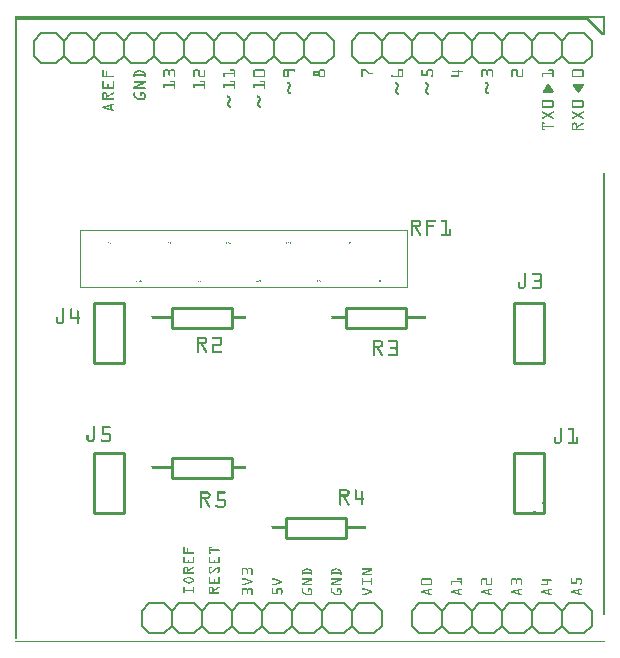
<source format=gto>
G04 MADE WITH FRITZING*
G04 WWW.FRITZING.ORG*
G04 DOUBLE SIDED*
G04 HOLES PLATED*
G04 CONTOUR ON CENTER OF CONTOUR VECTOR*
%ASAXBY*%
%FSLAX23Y23*%
%MOIN*%
%OFA0B0*%
%SFA1.0B1.0*%
%ADD10R,1.094000X0.194000X1.086000X0.186000*%
%ADD11C,0.004000*%
%ADD12C,0.010000*%
%ADD13C,0.006000*%
%ADD14R,0.001000X0.001000*%
%LNSILK1*%
G90*
G70*
G54D11*
X218Y1375D02*
X1308Y1375D01*
X1308Y1185D01*
X218Y1185D01*
X218Y1375D01*
D02*
G54D12*
X1763Y430D02*
X1763Y630D01*
D02*
X1763Y630D02*
X1663Y630D01*
D02*
X1663Y630D02*
X1663Y430D01*
D02*
X1663Y430D02*
X1763Y430D01*
D02*
X263Y630D02*
X263Y430D01*
D02*
X263Y430D02*
X363Y430D01*
D02*
X363Y430D02*
X363Y630D01*
D02*
X363Y630D02*
X263Y630D01*
D02*
X1663Y1130D02*
X1663Y930D01*
D02*
X1663Y930D02*
X1763Y930D01*
D02*
X1763Y930D02*
X1763Y1130D01*
D02*
X1763Y1130D02*
X1663Y1130D01*
D02*
X263Y1130D02*
X263Y930D01*
D02*
X263Y930D02*
X363Y930D01*
D02*
X363Y930D02*
X363Y1130D01*
D02*
X363Y1130D02*
X263Y1130D01*
D02*
X523Y613D02*
X723Y613D01*
D02*
X723Y613D02*
X723Y547D01*
D02*
X723Y547D02*
X523Y547D01*
D02*
X523Y547D02*
X523Y613D01*
D02*
X523Y1113D02*
X723Y1113D01*
D02*
X723Y1113D02*
X723Y1047D01*
D02*
X723Y1047D02*
X523Y1047D01*
D02*
X523Y1047D02*
X523Y1113D01*
D02*
X1304Y1047D02*
X1104Y1047D01*
D02*
X1104Y1047D02*
X1104Y1113D01*
D02*
X1104Y1113D02*
X1304Y1113D01*
D02*
X1304Y1113D02*
X1304Y1047D01*
D02*
X1104Y347D02*
X904Y347D01*
D02*
X904Y347D02*
X904Y413D01*
D02*
X904Y413D02*
X1104Y413D01*
D02*
X1104Y413D02*
X1104Y347D01*
G54D13*
D02*
X1648Y130D02*
X1698Y130D01*
D02*
X1698Y130D02*
X1723Y105D01*
D02*
X1723Y105D02*
X1723Y55D01*
D02*
X1723Y55D02*
X1698Y30D01*
D02*
X1723Y105D02*
X1748Y130D01*
D02*
X1748Y130D02*
X1798Y130D01*
D02*
X1798Y130D02*
X1823Y105D01*
D02*
X1823Y105D02*
X1823Y55D01*
D02*
X1823Y55D02*
X1798Y30D01*
D02*
X1798Y30D02*
X1748Y30D01*
D02*
X1748Y30D02*
X1723Y55D01*
D02*
X1523Y105D02*
X1548Y130D01*
D02*
X1548Y130D02*
X1598Y130D01*
D02*
X1598Y130D02*
X1623Y105D01*
D02*
X1623Y105D02*
X1623Y55D01*
D02*
X1623Y55D02*
X1598Y30D01*
D02*
X1598Y30D02*
X1548Y30D01*
D02*
X1548Y30D02*
X1523Y55D01*
D02*
X1648Y130D02*
X1623Y105D01*
D02*
X1623Y55D02*
X1648Y30D01*
D02*
X1698Y30D02*
X1648Y30D01*
D02*
X1348Y130D02*
X1398Y130D01*
D02*
X1398Y130D02*
X1423Y105D01*
D02*
X1423Y105D02*
X1423Y55D01*
D02*
X1423Y55D02*
X1398Y30D01*
D02*
X1423Y105D02*
X1448Y130D01*
D02*
X1448Y130D02*
X1498Y130D01*
D02*
X1498Y130D02*
X1523Y105D01*
D02*
X1523Y105D02*
X1523Y55D01*
D02*
X1523Y55D02*
X1498Y30D01*
D02*
X1498Y30D02*
X1448Y30D01*
D02*
X1448Y30D02*
X1423Y55D01*
D02*
X1323Y105D02*
X1323Y55D01*
D02*
X1348Y130D02*
X1323Y105D01*
D02*
X1323Y55D02*
X1348Y30D01*
D02*
X1398Y30D02*
X1348Y30D01*
D02*
X1848Y130D02*
X1898Y130D01*
D02*
X1898Y130D02*
X1923Y105D01*
D02*
X1923Y105D02*
X1923Y55D01*
D02*
X1923Y55D02*
X1898Y30D01*
D02*
X1848Y130D02*
X1823Y105D01*
D02*
X1823Y55D02*
X1848Y30D01*
D02*
X1898Y30D02*
X1848Y30D01*
D02*
X238Y1930D02*
X188Y1930D01*
D02*
X438Y1930D02*
X388Y1930D01*
D02*
X338Y1930D02*
X288Y1930D01*
D02*
X538Y1930D02*
X488Y1930D01*
D02*
X738Y1930D02*
X688Y1930D01*
D02*
X638Y1930D02*
X588Y1930D01*
D02*
X838Y1930D02*
X788Y1930D01*
D02*
X1038Y1930D02*
X988Y1930D01*
D02*
X938Y1930D02*
X888Y1930D01*
D02*
X138Y1930D02*
X88Y1930D01*
D02*
X263Y1955D02*
X238Y1930D01*
D02*
X188Y1930D02*
X163Y1955D01*
D02*
X163Y1955D02*
X163Y2005D01*
D02*
X163Y2005D02*
X188Y2030D01*
D02*
X188Y2030D02*
X238Y2030D01*
D02*
X238Y2030D02*
X263Y2005D01*
D02*
X388Y1930D02*
X363Y1955D01*
D02*
X363Y1955D02*
X363Y2005D01*
D02*
X363Y2005D02*
X388Y2030D01*
D02*
X363Y1955D02*
X338Y1930D01*
D02*
X288Y1930D02*
X263Y1955D01*
D02*
X263Y1955D02*
X263Y2005D01*
D02*
X263Y2005D02*
X288Y2030D01*
D02*
X288Y2030D02*
X338Y2030D01*
D02*
X338Y2030D02*
X363Y2005D01*
D02*
X563Y1955D02*
X538Y1930D01*
D02*
X488Y1930D02*
X463Y1955D01*
D02*
X463Y1955D02*
X463Y2005D01*
D02*
X463Y2005D02*
X488Y2030D01*
D02*
X488Y2030D02*
X538Y2030D01*
D02*
X538Y2030D02*
X563Y2005D01*
D02*
X438Y1930D02*
X463Y1955D01*
D02*
X463Y2005D02*
X438Y2030D01*
D02*
X388Y2030D02*
X438Y2030D01*
D02*
X688Y1930D02*
X663Y1955D01*
D02*
X663Y1955D02*
X663Y2005D01*
D02*
X663Y2005D02*
X688Y2030D01*
D02*
X663Y1955D02*
X638Y1930D01*
D02*
X588Y1930D02*
X563Y1955D01*
D02*
X563Y1955D02*
X563Y2005D01*
D02*
X563Y2005D02*
X588Y2030D01*
D02*
X588Y2030D02*
X638Y2030D01*
D02*
X638Y2030D02*
X663Y2005D01*
D02*
X863Y1955D02*
X838Y1930D01*
D02*
X788Y1930D02*
X763Y1955D01*
D02*
X763Y1955D02*
X763Y2005D01*
D02*
X763Y2005D02*
X788Y2030D01*
D02*
X788Y2030D02*
X838Y2030D01*
D02*
X838Y2030D02*
X863Y2005D01*
D02*
X738Y1930D02*
X763Y1955D01*
D02*
X763Y2005D02*
X738Y2030D01*
D02*
X688Y2030D02*
X738Y2030D01*
D02*
X988Y1930D02*
X963Y1955D01*
D02*
X963Y1955D02*
X963Y2005D01*
D02*
X963Y2005D02*
X988Y2030D01*
D02*
X963Y1955D02*
X938Y1930D01*
D02*
X888Y1930D02*
X863Y1955D01*
D02*
X863Y1955D02*
X863Y2005D01*
D02*
X863Y2005D02*
X888Y2030D01*
D02*
X888Y2030D02*
X938Y2030D01*
D02*
X938Y2030D02*
X963Y2005D01*
D02*
X1063Y1955D02*
X1063Y2005D01*
D02*
X1038Y1930D02*
X1063Y1955D01*
D02*
X1063Y2005D02*
X1038Y2030D01*
D02*
X988Y2030D02*
X1038Y2030D01*
D02*
X88Y1930D02*
X63Y1955D01*
D02*
X63Y1955D02*
X63Y2005D01*
D02*
X63Y2005D02*
X88Y2030D01*
D02*
X138Y1930D02*
X163Y1955D01*
D02*
X163Y2005D02*
X138Y2030D01*
D02*
X88Y2030D02*
X138Y2030D01*
D02*
X1298Y1930D02*
X1248Y1930D01*
D02*
X1248Y1930D02*
X1223Y1955D01*
D02*
X1223Y1955D02*
X1223Y2005D01*
D02*
X1223Y2005D02*
X1248Y2030D01*
D02*
X1423Y1955D02*
X1398Y1930D01*
D02*
X1398Y1930D02*
X1348Y1930D01*
D02*
X1348Y1930D02*
X1323Y1955D01*
D02*
X1323Y1955D02*
X1323Y2005D01*
D02*
X1323Y2005D02*
X1348Y2030D01*
D02*
X1348Y2030D02*
X1398Y2030D01*
D02*
X1398Y2030D02*
X1423Y2005D01*
D02*
X1298Y1930D02*
X1323Y1955D01*
D02*
X1323Y2005D02*
X1298Y2030D01*
D02*
X1248Y2030D02*
X1298Y2030D01*
D02*
X1598Y1930D02*
X1548Y1930D01*
D02*
X1548Y1930D02*
X1523Y1955D01*
D02*
X1523Y1955D02*
X1523Y2005D01*
D02*
X1523Y2005D02*
X1548Y2030D01*
D02*
X1523Y1955D02*
X1498Y1930D01*
D02*
X1498Y1930D02*
X1448Y1930D01*
D02*
X1448Y1930D02*
X1423Y1955D01*
D02*
X1423Y1955D02*
X1423Y2005D01*
D02*
X1423Y2005D02*
X1448Y2030D01*
D02*
X1448Y2030D02*
X1498Y2030D01*
D02*
X1498Y2030D02*
X1523Y2005D01*
D02*
X1723Y1955D02*
X1698Y1930D01*
D02*
X1698Y1930D02*
X1648Y1930D01*
D02*
X1648Y1930D02*
X1623Y1955D01*
D02*
X1623Y1955D02*
X1623Y2005D01*
D02*
X1623Y2005D02*
X1648Y2030D01*
D02*
X1648Y2030D02*
X1698Y2030D01*
D02*
X1698Y2030D02*
X1723Y2005D01*
D02*
X1598Y1930D02*
X1623Y1955D01*
D02*
X1623Y2005D02*
X1598Y2030D01*
D02*
X1548Y2030D02*
X1598Y2030D01*
D02*
X1898Y1930D02*
X1848Y1930D01*
D02*
X1848Y1930D02*
X1823Y1955D01*
D02*
X1823Y1955D02*
X1823Y2005D01*
D02*
X1823Y2005D02*
X1848Y2030D01*
D02*
X1823Y1955D02*
X1798Y1930D01*
D02*
X1798Y1930D02*
X1748Y1930D01*
D02*
X1748Y1930D02*
X1723Y1955D01*
D02*
X1723Y1955D02*
X1723Y2005D01*
D02*
X1723Y2005D02*
X1748Y2030D01*
D02*
X1748Y2030D02*
X1798Y2030D01*
D02*
X1798Y2030D02*
X1823Y2005D01*
D02*
X1923Y1955D02*
X1923Y2005D01*
D02*
X1898Y1930D02*
X1923Y1955D01*
D02*
X1923Y2005D02*
X1898Y2030D01*
D02*
X1848Y2030D02*
X1898Y2030D01*
D02*
X1198Y1930D02*
X1148Y1930D01*
D02*
X1148Y1930D02*
X1123Y1955D01*
D02*
X1123Y1955D02*
X1123Y2005D01*
D02*
X1123Y2005D02*
X1148Y2030D01*
D02*
X1198Y1930D02*
X1223Y1955D01*
D02*
X1223Y2005D02*
X1198Y2030D01*
D02*
X1148Y2030D02*
X1198Y2030D01*
D02*
X1048Y130D02*
X1098Y130D01*
D02*
X1098Y130D02*
X1123Y105D01*
D02*
X1123Y105D02*
X1123Y55D01*
D02*
X1123Y55D02*
X1098Y30D01*
D02*
X923Y105D02*
X948Y130D01*
D02*
X948Y130D02*
X998Y130D01*
D02*
X998Y130D02*
X1023Y105D01*
D02*
X1023Y105D02*
X1023Y55D01*
D02*
X1023Y55D02*
X998Y30D01*
D02*
X998Y30D02*
X948Y30D01*
D02*
X948Y30D02*
X923Y55D01*
D02*
X1048Y130D02*
X1023Y105D01*
D02*
X1023Y55D02*
X1048Y30D01*
D02*
X1098Y30D02*
X1048Y30D01*
D02*
X748Y130D02*
X798Y130D01*
D02*
X798Y130D02*
X823Y105D01*
D02*
X823Y105D02*
X823Y55D01*
D02*
X823Y55D02*
X798Y30D01*
D02*
X823Y105D02*
X848Y130D01*
D02*
X848Y130D02*
X898Y130D01*
D02*
X898Y130D02*
X923Y105D01*
D02*
X923Y105D02*
X923Y55D01*
D02*
X923Y55D02*
X898Y30D01*
D02*
X898Y30D02*
X848Y30D01*
D02*
X848Y30D02*
X823Y55D01*
D02*
X623Y105D02*
X648Y130D01*
D02*
X648Y130D02*
X698Y130D01*
D02*
X698Y130D02*
X723Y105D01*
D02*
X723Y105D02*
X723Y55D01*
D02*
X723Y55D02*
X698Y30D01*
D02*
X698Y30D02*
X648Y30D01*
D02*
X648Y30D02*
X623Y55D01*
D02*
X748Y130D02*
X723Y105D01*
D02*
X723Y55D02*
X748Y30D01*
D02*
X798Y30D02*
X748Y30D01*
D02*
X448Y130D02*
X498Y130D01*
D02*
X498Y130D02*
X523Y105D01*
D02*
X523Y105D02*
X523Y55D01*
D02*
X523Y55D02*
X498Y30D01*
D02*
X523Y105D02*
X548Y130D01*
D02*
X548Y130D02*
X598Y130D01*
D02*
X598Y130D02*
X623Y105D01*
D02*
X623Y105D02*
X623Y55D01*
D02*
X623Y55D02*
X598Y30D01*
D02*
X598Y30D02*
X548Y30D01*
D02*
X548Y30D02*
X523Y55D01*
D02*
X423Y105D02*
X423Y55D01*
D02*
X448Y130D02*
X423Y105D01*
D02*
X423Y55D02*
X448Y30D01*
D02*
X498Y30D02*
X448Y30D01*
D02*
X1148Y130D02*
X1198Y130D01*
D02*
X1198Y130D02*
X1223Y105D01*
D02*
X1223Y105D02*
X1223Y55D01*
D02*
X1223Y55D02*
X1198Y30D01*
D02*
X1148Y130D02*
X1123Y105D01*
D02*
X1123Y55D02*
X1148Y30D01*
D02*
X1198Y30D02*
X1148Y30D01*
G54D14*
X0Y2087D02*
X1967Y2087D01*
X0Y2086D02*
X1967Y2086D01*
X0Y2085D02*
X1967Y2085D01*
X0Y2084D02*
X1967Y2084D01*
X0Y2083D02*
X1967Y2083D01*
X0Y2082D02*
X1967Y2082D01*
X0Y2081D02*
X1967Y2081D01*
X0Y2080D02*
X1967Y2080D01*
X0Y2079D02*
X1912Y2079D01*
X1960Y2079D02*
X1967Y2079D01*
X0Y2078D02*
X1913Y2078D01*
X1960Y2078D02*
X1967Y2078D01*
X0Y2077D02*
X1914Y2077D01*
X1960Y2077D02*
X1967Y2077D01*
X0Y2076D02*
X1915Y2076D01*
X1960Y2076D02*
X1967Y2076D01*
X0Y2075D02*
X1916Y2075D01*
X1960Y2075D02*
X1967Y2075D01*
X0Y2074D02*
X1917Y2074D01*
X1960Y2074D02*
X1967Y2074D01*
X0Y2073D02*
X7Y2073D01*
X1907Y2073D02*
X1918Y2073D01*
X1960Y2073D02*
X1967Y2073D01*
X0Y2072D02*
X7Y2072D01*
X1909Y2072D02*
X1919Y2072D01*
X1960Y2072D02*
X1967Y2072D01*
X0Y2071D02*
X7Y2071D01*
X1910Y2071D02*
X1920Y2071D01*
X1960Y2071D02*
X1967Y2071D01*
X0Y2070D02*
X7Y2070D01*
X1911Y2070D02*
X1921Y2070D01*
X1960Y2070D02*
X1967Y2070D01*
X0Y2069D02*
X7Y2069D01*
X1912Y2069D02*
X1922Y2069D01*
X1960Y2069D02*
X1967Y2069D01*
X0Y2068D02*
X7Y2068D01*
X1913Y2068D02*
X1923Y2068D01*
X1960Y2068D02*
X1967Y2068D01*
X0Y2067D02*
X7Y2067D01*
X1914Y2067D02*
X1924Y2067D01*
X1960Y2067D02*
X1967Y2067D01*
X0Y2066D02*
X7Y2066D01*
X1915Y2066D02*
X1925Y2066D01*
X1960Y2066D02*
X1967Y2066D01*
X0Y2065D02*
X7Y2065D01*
X1916Y2065D02*
X1926Y2065D01*
X1960Y2065D02*
X1967Y2065D01*
X0Y2064D02*
X7Y2064D01*
X1917Y2064D02*
X1927Y2064D01*
X1960Y2064D02*
X1967Y2064D01*
X0Y2063D02*
X7Y2063D01*
X1918Y2063D02*
X1928Y2063D01*
X1960Y2063D02*
X1967Y2063D01*
X0Y2062D02*
X7Y2062D01*
X1919Y2062D02*
X1929Y2062D01*
X1960Y2062D02*
X1967Y2062D01*
X0Y2061D02*
X7Y2061D01*
X1920Y2061D02*
X1930Y2061D01*
X1960Y2061D02*
X1967Y2061D01*
X0Y2060D02*
X7Y2060D01*
X1921Y2060D02*
X1931Y2060D01*
X1960Y2060D02*
X1967Y2060D01*
X0Y2059D02*
X7Y2059D01*
X1922Y2059D02*
X1932Y2059D01*
X1960Y2059D02*
X1967Y2059D01*
X0Y2058D02*
X7Y2058D01*
X1923Y2058D02*
X1933Y2058D01*
X1960Y2058D02*
X1967Y2058D01*
X0Y2057D02*
X7Y2057D01*
X1924Y2057D02*
X1934Y2057D01*
X1960Y2057D02*
X1967Y2057D01*
X0Y2056D02*
X7Y2056D01*
X1925Y2056D02*
X1935Y2056D01*
X1960Y2056D02*
X1967Y2056D01*
X0Y2055D02*
X7Y2055D01*
X1926Y2055D02*
X1936Y2055D01*
X1960Y2055D02*
X1967Y2055D01*
X0Y2054D02*
X7Y2054D01*
X1927Y2054D02*
X1937Y2054D01*
X1960Y2054D02*
X1967Y2054D01*
X0Y2053D02*
X7Y2053D01*
X1928Y2053D02*
X1938Y2053D01*
X1960Y2053D02*
X1967Y2053D01*
X0Y2052D02*
X7Y2052D01*
X1929Y2052D02*
X1939Y2052D01*
X1960Y2052D02*
X1967Y2052D01*
X0Y2051D02*
X7Y2051D01*
X1930Y2051D02*
X1940Y2051D01*
X1960Y2051D02*
X1967Y2051D01*
X0Y2050D02*
X7Y2050D01*
X1931Y2050D02*
X1941Y2050D01*
X1960Y2050D02*
X1967Y2050D01*
X0Y2049D02*
X7Y2049D01*
X1932Y2049D02*
X1942Y2049D01*
X1960Y2049D02*
X1967Y2049D01*
X0Y2048D02*
X7Y2048D01*
X1933Y2048D02*
X1943Y2048D01*
X1960Y2048D02*
X1967Y2048D01*
X0Y2047D02*
X7Y2047D01*
X1934Y2047D02*
X1944Y2047D01*
X1960Y2047D02*
X1967Y2047D01*
X0Y2046D02*
X7Y2046D01*
X1935Y2046D02*
X1945Y2046D01*
X1960Y2046D02*
X1967Y2046D01*
X0Y2045D02*
X7Y2045D01*
X1936Y2045D02*
X1946Y2045D01*
X1960Y2045D02*
X1967Y2045D01*
X0Y2044D02*
X7Y2044D01*
X1937Y2044D02*
X1947Y2044D01*
X1960Y2044D02*
X1967Y2044D01*
X0Y2043D02*
X7Y2043D01*
X1938Y2043D02*
X1948Y2043D01*
X1960Y2043D02*
X1967Y2043D01*
X0Y2042D02*
X7Y2042D01*
X1939Y2042D02*
X1949Y2042D01*
X1960Y2042D02*
X1967Y2042D01*
X0Y2041D02*
X7Y2041D01*
X1940Y2041D02*
X1950Y2041D01*
X1960Y2041D02*
X1967Y2041D01*
X0Y2040D02*
X7Y2040D01*
X1941Y2040D02*
X1951Y2040D01*
X1960Y2040D02*
X1967Y2040D01*
X0Y2039D02*
X7Y2039D01*
X1942Y2039D02*
X1952Y2039D01*
X1960Y2039D02*
X1967Y2039D01*
X0Y2038D02*
X7Y2038D01*
X1943Y2038D02*
X1953Y2038D01*
X1960Y2038D02*
X1967Y2038D01*
X0Y2037D02*
X7Y2037D01*
X1944Y2037D02*
X1954Y2037D01*
X1960Y2037D02*
X1967Y2037D01*
X0Y2036D02*
X7Y2036D01*
X1945Y2036D02*
X1955Y2036D01*
X1960Y2036D02*
X1967Y2036D01*
X0Y2035D02*
X7Y2035D01*
X1946Y2035D02*
X1956Y2035D01*
X1960Y2035D02*
X1967Y2035D01*
X0Y2034D02*
X7Y2034D01*
X1947Y2034D02*
X1957Y2034D01*
X1960Y2034D02*
X1967Y2034D01*
X0Y2033D02*
X7Y2033D01*
X1948Y2033D02*
X1958Y2033D01*
X1960Y2033D02*
X1967Y2033D01*
X0Y2032D02*
X7Y2032D01*
X1949Y2032D02*
X1967Y2032D01*
X0Y2031D02*
X7Y2031D01*
X1950Y2031D02*
X1967Y2031D01*
X0Y2030D02*
X7Y2030D01*
X1951Y2030D02*
X1967Y2030D01*
X0Y2029D02*
X7Y2029D01*
X1952Y2029D02*
X1967Y2029D01*
X0Y2028D02*
X7Y2028D01*
X1953Y2028D02*
X1967Y2028D01*
X0Y2027D02*
X7Y2027D01*
X1954Y2027D02*
X1967Y2027D01*
X0Y2026D02*
X7Y2026D01*
X1955Y2026D02*
X1967Y2026D01*
X0Y2025D02*
X7Y2025D01*
X1956Y2025D02*
X1967Y2025D01*
X0Y2024D02*
X7Y2024D01*
X1957Y2024D02*
X1967Y2024D01*
X0Y2023D02*
X7Y2023D01*
X1958Y2023D02*
X1968Y2023D01*
X0Y2022D02*
X7Y2022D01*
X0Y2021D02*
X7Y2021D01*
X0Y2020D02*
X7Y2020D01*
X0Y2019D02*
X7Y2019D01*
X0Y2018D02*
X7Y2018D01*
X0Y2017D02*
X7Y2017D01*
X0Y2016D02*
X7Y2016D01*
X0Y2015D02*
X7Y2015D01*
X0Y2014D02*
X7Y2014D01*
X0Y2013D02*
X7Y2013D01*
X0Y2012D02*
X7Y2012D01*
X0Y2011D02*
X7Y2011D01*
X0Y2010D02*
X7Y2010D01*
X0Y2009D02*
X7Y2009D01*
X0Y2008D02*
X7Y2008D01*
X0Y2007D02*
X7Y2007D01*
X0Y2006D02*
X7Y2006D01*
X0Y2005D02*
X7Y2005D01*
X0Y2004D02*
X7Y2004D01*
X0Y2003D02*
X7Y2003D01*
X0Y2002D02*
X7Y2002D01*
X0Y2001D02*
X7Y2001D01*
X0Y2000D02*
X7Y2000D01*
X0Y1999D02*
X7Y1999D01*
X0Y1998D02*
X7Y1998D01*
X0Y1997D02*
X7Y1997D01*
X0Y1996D02*
X7Y1996D01*
X0Y1995D02*
X7Y1995D01*
X0Y1994D02*
X7Y1994D01*
X0Y1993D02*
X7Y1993D01*
X0Y1992D02*
X7Y1992D01*
X0Y1991D02*
X7Y1991D01*
X0Y1990D02*
X7Y1990D01*
X0Y1989D02*
X7Y1989D01*
X0Y1988D02*
X7Y1988D01*
X0Y1987D02*
X7Y1987D01*
X0Y1986D02*
X7Y1986D01*
X0Y1985D02*
X7Y1985D01*
X0Y1984D02*
X7Y1984D01*
X0Y1983D02*
X7Y1983D01*
X0Y1982D02*
X7Y1982D01*
X0Y1981D02*
X7Y1981D01*
X0Y1980D02*
X7Y1980D01*
X0Y1979D02*
X7Y1979D01*
X0Y1978D02*
X7Y1978D01*
X0Y1977D02*
X7Y1977D01*
X0Y1976D02*
X7Y1976D01*
X0Y1975D02*
X7Y1975D01*
X0Y1974D02*
X7Y1974D01*
X0Y1973D02*
X7Y1973D01*
X0Y1972D02*
X7Y1972D01*
X0Y1971D02*
X7Y1971D01*
X0Y1970D02*
X7Y1970D01*
X0Y1969D02*
X7Y1969D01*
X0Y1968D02*
X7Y1968D01*
X0Y1967D02*
X7Y1967D01*
X0Y1966D02*
X7Y1966D01*
X0Y1965D02*
X7Y1965D01*
X0Y1964D02*
X7Y1964D01*
X0Y1963D02*
X7Y1963D01*
X0Y1962D02*
X7Y1962D01*
X0Y1961D02*
X7Y1961D01*
X0Y1960D02*
X7Y1960D01*
X0Y1959D02*
X7Y1959D01*
X0Y1958D02*
X7Y1958D01*
X0Y1957D02*
X7Y1957D01*
X0Y1956D02*
X7Y1956D01*
X0Y1955D02*
X7Y1955D01*
X0Y1954D02*
X7Y1954D01*
X0Y1953D02*
X7Y1953D01*
X0Y1952D02*
X7Y1952D01*
X0Y1951D02*
X7Y1951D01*
X0Y1950D02*
X7Y1950D01*
X0Y1949D02*
X7Y1949D01*
X0Y1948D02*
X7Y1948D01*
X0Y1947D02*
X7Y1947D01*
X0Y1946D02*
X7Y1946D01*
X0Y1945D02*
X7Y1945D01*
X0Y1944D02*
X7Y1944D01*
X0Y1943D02*
X7Y1943D01*
X0Y1942D02*
X7Y1942D01*
X0Y1941D02*
X7Y1941D01*
X0Y1940D02*
X7Y1940D01*
X0Y1939D02*
X7Y1939D01*
X0Y1938D02*
X7Y1938D01*
X0Y1937D02*
X7Y1937D01*
X0Y1936D02*
X7Y1936D01*
X0Y1935D02*
X7Y1935D01*
X0Y1934D02*
X7Y1934D01*
X0Y1933D02*
X7Y1933D01*
X0Y1932D02*
X7Y1932D01*
X0Y1931D02*
X7Y1931D01*
X0Y1930D02*
X7Y1930D01*
X0Y1929D02*
X7Y1929D01*
X0Y1928D02*
X7Y1928D01*
X0Y1927D02*
X7Y1927D01*
X0Y1926D02*
X7Y1926D01*
X0Y1925D02*
X7Y1925D01*
X0Y1924D02*
X7Y1924D01*
X0Y1923D02*
X7Y1923D01*
X0Y1922D02*
X7Y1922D01*
X0Y1921D02*
X7Y1921D01*
X0Y1920D02*
X7Y1920D01*
X0Y1919D02*
X7Y1919D01*
X0Y1918D02*
X7Y1918D01*
X0Y1917D02*
X7Y1917D01*
X0Y1916D02*
X7Y1916D01*
X0Y1915D02*
X7Y1915D01*
X0Y1914D02*
X7Y1914D01*
X0Y1913D02*
X7Y1913D01*
X0Y1912D02*
X7Y1912D01*
X0Y1911D02*
X7Y1911D01*
X0Y1910D02*
X7Y1910D01*
X0Y1909D02*
X7Y1909D01*
X500Y1909D02*
X509Y1909D01*
X520Y1909D02*
X529Y1909D01*
X600Y1909D02*
X611Y1909D01*
X719Y1909D02*
X731Y1909D01*
X800Y1909D02*
X829Y1909D01*
X897Y1909D02*
X932Y1909D01*
X1017Y1909D02*
X1029Y1909D01*
X1155Y1909D02*
X1170Y1909D01*
X1279Y1909D02*
X1292Y1909D01*
X1356Y1909D02*
X1357Y1909D01*
X1377Y1909D02*
X1389Y1909D01*
X1559Y1909D02*
X1570Y1909D01*
X1579Y1909D02*
X1589Y1909D01*
X1659Y1909D02*
X1672Y1909D01*
X1692Y1909D02*
X1692Y1909D01*
X1781Y1909D02*
X1794Y1909D01*
X1861Y1909D02*
X1892Y1909D01*
X0Y1908D02*
X7Y1908D01*
X293Y1908D02*
X293Y1908D01*
X497Y1908D02*
X512Y1908D01*
X516Y1908D02*
X532Y1908D01*
X597Y1908D02*
X614Y1908D01*
X631Y1908D02*
X634Y1908D01*
X717Y1908D02*
X734Y1908D01*
X797Y1908D02*
X832Y1908D01*
X895Y1908D02*
X934Y1908D01*
X1014Y1908D02*
X1032Y1908D01*
X1154Y1908D02*
X1171Y1908D01*
X1277Y1908D02*
X1293Y1908D01*
X1355Y1908D02*
X1358Y1908D01*
X1374Y1908D02*
X1392Y1908D01*
X1557Y1908D02*
X1572Y1908D01*
X1576Y1908D02*
X1592Y1908D01*
X1656Y1908D02*
X1674Y1908D01*
X1690Y1908D02*
X1693Y1908D01*
X1779Y1908D02*
X1796Y1908D01*
X1859Y1908D02*
X1894Y1908D01*
X0Y1907D02*
X7Y1907D01*
X291Y1907D02*
X295Y1907D01*
X411Y1907D02*
X419Y1907D01*
X496Y1907D02*
X533Y1907D01*
X596Y1907D02*
X615Y1907D01*
X630Y1907D02*
X634Y1907D01*
X717Y1907D02*
X734Y1907D01*
X796Y1907D02*
X833Y1907D01*
X895Y1907D02*
X934Y1907D01*
X1013Y1907D02*
X1033Y1907D01*
X1154Y1907D02*
X1172Y1907D01*
X1277Y1907D02*
X1294Y1907D01*
X1354Y1907D02*
X1358Y1907D01*
X1373Y1907D02*
X1393Y1907D01*
X1477Y1907D02*
X1480Y1907D01*
X1555Y1907D02*
X1593Y1907D01*
X1655Y1907D02*
X1675Y1907D01*
X1690Y1907D02*
X1694Y1907D01*
X1779Y1907D02*
X1796Y1907D01*
X1858Y1907D02*
X1895Y1907D01*
X0Y1906D02*
X7Y1906D01*
X291Y1906D02*
X295Y1906D01*
X409Y1906D02*
X421Y1906D01*
X495Y1906D02*
X534Y1906D01*
X595Y1906D02*
X616Y1906D01*
X630Y1906D02*
X634Y1906D01*
X717Y1906D02*
X734Y1906D01*
X795Y1906D02*
X834Y1906D01*
X894Y1906D02*
X934Y1906D01*
X1013Y1906D02*
X1034Y1906D01*
X1154Y1906D02*
X1173Y1906D01*
X1276Y1906D02*
X1294Y1906D01*
X1354Y1906D02*
X1359Y1906D01*
X1373Y1906D02*
X1393Y1906D01*
X1477Y1906D02*
X1480Y1906D01*
X1555Y1906D02*
X1593Y1906D01*
X1655Y1906D02*
X1676Y1906D01*
X1690Y1906D02*
X1694Y1906D01*
X1779Y1906D02*
X1796Y1906D01*
X1857Y1906D02*
X1896Y1906D01*
X0Y1905D02*
X7Y1905D01*
X291Y1905D02*
X295Y1905D01*
X407Y1905D02*
X423Y1905D01*
X495Y1905D02*
X534Y1905D01*
X595Y1905D02*
X616Y1905D01*
X630Y1905D02*
X634Y1905D01*
X717Y1905D02*
X734Y1905D01*
X795Y1905D02*
X834Y1905D01*
X894Y1905D02*
X934Y1905D01*
X1012Y1905D02*
X1034Y1905D01*
X1154Y1905D02*
X1174Y1905D01*
X1276Y1905D02*
X1294Y1905D01*
X1354Y1905D02*
X1359Y1905D01*
X1372Y1905D02*
X1394Y1905D01*
X1460Y1905D02*
X1492Y1905D01*
X1555Y1905D02*
X1594Y1905D01*
X1654Y1905D02*
X1676Y1905D01*
X1690Y1905D02*
X1694Y1905D01*
X1779Y1905D02*
X1796Y1905D01*
X1857Y1905D02*
X1896Y1905D01*
X0Y1904D02*
X7Y1904D01*
X291Y1904D02*
X295Y1904D01*
X405Y1904D02*
X425Y1904D01*
X495Y1904D02*
X534Y1904D01*
X595Y1904D02*
X616Y1904D01*
X630Y1904D02*
X634Y1904D01*
X718Y1904D02*
X734Y1904D01*
X795Y1904D02*
X834Y1904D01*
X894Y1904D02*
X934Y1904D01*
X1012Y1904D02*
X1034Y1904D01*
X1154Y1904D02*
X1175Y1904D01*
X1276Y1904D02*
X1294Y1904D01*
X1354Y1904D02*
X1359Y1904D01*
X1372Y1904D02*
X1394Y1904D01*
X1459Y1904D02*
X1493Y1904D01*
X1554Y1904D02*
X1594Y1904D01*
X1654Y1904D02*
X1676Y1904D01*
X1690Y1904D02*
X1694Y1904D01*
X1781Y1904D02*
X1796Y1904D01*
X1857Y1904D02*
X1896Y1904D01*
X0Y1903D02*
X7Y1903D01*
X291Y1903D02*
X295Y1903D01*
X403Y1903D02*
X427Y1903D01*
X495Y1903D02*
X499Y1903D01*
X511Y1903D02*
X517Y1903D01*
X530Y1903D02*
X534Y1903D01*
X595Y1903D02*
X599Y1903D01*
X612Y1903D02*
X616Y1903D01*
X630Y1903D02*
X634Y1903D01*
X730Y1903D02*
X734Y1903D01*
X794Y1903D02*
X799Y1903D01*
X830Y1903D02*
X834Y1903D01*
X894Y1903D02*
X899Y1903D01*
X908Y1903D02*
X912Y1903D01*
X930Y1903D02*
X934Y1903D01*
X995Y1903D02*
X1016Y1903D01*
X1030Y1903D02*
X1034Y1903D01*
X1154Y1903D02*
X1159Y1903D01*
X1170Y1903D02*
X1176Y1903D01*
X1276Y1903D02*
X1281Y1903D01*
X1290Y1903D02*
X1294Y1903D01*
X1354Y1903D02*
X1359Y1903D01*
X1372Y1903D02*
X1376Y1903D01*
X1390Y1903D02*
X1394Y1903D01*
X1459Y1903D02*
X1494Y1903D01*
X1554Y1903D02*
X1559Y1903D01*
X1571Y1903D02*
X1577Y1903D01*
X1590Y1903D02*
X1594Y1903D01*
X1654Y1903D02*
X1659Y1903D01*
X1672Y1903D02*
X1676Y1903D01*
X1690Y1903D02*
X1694Y1903D01*
X1792Y1903D02*
X1796Y1903D01*
X1857Y1903D02*
X1861Y1903D01*
X1892Y1903D02*
X1896Y1903D01*
X0Y1902D02*
X7Y1902D01*
X291Y1902D02*
X295Y1902D01*
X305Y1902D02*
X308Y1902D01*
X401Y1902D02*
X412Y1902D01*
X419Y1902D02*
X429Y1902D01*
X495Y1902D02*
X499Y1902D01*
X512Y1902D02*
X517Y1902D01*
X530Y1902D02*
X534Y1902D01*
X595Y1902D02*
X599Y1902D01*
X612Y1902D02*
X616Y1902D01*
X630Y1902D02*
X634Y1902D01*
X730Y1902D02*
X734Y1902D01*
X794Y1902D02*
X799Y1902D01*
X830Y1902D02*
X834Y1902D01*
X894Y1902D02*
X899Y1902D01*
X908Y1902D02*
X912Y1902D01*
X931Y1902D02*
X933Y1902D01*
X995Y1902D02*
X1016Y1902D01*
X1030Y1902D02*
X1034Y1902D01*
X1154Y1902D02*
X1159Y1902D01*
X1171Y1902D02*
X1177Y1902D01*
X1276Y1902D02*
X1281Y1902D01*
X1290Y1902D02*
X1294Y1902D01*
X1354Y1902D02*
X1359Y1902D01*
X1372Y1902D02*
X1376Y1902D01*
X1390Y1902D02*
X1394Y1902D01*
X1459Y1902D02*
X1494Y1902D01*
X1554Y1902D02*
X1559Y1902D01*
X1572Y1902D02*
X1576Y1902D01*
X1590Y1902D02*
X1594Y1902D01*
X1654Y1902D02*
X1659Y1902D01*
X1672Y1902D02*
X1676Y1902D01*
X1690Y1902D02*
X1694Y1902D01*
X1792Y1902D02*
X1796Y1902D01*
X1857Y1902D02*
X1861Y1902D01*
X1892Y1902D02*
X1896Y1902D01*
X0Y1901D02*
X7Y1901D01*
X291Y1901D02*
X295Y1901D01*
X304Y1901D02*
X308Y1901D01*
X399Y1901D02*
X410Y1901D01*
X421Y1901D02*
X431Y1901D01*
X495Y1901D02*
X499Y1901D01*
X512Y1901D02*
X517Y1901D01*
X530Y1901D02*
X534Y1901D01*
X595Y1901D02*
X599Y1901D01*
X612Y1901D02*
X616Y1901D01*
X630Y1901D02*
X634Y1901D01*
X730Y1901D02*
X734Y1901D01*
X794Y1901D02*
X799Y1901D01*
X830Y1901D02*
X834Y1901D01*
X894Y1901D02*
X899Y1901D01*
X908Y1901D02*
X912Y1901D01*
X994Y1901D02*
X1016Y1901D01*
X1030Y1901D02*
X1034Y1901D01*
X1154Y1901D02*
X1159Y1901D01*
X1171Y1901D02*
X1177Y1901D01*
X1276Y1901D02*
X1281Y1901D01*
X1290Y1901D02*
X1294Y1901D01*
X1354Y1901D02*
X1359Y1901D01*
X1372Y1901D02*
X1376Y1901D01*
X1390Y1901D02*
X1394Y1901D01*
X1459Y1901D02*
X1493Y1901D01*
X1554Y1901D02*
X1559Y1901D01*
X1572Y1901D02*
X1576Y1901D01*
X1590Y1901D02*
X1594Y1901D01*
X1654Y1901D02*
X1659Y1901D01*
X1672Y1901D02*
X1676Y1901D01*
X1690Y1901D02*
X1694Y1901D01*
X1792Y1901D02*
X1796Y1901D01*
X1857Y1901D02*
X1861Y1901D01*
X1892Y1901D02*
X1896Y1901D01*
X0Y1900D02*
X7Y1900D01*
X291Y1900D02*
X295Y1900D01*
X304Y1900D02*
X308Y1900D01*
X398Y1900D02*
X408Y1900D01*
X423Y1900D02*
X433Y1900D01*
X495Y1900D02*
X499Y1900D01*
X512Y1900D02*
X517Y1900D01*
X530Y1900D02*
X534Y1900D01*
X595Y1900D02*
X599Y1900D01*
X612Y1900D02*
X616Y1900D01*
X630Y1900D02*
X634Y1900D01*
X730Y1900D02*
X734Y1900D01*
X794Y1900D02*
X799Y1900D01*
X830Y1900D02*
X834Y1900D01*
X894Y1900D02*
X899Y1900D01*
X908Y1900D02*
X912Y1900D01*
X994Y1900D02*
X1016Y1900D01*
X1030Y1900D02*
X1034Y1900D01*
X1154Y1900D02*
X1159Y1900D01*
X1172Y1900D02*
X1178Y1900D01*
X1276Y1900D02*
X1281Y1900D01*
X1290Y1900D02*
X1294Y1900D01*
X1354Y1900D02*
X1359Y1900D01*
X1372Y1900D02*
X1376Y1900D01*
X1390Y1900D02*
X1394Y1900D01*
X1461Y1900D02*
X1491Y1900D01*
X1554Y1900D02*
X1559Y1900D01*
X1572Y1900D02*
X1576Y1900D01*
X1590Y1900D02*
X1594Y1900D01*
X1654Y1900D02*
X1659Y1900D01*
X1672Y1900D02*
X1676Y1900D01*
X1690Y1900D02*
X1694Y1900D01*
X1792Y1900D02*
X1796Y1900D01*
X1857Y1900D02*
X1861Y1900D01*
X1892Y1900D02*
X1896Y1900D01*
X0Y1899D02*
X7Y1899D01*
X291Y1899D02*
X295Y1899D01*
X304Y1899D02*
X308Y1899D01*
X397Y1899D02*
X406Y1899D01*
X425Y1899D02*
X433Y1899D01*
X495Y1899D02*
X499Y1899D01*
X512Y1899D02*
X517Y1899D01*
X530Y1899D02*
X534Y1899D01*
X595Y1899D02*
X599Y1899D01*
X612Y1899D02*
X616Y1899D01*
X630Y1899D02*
X634Y1899D01*
X730Y1899D02*
X734Y1899D01*
X794Y1899D02*
X799Y1899D01*
X830Y1899D02*
X834Y1899D01*
X894Y1899D02*
X899Y1899D01*
X908Y1899D02*
X912Y1899D01*
X994Y1899D02*
X1016Y1899D01*
X1030Y1899D02*
X1034Y1899D01*
X1154Y1899D02*
X1159Y1899D01*
X1173Y1899D02*
X1179Y1899D01*
X1276Y1899D02*
X1281Y1899D01*
X1290Y1899D02*
X1294Y1899D01*
X1354Y1899D02*
X1359Y1899D01*
X1372Y1899D02*
X1376Y1899D01*
X1390Y1899D02*
X1394Y1899D01*
X1476Y1899D02*
X1481Y1899D01*
X1554Y1899D02*
X1559Y1899D01*
X1572Y1899D02*
X1576Y1899D01*
X1590Y1899D02*
X1594Y1899D01*
X1654Y1899D02*
X1659Y1899D01*
X1672Y1899D02*
X1676Y1899D01*
X1690Y1899D02*
X1694Y1899D01*
X1792Y1899D02*
X1796Y1899D01*
X1857Y1899D02*
X1861Y1899D01*
X1892Y1899D02*
X1896Y1899D01*
X0Y1898D02*
X7Y1898D01*
X291Y1898D02*
X295Y1898D01*
X304Y1898D02*
X308Y1898D01*
X396Y1898D02*
X404Y1898D01*
X427Y1898D02*
X434Y1898D01*
X495Y1898D02*
X499Y1898D01*
X512Y1898D02*
X517Y1898D01*
X530Y1898D02*
X534Y1898D01*
X595Y1898D02*
X599Y1898D01*
X612Y1898D02*
X616Y1898D01*
X630Y1898D02*
X634Y1898D01*
X695Y1898D02*
X734Y1898D01*
X794Y1898D02*
X799Y1898D01*
X830Y1898D02*
X834Y1898D01*
X894Y1898D02*
X899Y1898D01*
X908Y1898D02*
X912Y1898D01*
X994Y1898D02*
X999Y1898D01*
X1012Y1898D02*
X1016Y1898D01*
X1030Y1898D02*
X1034Y1898D01*
X1154Y1898D02*
X1159Y1898D01*
X1174Y1898D02*
X1193Y1898D01*
X1276Y1898D02*
X1281Y1898D01*
X1290Y1898D02*
X1294Y1898D01*
X1354Y1898D02*
X1359Y1898D01*
X1372Y1898D02*
X1376Y1898D01*
X1390Y1898D02*
X1394Y1898D01*
X1476Y1898D02*
X1481Y1898D01*
X1554Y1898D02*
X1559Y1898D01*
X1572Y1898D02*
X1576Y1898D01*
X1590Y1898D02*
X1594Y1898D01*
X1654Y1898D02*
X1659Y1898D01*
X1672Y1898D02*
X1676Y1898D01*
X1690Y1898D02*
X1694Y1898D01*
X1757Y1898D02*
X1796Y1898D01*
X1857Y1898D02*
X1861Y1898D01*
X1892Y1898D02*
X1896Y1898D01*
X0Y1897D02*
X7Y1897D01*
X291Y1897D02*
X295Y1897D01*
X304Y1897D02*
X308Y1897D01*
X396Y1897D02*
X402Y1897D01*
X429Y1897D02*
X434Y1897D01*
X495Y1897D02*
X499Y1897D01*
X512Y1897D02*
X517Y1897D01*
X530Y1897D02*
X534Y1897D01*
X595Y1897D02*
X599Y1897D01*
X612Y1897D02*
X616Y1897D01*
X630Y1897D02*
X634Y1897D01*
X695Y1897D02*
X734Y1897D01*
X794Y1897D02*
X799Y1897D01*
X830Y1897D02*
X834Y1897D01*
X894Y1897D02*
X899Y1897D01*
X908Y1897D02*
X912Y1897D01*
X994Y1897D02*
X999Y1897D01*
X1012Y1897D02*
X1016Y1897D01*
X1030Y1897D02*
X1034Y1897D01*
X1154Y1897D02*
X1159Y1897D01*
X1175Y1897D02*
X1194Y1897D01*
X1276Y1897D02*
X1281Y1897D01*
X1290Y1897D02*
X1294Y1897D01*
X1354Y1897D02*
X1359Y1897D01*
X1372Y1897D02*
X1376Y1897D01*
X1390Y1897D02*
X1394Y1897D01*
X1476Y1897D02*
X1481Y1897D01*
X1554Y1897D02*
X1559Y1897D01*
X1572Y1897D02*
X1576Y1897D01*
X1590Y1897D02*
X1594Y1897D01*
X1654Y1897D02*
X1659Y1897D01*
X1672Y1897D02*
X1676Y1897D01*
X1690Y1897D02*
X1694Y1897D01*
X1757Y1897D02*
X1796Y1897D01*
X1857Y1897D02*
X1861Y1897D01*
X1892Y1897D02*
X1896Y1897D01*
X0Y1896D02*
X7Y1896D01*
X291Y1896D02*
X295Y1896D01*
X304Y1896D02*
X308Y1896D01*
X396Y1896D02*
X400Y1896D01*
X430Y1896D02*
X435Y1896D01*
X495Y1896D02*
X499Y1896D01*
X512Y1896D02*
X517Y1896D01*
X530Y1896D02*
X534Y1896D01*
X595Y1896D02*
X599Y1896D01*
X612Y1896D02*
X616Y1896D01*
X630Y1896D02*
X634Y1896D01*
X695Y1896D02*
X734Y1896D01*
X794Y1896D02*
X799Y1896D01*
X830Y1896D02*
X834Y1896D01*
X894Y1896D02*
X899Y1896D01*
X908Y1896D02*
X912Y1896D01*
X994Y1896D02*
X999Y1896D01*
X1012Y1896D02*
X1016Y1896D01*
X1030Y1896D02*
X1034Y1896D01*
X1154Y1896D02*
X1159Y1896D01*
X1176Y1896D02*
X1194Y1896D01*
X1276Y1896D02*
X1281Y1896D01*
X1290Y1896D02*
X1294Y1896D01*
X1354Y1896D02*
X1359Y1896D01*
X1372Y1896D02*
X1376Y1896D01*
X1390Y1896D02*
X1394Y1896D01*
X1476Y1896D02*
X1481Y1896D01*
X1554Y1896D02*
X1559Y1896D01*
X1572Y1896D02*
X1576Y1896D01*
X1590Y1896D02*
X1594Y1896D01*
X1654Y1896D02*
X1659Y1896D01*
X1672Y1896D02*
X1676Y1896D01*
X1690Y1896D02*
X1694Y1896D01*
X1757Y1896D02*
X1796Y1896D01*
X1857Y1896D02*
X1861Y1896D01*
X1892Y1896D02*
X1896Y1896D01*
X0Y1895D02*
X7Y1895D01*
X291Y1895D02*
X295Y1895D01*
X304Y1895D02*
X308Y1895D01*
X395Y1895D02*
X400Y1895D01*
X430Y1895D02*
X435Y1895D01*
X495Y1895D02*
X499Y1895D01*
X512Y1895D02*
X517Y1895D01*
X530Y1895D02*
X534Y1895D01*
X595Y1895D02*
X599Y1895D01*
X612Y1895D02*
X616Y1895D01*
X630Y1895D02*
X634Y1895D01*
X695Y1895D02*
X734Y1895D01*
X794Y1895D02*
X799Y1895D01*
X830Y1895D02*
X834Y1895D01*
X894Y1895D02*
X899Y1895D01*
X908Y1895D02*
X912Y1895D01*
X994Y1895D02*
X999Y1895D01*
X1012Y1895D02*
X1016Y1895D01*
X1030Y1895D02*
X1034Y1895D01*
X1154Y1895D02*
X1159Y1895D01*
X1177Y1895D02*
X1194Y1895D01*
X1276Y1895D02*
X1281Y1895D01*
X1290Y1895D02*
X1294Y1895D01*
X1354Y1895D02*
X1359Y1895D01*
X1372Y1895D02*
X1376Y1895D01*
X1390Y1895D02*
X1394Y1895D01*
X1476Y1895D02*
X1481Y1895D01*
X1554Y1895D02*
X1559Y1895D01*
X1572Y1895D02*
X1576Y1895D01*
X1590Y1895D02*
X1594Y1895D01*
X1654Y1895D02*
X1659Y1895D01*
X1672Y1895D02*
X1676Y1895D01*
X1690Y1895D02*
X1694Y1895D01*
X1757Y1895D02*
X1796Y1895D01*
X1857Y1895D02*
X1861Y1895D01*
X1892Y1895D02*
X1896Y1895D01*
X0Y1894D02*
X7Y1894D01*
X291Y1894D02*
X295Y1894D01*
X304Y1894D02*
X308Y1894D01*
X395Y1894D02*
X400Y1894D01*
X431Y1894D02*
X435Y1894D01*
X495Y1894D02*
X499Y1894D01*
X512Y1894D02*
X517Y1894D01*
X530Y1894D02*
X534Y1894D01*
X595Y1894D02*
X599Y1894D01*
X612Y1894D02*
X616Y1894D01*
X630Y1894D02*
X634Y1894D01*
X695Y1894D02*
X734Y1894D01*
X794Y1894D02*
X799Y1894D01*
X830Y1894D02*
X834Y1894D01*
X894Y1894D02*
X899Y1894D01*
X908Y1894D02*
X912Y1894D01*
X994Y1894D02*
X999Y1894D01*
X1012Y1894D02*
X1016Y1894D01*
X1030Y1894D02*
X1034Y1894D01*
X1154Y1894D02*
X1159Y1894D01*
X1178Y1894D02*
X1193Y1894D01*
X1276Y1894D02*
X1281Y1894D01*
X1290Y1894D02*
X1294Y1894D01*
X1354Y1894D02*
X1359Y1894D01*
X1372Y1894D02*
X1376Y1894D01*
X1390Y1894D02*
X1394Y1894D01*
X1476Y1894D02*
X1481Y1894D01*
X1554Y1894D02*
X1559Y1894D01*
X1572Y1894D02*
X1576Y1894D01*
X1590Y1894D02*
X1594Y1894D01*
X1654Y1894D02*
X1659Y1894D01*
X1672Y1894D02*
X1676Y1894D01*
X1690Y1894D02*
X1694Y1894D01*
X1757Y1894D02*
X1796Y1894D01*
X1857Y1894D02*
X1861Y1894D01*
X1892Y1894D02*
X1896Y1894D01*
X0Y1893D02*
X7Y1893D01*
X291Y1893D02*
X295Y1893D01*
X304Y1893D02*
X308Y1893D01*
X395Y1893D02*
X400Y1893D01*
X431Y1893D02*
X435Y1893D01*
X495Y1893D02*
X499Y1893D01*
X512Y1893D02*
X517Y1893D01*
X530Y1893D02*
X534Y1893D01*
X595Y1893D02*
X599Y1893D01*
X612Y1893D02*
X616Y1893D01*
X630Y1893D02*
X634Y1893D01*
X695Y1893D02*
X699Y1893D01*
X730Y1893D02*
X734Y1893D01*
X794Y1893D02*
X799Y1893D01*
X830Y1893D02*
X834Y1893D01*
X894Y1893D02*
X899Y1893D01*
X908Y1893D02*
X912Y1893D01*
X994Y1893D02*
X1016Y1893D01*
X1030Y1893D02*
X1034Y1893D01*
X1154Y1893D02*
X1159Y1893D01*
X1276Y1893D02*
X1281Y1893D01*
X1290Y1893D02*
X1294Y1893D01*
X1354Y1893D02*
X1376Y1893D01*
X1390Y1893D02*
X1394Y1893D01*
X1476Y1893D02*
X1481Y1893D01*
X1554Y1893D02*
X1559Y1893D01*
X1572Y1893D02*
X1576Y1893D01*
X1590Y1893D02*
X1594Y1893D01*
X1654Y1893D02*
X1659Y1893D01*
X1672Y1893D02*
X1676Y1893D01*
X1690Y1893D02*
X1694Y1893D01*
X1757Y1893D02*
X1761Y1893D01*
X1792Y1893D02*
X1796Y1893D01*
X1857Y1893D02*
X1861Y1893D01*
X1892Y1893D02*
X1896Y1893D01*
X0Y1892D02*
X7Y1892D01*
X291Y1892D02*
X295Y1892D01*
X304Y1892D02*
X308Y1892D01*
X395Y1892D02*
X435Y1892D01*
X495Y1892D02*
X499Y1892D01*
X512Y1892D02*
X517Y1892D01*
X530Y1892D02*
X534Y1892D01*
X595Y1892D02*
X599Y1892D01*
X612Y1892D02*
X616Y1892D01*
X630Y1892D02*
X634Y1892D01*
X695Y1892D02*
X699Y1892D01*
X730Y1892D02*
X734Y1892D01*
X794Y1892D02*
X799Y1892D01*
X830Y1892D02*
X834Y1892D01*
X894Y1892D02*
X899Y1892D01*
X908Y1892D02*
X912Y1892D01*
X994Y1892D02*
X1016Y1892D01*
X1030Y1892D02*
X1034Y1892D01*
X1154Y1892D02*
X1159Y1892D01*
X1276Y1892D02*
X1281Y1892D01*
X1290Y1892D02*
X1294Y1892D01*
X1354Y1892D02*
X1376Y1892D01*
X1390Y1892D02*
X1394Y1892D01*
X1476Y1892D02*
X1481Y1892D01*
X1554Y1892D02*
X1559Y1892D01*
X1572Y1892D02*
X1576Y1892D01*
X1590Y1892D02*
X1594Y1892D01*
X1654Y1892D02*
X1659Y1892D01*
X1672Y1892D02*
X1676Y1892D01*
X1690Y1892D02*
X1694Y1892D01*
X1757Y1892D02*
X1761Y1892D01*
X1792Y1892D02*
X1796Y1892D01*
X1857Y1892D02*
X1861Y1892D01*
X1892Y1892D02*
X1896Y1892D01*
X0Y1891D02*
X7Y1891D01*
X291Y1891D02*
X295Y1891D01*
X304Y1891D02*
X308Y1891D01*
X395Y1891D02*
X435Y1891D01*
X495Y1891D02*
X499Y1891D01*
X512Y1891D02*
X516Y1891D01*
X530Y1891D02*
X534Y1891D01*
X595Y1891D02*
X599Y1891D01*
X612Y1891D02*
X616Y1891D01*
X630Y1891D02*
X634Y1891D01*
X695Y1891D02*
X699Y1891D01*
X730Y1891D02*
X734Y1891D01*
X794Y1891D02*
X799Y1891D01*
X830Y1891D02*
X834Y1891D01*
X894Y1891D02*
X899Y1891D01*
X908Y1891D02*
X912Y1891D01*
X994Y1891D02*
X1016Y1891D01*
X1030Y1891D02*
X1034Y1891D01*
X1154Y1891D02*
X1159Y1891D01*
X1276Y1891D02*
X1281Y1891D01*
X1290Y1891D02*
X1294Y1891D01*
X1354Y1891D02*
X1376Y1891D01*
X1389Y1891D02*
X1394Y1891D01*
X1476Y1891D02*
X1481Y1891D01*
X1554Y1891D02*
X1559Y1891D01*
X1572Y1891D02*
X1576Y1891D01*
X1590Y1891D02*
X1594Y1891D01*
X1654Y1891D02*
X1659Y1891D01*
X1672Y1891D02*
X1676Y1891D01*
X1690Y1891D02*
X1694Y1891D01*
X1757Y1891D02*
X1761Y1891D01*
X1792Y1891D02*
X1796Y1891D01*
X1857Y1891D02*
X1861Y1891D01*
X1892Y1891D02*
X1896Y1891D01*
X0Y1890D02*
X7Y1890D01*
X291Y1890D02*
X295Y1890D01*
X304Y1890D02*
X308Y1890D01*
X395Y1890D02*
X435Y1890D01*
X495Y1890D02*
X499Y1890D01*
X512Y1890D02*
X516Y1890D01*
X530Y1890D02*
X534Y1890D01*
X595Y1890D02*
X599Y1890D01*
X612Y1890D02*
X616Y1890D01*
X630Y1890D02*
X634Y1890D01*
X695Y1890D02*
X699Y1890D01*
X730Y1890D02*
X734Y1890D01*
X794Y1890D02*
X799Y1890D01*
X830Y1890D02*
X834Y1890D01*
X894Y1890D02*
X899Y1890D01*
X908Y1890D02*
X912Y1890D01*
X995Y1890D02*
X1016Y1890D01*
X1030Y1890D02*
X1034Y1890D01*
X1154Y1890D02*
X1159Y1890D01*
X1255Y1890D02*
X1258Y1890D01*
X1276Y1890D02*
X1281Y1890D01*
X1290Y1890D02*
X1294Y1890D01*
X1354Y1890D02*
X1376Y1890D01*
X1389Y1890D02*
X1394Y1890D01*
X1476Y1890D02*
X1481Y1890D01*
X1554Y1890D02*
X1559Y1890D01*
X1572Y1890D02*
X1576Y1890D01*
X1590Y1890D02*
X1594Y1890D01*
X1654Y1890D02*
X1659Y1890D01*
X1672Y1890D02*
X1676Y1890D01*
X1690Y1890D02*
X1694Y1890D01*
X1757Y1890D02*
X1761Y1890D01*
X1792Y1890D02*
X1796Y1890D01*
X1857Y1890D02*
X1861Y1890D01*
X1892Y1890D02*
X1896Y1890D01*
X0Y1889D02*
X7Y1889D01*
X291Y1889D02*
X295Y1889D01*
X304Y1889D02*
X308Y1889D01*
X395Y1889D02*
X435Y1889D01*
X495Y1889D02*
X499Y1889D01*
X513Y1889D02*
X516Y1889D01*
X530Y1889D02*
X534Y1889D01*
X595Y1889D02*
X599Y1889D01*
X612Y1889D02*
X616Y1889D01*
X630Y1889D02*
X634Y1889D01*
X695Y1889D02*
X699Y1889D01*
X730Y1889D02*
X734Y1889D01*
X794Y1889D02*
X799Y1889D01*
X830Y1889D02*
X834Y1889D01*
X894Y1889D02*
X899Y1889D01*
X908Y1889D02*
X912Y1889D01*
X995Y1889D02*
X1016Y1889D01*
X1030Y1889D02*
X1034Y1889D01*
X1154Y1889D02*
X1159Y1889D01*
X1254Y1889D02*
X1259Y1889D01*
X1276Y1889D02*
X1281Y1889D01*
X1290Y1889D02*
X1294Y1889D01*
X1354Y1889D02*
X1376Y1889D01*
X1389Y1889D02*
X1393Y1889D01*
X1455Y1889D02*
X1481Y1889D01*
X1554Y1889D02*
X1559Y1889D01*
X1573Y1889D02*
X1575Y1889D01*
X1590Y1889D02*
X1594Y1889D01*
X1654Y1889D02*
X1659Y1889D01*
X1672Y1889D02*
X1676Y1889D01*
X1690Y1889D02*
X1694Y1889D01*
X1757Y1889D02*
X1761Y1889D01*
X1792Y1889D02*
X1796Y1889D01*
X1857Y1889D02*
X1861Y1889D01*
X1892Y1889D02*
X1896Y1889D01*
X0Y1888D02*
X7Y1888D01*
X291Y1888D02*
X295Y1888D01*
X304Y1888D02*
X308Y1888D01*
X395Y1888D02*
X435Y1888D01*
X495Y1888D02*
X499Y1888D01*
X530Y1888D02*
X534Y1888D01*
X595Y1888D02*
X599Y1888D01*
X612Y1888D02*
X634Y1888D01*
X695Y1888D02*
X699Y1888D01*
X730Y1888D02*
X734Y1888D01*
X795Y1888D02*
X834Y1888D01*
X894Y1888D02*
X912Y1888D01*
X1012Y1888D02*
X1034Y1888D01*
X1154Y1888D02*
X1160Y1888D01*
X1254Y1888D02*
X1294Y1888D01*
X1388Y1888D02*
X1393Y1888D01*
X1455Y1888D02*
X1481Y1888D01*
X1554Y1888D02*
X1559Y1888D01*
X1590Y1888D02*
X1594Y1888D01*
X1654Y1888D02*
X1659Y1888D01*
X1672Y1888D02*
X1694Y1888D01*
X1757Y1888D02*
X1761Y1888D01*
X1792Y1888D02*
X1796Y1888D01*
X1857Y1888D02*
X1896Y1888D01*
X0Y1887D02*
X7Y1887D01*
X291Y1887D02*
X329Y1887D01*
X395Y1887D02*
X400Y1887D01*
X430Y1887D02*
X435Y1887D01*
X495Y1887D02*
X499Y1887D01*
X530Y1887D02*
X534Y1887D01*
X595Y1887D02*
X599Y1887D01*
X613Y1887D02*
X634Y1887D01*
X695Y1887D02*
X699Y1887D01*
X730Y1887D02*
X734Y1887D01*
X795Y1887D02*
X834Y1887D01*
X894Y1887D02*
X912Y1887D01*
X1012Y1887D02*
X1034Y1887D01*
X1154Y1887D02*
X1160Y1887D01*
X1254Y1887D02*
X1294Y1887D01*
X1388Y1887D02*
X1393Y1887D01*
X1454Y1887D02*
X1481Y1887D01*
X1554Y1887D02*
X1559Y1887D01*
X1590Y1887D02*
X1594Y1887D01*
X1654Y1887D02*
X1659Y1887D01*
X1672Y1887D02*
X1694Y1887D01*
X1757Y1887D02*
X1761Y1887D01*
X1792Y1887D02*
X1796Y1887D01*
X1857Y1887D02*
X1896Y1887D01*
X0Y1886D02*
X7Y1886D01*
X291Y1886D02*
X330Y1886D01*
X395Y1886D02*
X400Y1886D01*
X431Y1886D02*
X435Y1886D01*
X495Y1886D02*
X499Y1886D01*
X530Y1886D02*
X534Y1886D01*
X595Y1886D02*
X599Y1886D01*
X613Y1886D02*
X634Y1886D01*
X695Y1886D02*
X699Y1886D01*
X730Y1886D02*
X734Y1886D01*
X795Y1886D02*
X833Y1886D01*
X894Y1886D02*
X912Y1886D01*
X1013Y1886D02*
X1033Y1886D01*
X1154Y1886D02*
X1161Y1886D01*
X1254Y1886D02*
X1294Y1886D01*
X1388Y1886D02*
X1392Y1886D01*
X1455Y1886D02*
X1481Y1886D01*
X1554Y1886D02*
X1559Y1886D01*
X1590Y1886D02*
X1594Y1886D01*
X1654Y1886D02*
X1659Y1886D01*
X1673Y1886D02*
X1694Y1886D01*
X1757Y1886D02*
X1761Y1886D01*
X1792Y1886D02*
X1796Y1886D01*
X1857Y1886D02*
X1896Y1886D01*
X0Y1885D02*
X7Y1885D01*
X291Y1885D02*
X330Y1885D01*
X395Y1885D02*
X400Y1885D01*
X431Y1885D02*
X435Y1885D01*
X495Y1885D02*
X499Y1885D01*
X530Y1885D02*
X534Y1885D01*
X595Y1885D02*
X599Y1885D01*
X614Y1885D02*
X634Y1885D01*
X695Y1885D02*
X699Y1885D01*
X730Y1885D02*
X734Y1885D01*
X796Y1885D02*
X833Y1885D01*
X895Y1885D02*
X912Y1885D01*
X1013Y1885D02*
X1033Y1885D01*
X1155Y1885D02*
X1161Y1885D01*
X1255Y1885D02*
X1294Y1885D01*
X1388Y1885D02*
X1392Y1885D01*
X1455Y1885D02*
X1481Y1885D01*
X1554Y1885D02*
X1558Y1885D01*
X1590Y1885D02*
X1594Y1885D01*
X1654Y1885D02*
X1658Y1885D01*
X1673Y1885D02*
X1694Y1885D01*
X1757Y1885D02*
X1761Y1885D01*
X1792Y1885D02*
X1796Y1885D01*
X1858Y1885D02*
X1895Y1885D01*
X0Y1884D02*
X7Y1884D01*
X291Y1884D02*
X330Y1884D01*
X395Y1884D02*
X399Y1884D01*
X431Y1884D02*
X435Y1884D01*
X495Y1884D02*
X498Y1884D01*
X531Y1884D02*
X533Y1884D01*
X595Y1884D02*
X598Y1884D01*
X615Y1884D02*
X634Y1884D01*
X695Y1884D02*
X698Y1884D01*
X731Y1884D02*
X733Y1884D01*
X797Y1884D02*
X832Y1884D01*
X895Y1884D02*
X911Y1884D01*
X1015Y1884D02*
X1031Y1884D01*
X1155Y1884D02*
X1160Y1884D01*
X1255Y1884D02*
X1293Y1884D01*
X1388Y1884D02*
X1391Y1884D01*
X1555Y1884D02*
X1558Y1884D01*
X1590Y1884D02*
X1593Y1884D01*
X1655Y1884D02*
X1658Y1884D01*
X1675Y1884D02*
X1694Y1884D01*
X1758Y1884D02*
X1760Y1884D01*
X1793Y1884D02*
X1796Y1884D01*
X1859Y1884D02*
X1894Y1884D01*
X0Y1883D02*
X7Y1883D01*
X291Y1883D02*
X330Y1883D01*
X396Y1883D02*
X399Y1883D01*
X431Y1883D02*
X434Y1883D01*
X0Y1882D02*
X7Y1882D01*
X0Y1881D02*
X7Y1881D01*
X0Y1880D02*
X7Y1880D01*
X0Y1879D02*
X7Y1879D01*
X0Y1878D02*
X7Y1878D01*
X0Y1877D02*
X7Y1877D01*
X0Y1876D02*
X7Y1876D01*
X0Y1875D02*
X7Y1875D01*
X0Y1874D02*
X7Y1874D01*
X0Y1873D02*
X7Y1873D01*
X0Y1872D02*
X7Y1872D01*
X0Y1871D02*
X7Y1871D01*
X518Y1871D02*
X533Y1871D01*
X618Y1871D02*
X633Y1871D01*
X718Y1871D02*
X733Y1871D01*
X818Y1871D02*
X833Y1871D01*
X0Y1870D02*
X7Y1870D01*
X292Y1870D02*
X294Y1870D01*
X327Y1870D02*
X329Y1870D01*
X396Y1870D02*
X435Y1870D01*
X517Y1870D02*
X534Y1870D01*
X617Y1870D02*
X634Y1870D01*
X717Y1870D02*
X734Y1870D01*
X817Y1870D02*
X834Y1870D01*
X0Y1869D02*
X7Y1869D01*
X291Y1869D02*
X295Y1869D01*
X326Y1869D02*
X330Y1869D01*
X396Y1869D02*
X435Y1869D01*
X517Y1869D02*
X534Y1869D01*
X617Y1869D02*
X634Y1869D01*
X717Y1869D02*
X734Y1869D01*
X817Y1869D02*
X834Y1869D01*
X0Y1868D02*
X7Y1868D01*
X291Y1868D02*
X295Y1868D01*
X326Y1868D02*
X330Y1868D01*
X395Y1868D02*
X435Y1868D01*
X517Y1868D02*
X534Y1868D01*
X617Y1868D02*
X634Y1868D01*
X717Y1868D02*
X734Y1868D01*
X817Y1868D02*
X834Y1868D01*
X906Y1868D02*
X910Y1868D01*
X1566Y1868D02*
X1570Y1868D01*
X0Y1867D02*
X7Y1867D01*
X291Y1867D02*
X295Y1867D01*
X326Y1867D02*
X330Y1867D01*
X396Y1867D02*
X435Y1867D01*
X518Y1867D02*
X534Y1867D01*
X618Y1867D02*
X634Y1867D01*
X718Y1867D02*
X734Y1867D01*
X817Y1867D02*
X834Y1867D01*
X906Y1867D02*
X913Y1867D01*
X1566Y1867D02*
X1573Y1867D01*
X0Y1866D02*
X7Y1866D01*
X291Y1866D02*
X295Y1866D01*
X326Y1866D02*
X330Y1866D01*
X396Y1866D02*
X435Y1866D01*
X530Y1866D02*
X534Y1866D01*
X630Y1866D02*
X634Y1866D01*
X730Y1866D02*
X734Y1866D01*
X830Y1866D02*
X834Y1866D01*
X906Y1866D02*
X915Y1866D01*
X1266Y1866D02*
X1272Y1866D01*
X1366Y1866D02*
X1372Y1866D01*
X1566Y1866D02*
X1575Y1866D01*
X0Y1865D02*
X7Y1865D01*
X291Y1865D02*
X295Y1865D01*
X326Y1865D02*
X330Y1865D01*
X426Y1865D02*
X435Y1865D01*
X530Y1865D02*
X534Y1865D01*
X630Y1865D02*
X634Y1865D01*
X730Y1865D02*
X734Y1865D01*
X830Y1865D02*
X834Y1865D01*
X906Y1865D02*
X916Y1865D01*
X1266Y1865D02*
X1274Y1865D01*
X1366Y1865D02*
X1374Y1865D01*
X1566Y1865D02*
X1576Y1865D01*
X0Y1864D02*
X7Y1864D01*
X291Y1864D02*
X295Y1864D01*
X326Y1864D02*
X330Y1864D01*
X424Y1864D02*
X435Y1864D01*
X530Y1864D02*
X534Y1864D01*
X630Y1864D02*
X634Y1864D01*
X730Y1864D02*
X734Y1864D01*
X830Y1864D02*
X834Y1864D01*
X907Y1864D02*
X917Y1864D01*
X1266Y1864D02*
X1275Y1864D01*
X1366Y1864D02*
X1375Y1864D01*
X1566Y1864D02*
X1577Y1864D01*
X0Y1863D02*
X7Y1863D01*
X291Y1863D02*
X295Y1863D01*
X326Y1863D02*
X330Y1863D01*
X422Y1863D02*
X434Y1863D01*
X530Y1863D02*
X534Y1863D01*
X630Y1863D02*
X634Y1863D01*
X730Y1863D02*
X734Y1863D01*
X830Y1863D02*
X834Y1863D01*
X907Y1863D02*
X918Y1863D01*
X1266Y1863D02*
X1276Y1863D01*
X1366Y1863D02*
X1376Y1863D01*
X1566Y1863D02*
X1577Y1863D01*
X0Y1862D02*
X7Y1862D01*
X291Y1862D02*
X295Y1862D01*
X326Y1862D02*
X330Y1862D01*
X419Y1862D02*
X431Y1862D01*
X530Y1862D02*
X534Y1862D01*
X630Y1862D02*
X634Y1862D01*
X730Y1862D02*
X734Y1862D01*
X830Y1862D02*
X834Y1862D01*
X907Y1862D02*
X918Y1862D01*
X1266Y1862D02*
X1277Y1862D01*
X1366Y1862D02*
X1377Y1862D01*
X1566Y1862D02*
X1578Y1862D01*
X0Y1861D02*
X7Y1861D01*
X291Y1861D02*
X295Y1861D01*
X326Y1861D02*
X330Y1861D01*
X417Y1861D02*
X429Y1861D01*
X495Y1861D02*
X534Y1861D01*
X595Y1861D02*
X634Y1861D01*
X695Y1861D02*
X734Y1861D01*
X795Y1861D02*
X834Y1861D01*
X911Y1861D02*
X919Y1861D01*
X1266Y1861D02*
X1278Y1861D01*
X1366Y1861D02*
X1378Y1861D01*
X1571Y1861D02*
X1578Y1861D01*
X0Y1860D02*
X7Y1860D01*
X291Y1860D02*
X295Y1860D01*
X310Y1860D02*
X311Y1860D01*
X326Y1860D02*
X330Y1860D01*
X415Y1860D02*
X427Y1860D01*
X495Y1860D02*
X534Y1860D01*
X595Y1860D02*
X634Y1860D01*
X695Y1860D02*
X734Y1860D01*
X794Y1860D02*
X834Y1860D01*
X913Y1860D02*
X919Y1860D01*
X1268Y1860D02*
X1278Y1860D01*
X1368Y1860D02*
X1378Y1860D01*
X1573Y1860D02*
X1579Y1860D01*
X1776Y1860D02*
X1779Y1860D01*
X1863Y1860D02*
X1894Y1860D01*
X0Y1859D02*
X7Y1859D01*
X291Y1859D02*
X295Y1859D01*
X309Y1859D02*
X312Y1859D01*
X326Y1859D02*
X330Y1859D01*
X412Y1859D02*
X425Y1859D01*
X495Y1859D02*
X534Y1859D01*
X595Y1859D02*
X634Y1859D01*
X695Y1859D02*
X734Y1859D01*
X794Y1859D02*
X834Y1859D01*
X913Y1859D02*
X919Y1859D01*
X1272Y1859D02*
X1279Y1859D01*
X1372Y1859D02*
X1379Y1859D01*
X1573Y1859D02*
X1579Y1859D01*
X1774Y1859D02*
X1781Y1859D01*
X1862Y1859D02*
X1895Y1859D01*
X0Y1858D02*
X7Y1858D01*
X291Y1858D02*
X295Y1858D01*
X308Y1858D02*
X313Y1858D01*
X326Y1858D02*
X330Y1858D01*
X410Y1858D02*
X422Y1858D01*
X495Y1858D02*
X534Y1858D01*
X595Y1858D02*
X634Y1858D01*
X695Y1858D02*
X734Y1858D01*
X794Y1858D02*
X834Y1858D01*
X913Y1858D02*
X919Y1858D01*
X1273Y1858D02*
X1279Y1858D01*
X1373Y1858D02*
X1379Y1858D01*
X1573Y1858D02*
X1579Y1858D01*
X1774Y1858D02*
X1781Y1858D01*
X1861Y1858D02*
X1896Y1858D01*
X0Y1857D02*
X7Y1857D01*
X291Y1857D02*
X295Y1857D01*
X308Y1857D02*
X313Y1857D01*
X326Y1857D02*
X330Y1857D01*
X408Y1857D02*
X420Y1857D01*
X495Y1857D02*
X534Y1857D01*
X595Y1857D02*
X634Y1857D01*
X695Y1857D02*
X734Y1857D01*
X794Y1857D02*
X834Y1857D01*
X914Y1857D02*
X919Y1857D01*
X1273Y1857D02*
X1279Y1857D01*
X1373Y1857D02*
X1379Y1857D01*
X1573Y1857D02*
X1579Y1857D01*
X1773Y1857D02*
X1782Y1857D01*
X1861Y1857D02*
X1896Y1857D01*
X0Y1856D02*
X7Y1856D01*
X291Y1856D02*
X295Y1856D01*
X308Y1856D02*
X313Y1856D01*
X326Y1856D02*
X330Y1856D01*
X406Y1856D02*
X418Y1856D01*
X495Y1856D02*
X534Y1856D01*
X595Y1856D02*
X634Y1856D01*
X695Y1856D02*
X734Y1856D01*
X794Y1856D02*
X834Y1856D01*
X913Y1856D02*
X919Y1856D01*
X1273Y1856D02*
X1279Y1856D01*
X1373Y1856D02*
X1379Y1856D01*
X1573Y1856D02*
X1579Y1856D01*
X1772Y1856D02*
X1783Y1856D01*
X1860Y1856D02*
X1896Y1856D01*
X0Y1855D02*
X7Y1855D01*
X291Y1855D02*
X295Y1855D01*
X308Y1855D02*
X313Y1855D01*
X326Y1855D02*
X330Y1855D01*
X403Y1855D02*
X415Y1855D01*
X495Y1855D02*
X499Y1855D01*
X530Y1855D02*
X534Y1855D01*
X595Y1855D02*
X599Y1855D01*
X630Y1855D02*
X634Y1855D01*
X695Y1855D02*
X699Y1855D01*
X730Y1855D02*
X734Y1855D01*
X794Y1855D02*
X799Y1855D01*
X830Y1855D02*
X834Y1855D01*
X913Y1855D02*
X919Y1855D01*
X1273Y1855D02*
X1279Y1855D01*
X1373Y1855D02*
X1379Y1855D01*
X1573Y1855D02*
X1579Y1855D01*
X1772Y1855D02*
X1783Y1855D01*
X1861Y1855D02*
X1896Y1855D01*
X0Y1854D02*
X7Y1854D01*
X291Y1854D02*
X295Y1854D01*
X308Y1854D02*
X313Y1854D01*
X326Y1854D02*
X330Y1854D01*
X401Y1854D02*
X413Y1854D01*
X495Y1854D02*
X499Y1854D01*
X530Y1854D02*
X534Y1854D01*
X595Y1854D02*
X599Y1854D01*
X630Y1854D02*
X634Y1854D01*
X695Y1854D02*
X699Y1854D01*
X730Y1854D02*
X734Y1854D01*
X794Y1854D02*
X799Y1854D01*
X830Y1854D02*
X834Y1854D01*
X913Y1854D02*
X919Y1854D01*
X1273Y1854D02*
X1279Y1854D01*
X1373Y1854D02*
X1379Y1854D01*
X1573Y1854D02*
X1579Y1854D01*
X1771Y1854D02*
X1784Y1854D01*
X1861Y1854D02*
X1896Y1854D01*
X0Y1853D02*
X7Y1853D01*
X291Y1853D02*
X295Y1853D01*
X308Y1853D02*
X313Y1853D01*
X326Y1853D02*
X330Y1853D01*
X399Y1853D02*
X411Y1853D01*
X495Y1853D02*
X499Y1853D01*
X530Y1853D02*
X534Y1853D01*
X595Y1853D02*
X599Y1853D01*
X630Y1853D02*
X634Y1853D01*
X695Y1853D02*
X699Y1853D01*
X730Y1853D02*
X734Y1853D01*
X794Y1853D02*
X799Y1853D01*
X830Y1853D02*
X834Y1853D01*
X913Y1853D02*
X919Y1853D01*
X1273Y1853D02*
X1279Y1853D01*
X1373Y1853D02*
X1379Y1853D01*
X1573Y1853D02*
X1579Y1853D01*
X1770Y1853D02*
X1785Y1853D01*
X1861Y1853D02*
X1895Y1853D01*
X0Y1852D02*
X7Y1852D01*
X291Y1852D02*
X295Y1852D01*
X308Y1852D02*
X313Y1852D01*
X326Y1852D02*
X330Y1852D01*
X396Y1852D02*
X409Y1852D01*
X495Y1852D02*
X499Y1852D01*
X530Y1852D02*
X534Y1852D01*
X595Y1852D02*
X599Y1852D01*
X630Y1852D02*
X634Y1852D01*
X695Y1852D02*
X699Y1852D01*
X730Y1852D02*
X734Y1852D01*
X794Y1852D02*
X799Y1852D01*
X830Y1852D02*
X834Y1852D01*
X912Y1852D02*
X919Y1852D01*
X1273Y1852D02*
X1279Y1852D01*
X1373Y1852D02*
X1379Y1852D01*
X1572Y1852D02*
X1578Y1852D01*
X1770Y1852D02*
X1785Y1852D01*
X1862Y1852D02*
X1894Y1852D01*
X0Y1851D02*
X7Y1851D01*
X291Y1851D02*
X295Y1851D01*
X308Y1851D02*
X313Y1851D01*
X326Y1851D02*
X330Y1851D01*
X395Y1851D02*
X406Y1851D01*
X495Y1851D02*
X499Y1851D01*
X530Y1851D02*
X534Y1851D01*
X595Y1851D02*
X599Y1851D01*
X630Y1851D02*
X634Y1851D01*
X695Y1851D02*
X699Y1851D01*
X730Y1851D02*
X734Y1851D01*
X794Y1851D02*
X799Y1851D01*
X830Y1851D02*
X834Y1851D01*
X912Y1851D02*
X918Y1851D01*
X1272Y1851D02*
X1279Y1851D01*
X1372Y1851D02*
X1379Y1851D01*
X1572Y1851D02*
X1578Y1851D01*
X1769Y1851D02*
X1786Y1851D01*
X1863Y1851D02*
X1894Y1851D01*
X0Y1850D02*
X7Y1850D01*
X291Y1850D02*
X330Y1850D01*
X395Y1850D02*
X405Y1850D01*
X495Y1850D02*
X499Y1850D01*
X530Y1850D02*
X534Y1850D01*
X595Y1850D02*
X599Y1850D01*
X630Y1850D02*
X634Y1850D01*
X695Y1850D02*
X699Y1850D01*
X730Y1850D02*
X734Y1850D01*
X794Y1850D02*
X799Y1850D01*
X830Y1850D02*
X834Y1850D01*
X911Y1850D02*
X918Y1850D01*
X1272Y1850D02*
X1278Y1850D01*
X1372Y1850D02*
X1378Y1850D01*
X1571Y1850D02*
X1578Y1850D01*
X1768Y1850D02*
X1787Y1850D01*
X1863Y1850D02*
X1893Y1850D01*
X0Y1849D02*
X7Y1849D01*
X291Y1849D02*
X330Y1849D01*
X395Y1849D02*
X434Y1849D01*
X495Y1849D02*
X499Y1849D01*
X530Y1849D02*
X534Y1849D01*
X595Y1849D02*
X599Y1849D01*
X630Y1849D02*
X634Y1849D01*
X695Y1849D02*
X699Y1849D01*
X730Y1849D02*
X734Y1849D01*
X794Y1849D02*
X799Y1849D01*
X830Y1849D02*
X834Y1849D01*
X911Y1849D02*
X917Y1849D01*
X1272Y1849D02*
X1278Y1849D01*
X1372Y1849D02*
X1378Y1849D01*
X1571Y1849D02*
X1577Y1849D01*
X1768Y1849D02*
X1787Y1849D01*
X1864Y1849D02*
X1892Y1849D01*
X0Y1848D02*
X7Y1848D01*
X291Y1848D02*
X330Y1848D01*
X395Y1848D02*
X435Y1848D01*
X495Y1848D02*
X499Y1848D01*
X530Y1848D02*
X534Y1848D01*
X595Y1848D02*
X599Y1848D01*
X630Y1848D02*
X634Y1848D01*
X695Y1848D02*
X699Y1848D01*
X730Y1848D02*
X734Y1848D01*
X795Y1848D02*
X799Y1848D01*
X830Y1848D02*
X834Y1848D01*
X911Y1848D02*
X917Y1848D01*
X1271Y1848D02*
X1278Y1848D01*
X1371Y1848D02*
X1378Y1848D01*
X1570Y1848D02*
X1577Y1848D01*
X1767Y1848D02*
X1788Y1848D01*
X1865Y1848D02*
X1892Y1848D01*
X0Y1847D02*
X7Y1847D01*
X291Y1847D02*
X330Y1847D01*
X395Y1847D02*
X435Y1847D01*
X495Y1847D02*
X498Y1847D01*
X530Y1847D02*
X534Y1847D01*
X595Y1847D02*
X598Y1847D01*
X630Y1847D02*
X634Y1847D01*
X695Y1847D02*
X698Y1847D01*
X730Y1847D02*
X734Y1847D01*
X795Y1847D02*
X798Y1847D01*
X830Y1847D02*
X834Y1847D01*
X910Y1847D02*
X917Y1847D01*
X1271Y1847D02*
X1277Y1847D01*
X1371Y1847D02*
X1377Y1847D01*
X1570Y1847D02*
X1576Y1847D01*
X1766Y1847D02*
X1789Y1847D01*
X1865Y1847D02*
X1891Y1847D01*
X0Y1846D02*
X7Y1846D01*
X291Y1846D02*
X330Y1846D01*
X395Y1846D02*
X435Y1846D01*
X496Y1846D02*
X498Y1846D01*
X531Y1846D02*
X533Y1846D01*
X596Y1846D02*
X598Y1846D01*
X631Y1846D02*
X633Y1846D01*
X696Y1846D02*
X697Y1846D01*
X731Y1846D02*
X733Y1846D01*
X796Y1846D02*
X797Y1846D01*
X831Y1846D02*
X833Y1846D01*
X910Y1846D02*
X916Y1846D01*
X1270Y1846D02*
X1277Y1846D01*
X1370Y1846D02*
X1377Y1846D01*
X1569Y1846D02*
X1576Y1846D01*
X1766Y1846D02*
X1789Y1846D01*
X1866Y1846D02*
X1890Y1846D01*
X0Y1845D02*
X7Y1845D01*
X291Y1845D02*
X330Y1845D01*
X395Y1845D02*
X434Y1845D01*
X909Y1845D02*
X916Y1845D01*
X1270Y1845D02*
X1276Y1845D01*
X1370Y1845D02*
X1376Y1845D01*
X1569Y1845D02*
X1576Y1845D01*
X1765Y1845D02*
X1790Y1845D01*
X1867Y1845D02*
X1890Y1845D01*
X0Y1844D02*
X7Y1844D01*
X909Y1844D02*
X915Y1844D01*
X1269Y1844D02*
X1276Y1844D01*
X1369Y1844D02*
X1376Y1844D01*
X1568Y1844D02*
X1575Y1844D01*
X1764Y1844D02*
X1791Y1844D01*
X1867Y1844D02*
X1889Y1844D01*
X0Y1843D02*
X7Y1843D01*
X908Y1843D02*
X915Y1843D01*
X1269Y1843D02*
X1275Y1843D01*
X1369Y1843D02*
X1375Y1843D01*
X1568Y1843D02*
X1575Y1843D01*
X1764Y1843D02*
X1791Y1843D01*
X1868Y1843D02*
X1888Y1843D01*
X0Y1842D02*
X7Y1842D01*
X908Y1842D02*
X914Y1842D01*
X1268Y1842D02*
X1275Y1842D01*
X1368Y1842D02*
X1375Y1842D01*
X1568Y1842D02*
X1574Y1842D01*
X1763Y1842D02*
X1792Y1842D01*
X1869Y1842D02*
X1888Y1842D01*
X0Y1841D02*
X7Y1841D01*
X908Y1841D02*
X914Y1841D01*
X1268Y1841D02*
X1275Y1841D01*
X1368Y1841D02*
X1374Y1841D01*
X1567Y1841D02*
X1574Y1841D01*
X1762Y1841D02*
X1793Y1841D01*
X1869Y1841D02*
X1887Y1841D01*
X0Y1840D02*
X7Y1840D01*
X908Y1840D02*
X914Y1840D01*
X1268Y1840D02*
X1274Y1840D01*
X1368Y1840D02*
X1374Y1840D01*
X1567Y1840D02*
X1573Y1840D01*
X1762Y1840D02*
X1793Y1840D01*
X1870Y1840D02*
X1886Y1840D01*
X0Y1839D02*
X7Y1839D01*
X907Y1839D02*
X913Y1839D01*
X1267Y1839D02*
X1274Y1839D01*
X1367Y1839D02*
X1374Y1839D01*
X1567Y1839D02*
X1573Y1839D01*
X1761Y1839D02*
X1794Y1839D01*
X1871Y1839D02*
X1886Y1839D01*
X0Y1838D02*
X7Y1838D01*
X907Y1838D02*
X913Y1838D01*
X1267Y1838D02*
X1273Y1838D01*
X1367Y1838D02*
X1373Y1838D01*
X1567Y1838D02*
X1573Y1838D01*
X1760Y1838D02*
X1795Y1838D01*
X1871Y1838D02*
X1885Y1838D01*
X0Y1837D02*
X7Y1837D01*
X908Y1837D02*
X913Y1837D01*
X1267Y1837D02*
X1273Y1837D01*
X1367Y1837D02*
X1373Y1837D01*
X1567Y1837D02*
X1573Y1837D01*
X1760Y1837D02*
X1795Y1837D01*
X1872Y1837D02*
X1884Y1837D01*
X0Y1836D02*
X7Y1836D01*
X908Y1836D02*
X914Y1836D01*
X1267Y1836D02*
X1273Y1836D01*
X1367Y1836D02*
X1373Y1836D01*
X1567Y1836D02*
X1574Y1836D01*
X1760Y1836D02*
X1795Y1836D01*
X1873Y1836D02*
X1884Y1836D01*
X0Y1835D02*
X7Y1835D01*
X908Y1835D02*
X915Y1835D01*
X1267Y1835D02*
X1274Y1835D01*
X1367Y1835D02*
X1373Y1835D01*
X1568Y1835D02*
X1574Y1835D01*
X1760Y1835D02*
X1795Y1835D01*
X1873Y1835D02*
X1883Y1835D01*
X0Y1834D02*
X7Y1834D01*
X908Y1834D02*
X916Y1834D01*
X1268Y1834D02*
X1274Y1834D01*
X1368Y1834D02*
X1374Y1834D01*
X1568Y1834D02*
X1576Y1834D01*
X1760Y1834D02*
X1795Y1834D01*
X1874Y1834D02*
X1882Y1834D01*
X0Y1833D02*
X7Y1833D01*
X297Y1833D02*
X302Y1833D01*
X328Y1833D02*
X329Y1833D01*
X418Y1833D02*
X427Y1833D01*
X909Y1833D02*
X919Y1833D01*
X1268Y1833D02*
X1275Y1833D01*
X1368Y1833D02*
X1375Y1833D01*
X1569Y1833D02*
X1579Y1833D01*
X1761Y1833D02*
X1794Y1833D01*
X1875Y1833D02*
X1882Y1833D01*
X0Y1832D02*
X7Y1832D01*
X295Y1832D02*
X304Y1832D01*
X326Y1832D02*
X330Y1832D01*
X396Y1832D02*
X399Y1832D01*
X417Y1832D02*
X431Y1832D01*
X910Y1832D02*
X919Y1832D01*
X1268Y1832D02*
X1277Y1832D01*
X1368Y1832D02*
X1377Y1832D01*
X1569Y1832D02*
X1579Y1832D01*
X1762Y1832D02*
X1793Y1832D01*
X1876Y1832D02*
X1880Y1832D01*
X0Y1831D02*
X7Y1831D01*
X293Y1831D02*
X306Y1831D01*
X324Y1831D02*
X330Y1831D01*
X395Y1831D02*
X399Y1831D01*
X417Y1831D02*
X432Y1831D01*
X910Y1831D02*
X919Y1831D01*
X1269Y1831D02*
X1279Y1831D01*
X1369Y1831D02*
X1379Y1831D01*
X1570Y1831D02*
X1579Y1831D01*
X0Y1830D02*
X7Y1830D01*
X292Y1830D02*
X307Y1830D01*
X323Y1830D02*
X330Y1830D01*
X395Y1830D02*
X400Y1830D01*
X417Y1830D02*
X433Y1830D01*
X911Y1830D02*
X919Y1830D01*
X1270Y1830D02*
X1279Y1830D01*
X1370Y1830D02*
X1379Y1830D01*
X1571Y1830D02*
X1579Y1830D01*
X0Y1829D02*
X7Y1829D01*
X292Y1829D02*
X307Y1829D01*
X321Y1829D02*
X330Y1829D01*
X395Y1829D02*
X400Y1829D01*
X417Y1829D02*
X434Y1829D01*
X912Y1829D02*
X919Y1829D01*
X1271Y1829D02*
X1279Y1829D01*
X1371Y1829D02*
X1379Y1829D01*
X1572Y1829D02*
X1579Y1829D01*
X0Y1828D02*
X7Y1828D01*
X291Y1828D02*
X308Y1828D01*
X319Y1828D02*
X329Y1828D01*
X395Y1828D02*
X400Y1828D01*
X417Y1828D02*
X434Y1828D01*
X914Y1828D02*
X919Y1828D01*
X1272Y1828D02*
X1279Y1828D01*
X1372Y1828D02*
X1379Y1828D01*
X1574Y1828D02*
X1579Y1828D01*
X0Y1827D02*
X7Y1827D01*
X291Y1827D02*
X296Y1827D01*
X303Y1827D02*
X308Y1827D01*
X317Y1827D02*
X327Y1827D01*
X395Y1827D02*
X400Y1827D01*
X417Y1827D02*
X422Y1827D01*
X430Y1827D02*
X435Y1827D01*
X916Y1827D02*
X919Y1827D01*
X1273Y1827D02*
X1279Y1827D01*
X1373Y1827D02*
X1379Y1827D01*
X1576Y1827D02*
X1579Y1827D01*
X0Y1826D02*
X7Y1826D01*
X291Y1826D02*
X295Y1826D01*
X304Y1826D02*
X308Y1826D01*
X316Y1826D02*
X325Y1826D01*
X395Y1826D02*
X400Y1826D01*
X417Y1826D02*
X422Y1826D01*
X430Y1826D02*
X435Y1826D01*
X1275Y1826D02*
X1279Y1826D01*
X1375Y1826D02*
X1379Y1826D01*
X0Y1825D02*
X7Y1825D01*
X291Y1825D02*
X295Y1825D01*
X304Y1825D02*
X308Y1825D01*
X314Y1825D02*
X324Y1825D01*
X395Y1825D02*
X400Y1825D01*
X417Y1825D02*
X422Y1825D01*
X431Y1825D02*
X435Y1825D01*
X1278Y1825D02*
X1278Y1825D01*
X1378Y1825D02*
X1378Y1825D01*
X0Y1824D02*
X7Y1824D01*
X291Y1824D02*
X295Y1824D01*
X304Y1824D02*
X308Y1824D01*
X312Y1824D02*
X322Y1824D01*
X395Y1824D02*
X400Y1824D01*
X417Y1824D02*
X422Y1824D01*
X431Y1824D02*
X435Y1824D01*
X0Y1823D02*
X7Y1823D01*
X291Y1823D02*
X295Y1823D01*
X304Y1823D02*
X308Y1823D01*
X311Y1823D02*
X320Y1823D01*
X395Y1823D02*
X400Y1823D01*
X417Y1823D02*
X422Y1823D01*
X431Y1823D02*
X435Y1823D01*
X0Y1822D02*
X7Y1822D01*
X291Y1822D02*
X295Y1822D01*
X304Y1822D02*
X318Y1822D01*
X395Y1822D02*
X400Y1822D01*
X418Y1822D02*
X422Y1822D01*
X431Y1822D02*
X435Y1822D01*
X706Y1822D02*
X711Y1822D01*
X806Y1822D02*
X811Y1822D01*
X0Y1821D02*
X7Y1821D01*
X291Y1821D02*
X295Y1821D01*
X304Y1821D02*
X317Y1821D01*
X395Y1821D02*
X400Y1821D01*
X418Y1821D02*
X421Y1821D01*
X431Y1821D02*
X435Y1821D01*
X706Y1821D02*
X714Y1821D01*
X806Y1821D02*
X814Y1821D01*
X0Y1820D02*
X7Y1820D01*
X291Y1820D02*
X295Y1820D01*
X304Y1820D02*
X315Y1820D01*
X396Y1820D02*
X401Y1820D01*
X431Y1820D02*
X435Y1820D01*
X706Y1820D02*
X715Y1820D01*
X806Y1820D02*
X815Y1820D01*
X0Y1819D02*
X7Y1819D01*
X291Y1819D02*
X295Y1819D01*
X304Y1819D02*
X313Y1819D01*
X396Y1819D02*
X403Y1819D01*
X431Y1819D02*
X435Y1819D01*
X707Y1819D02*
X716Y1819D01*
X806Y1819D02*
X816Y1819D01*
X0Y1818D02*
X7Y1818D01*
X291Y1818D02*
X295Y1818D01*
X304Y1818D02*
X312Y1818D01*
X397Y1818D02*
X404Y1818D01*
X431Y1818D02*
X435Y1818D01*
X707Y1818D02*
X717Y1818D01*
X807Y1818D02*
X817Y1818D01*
X0Y1817D02*
X7Y1817D01*
X291Y1817D02*
X295Y1817D01*
X304Y1817D02*
X310Y1817D01*
X398Y1817D02*
X405Y1817D01*
X431Y1817D02*
X435Y1817D01*
X707Y1817D02*
X718Y1817D01*
X807Y1817D02*
X818Y1817D01*
X0Y1816D02*
X7Y1816D01*
X291Y1816D02*
X295Y1816D01*
X304Y1816D02*
X308Y1816D01*
X399Y1816D02*
X406Y1816D01*
X431Y1816D02*
X435Y1816D01*
X707Y1816D02*
X718Y1816D01*
X807Y1816D02*
X818Y1816D01*
X0Y1815D02*
X7Y1815D01*
X291Y1815D02*
X295Y1815D01*
X304Y1815D02*
X308Y1815D01*
X400Y1815D02*
X408Y1815D01*
X431Y1815D02*
X435Y1815D01*
X712Y1815D02*
X719Y1815D01*
X812Y1815D02*
X819Y1815D01*
X0Y1814D02*
X7Y1814D01*
X291Y1814D02*
X295Y1814D01*
X304Y1814D02*
X308Y1814D01*
X401Y1814D02*
X409Y1814D01*
X430Y1814D02*
X435Y1814D01*
X713Y1814D02*
X719Y1814D01*
X813Y1814D02*
X819Y1814D01*
X0Y1813D02*
X7Y1813D01*
X291Y1813D02*
X295Y1813D01*
X304Y1813D02*
X308Y1813D01*
X403Y1813D02*
X411Y1813D01*
X430Y1813D02*
X435Y1813D01*
X713Y1813D02*
X719Y1813D01*
X813Y1813D02*
X819Y1813D01*
X0Y1812D02*
X7Y1812D01*
X291Y1812D02*
X329Y1812D01*
X404Y1812D02*
X434Y1812D01*
X713Y1812D02*
X719Y1812D01*
X813Y1812D02*
X819Y1812D01*
X0Y1811D02*
X7Y1811D01*
X291Y1811D02*
X330Y1811D01*
X405Y1811D02*
X434Y1811D01*
X714Y1811D02*
X719Y1811D01*
X813Y1811D02*
X819Y1811D01*
X0Y1810D02*
X7Y1810D01*
X291Y1810D02*
X330Y1810D01*
X407Y1810D02*
X433Y1810D01*
X713Y1810D02*
X719Y1810D01*
X813Y1810D02*
X819Y1810D01*
X0Y1809D02*
X7Y1809D01*
X291Y1809D02*
X330Y1809D01*
X408Y1809D02*
X432Y1809D01*
X713Y1809D02*
X719Y1809D01*
X813Y1809D02*
X819Y1809D01*
X0Y1808D02*
X7Y1808D01*
X291Y1808D02*
X330Y1808D01*
X410Y1808D02*
X431Y1808D01*
X713Y1808D02*
X719Y1808D01*
X813Y1808D02*
X819Y1808D01*
X0Y1807D02*
X7Y1807D01*
X713Y1807D02*
X719Y1807D01*
X813Y1807D02*
X819Y1807D01*
X0Y1806D02*
X7Y1806D01*
X712Y1806D02*
X719Y1806D01*
X812Y1806D02*
X819Y1806D01*
X1759Y1806D02*
X1794Y1806D01*
X1859Y1806D02*
X1894Y1806D01*
X0Y1805D02*
X7Y1805D01*
X712Y1805D02*
X718Y1805D01*
X812Y1805D02*
X818Y1805D01*
X1758Y1805D02*
X1795Y1805D01*
X1858Y1805D02*
X1895Y1805D01*
X0Y1804D02*
X7Y1804D01*
X711Y1804D02*
X718Y1804D01*
X811Y1804D02*
X818Y1804D01*
X1757Y1804D02*
X1796Y1804D01*
X1857Y1804D02*
X1896Y1804D01*
X0Y1803D02*
X7Y1803D01*
X711Y1803D02*
X717Y1803D01*
X811Y1803D02*
X817Y1803D01*
X1757Y1803D02*
X1796Y1803D01*
X1857Y1803D02*
X1896Y1803D01*
X0Y1802D02*
X7Y1802D01*
X710Y1802D02*
X717Y1802D01*
X810Y1802D02*
X817Y1802D01*
X1757Y1802D02*
X1796Y1802D01*
X1857Y1802D02*
X1896Y1802D01*
X0Y1801D02*
X7Y1801D01*
X710Y1801D02*
X717Y1801D01*
X810Y1801D02*
X817Y1801D01*
X1757Y1801D02*
X1761Y1801D01*
X1792Y1801D02*
X1796Y1801D01*
X1857Y1801D02*
X1861Y1801D01*
X1892Y1801D02*
X1896Y1801D01*
X0Y1800D02*
X7Y1800D01*
X710Y1800D02*
X716Y1800D01*
X809Y1800D02*
X816Y1800D01*
X1757Y1800D02*
X1761Y1800D01*
X1792Y1800D02*
X1796Y1800D01*
X1857Y1800D02*
X1861Y1800D01*
X1892Y1800D02*
X1896Y1800D01*
X0Y1799D02*
X7Y1799D01*
X709Y1799D02*
X716Y1799D01*
X809Y1799D02*
X816Y1799D01*
X1757Y1799D02*
X1761Y1799D01*
X1792Y1799D02*
X1796Y1799D01*
X1857Y1799D02*
X1861Y1799D01*
X1892Y1799D02*
X1896Y1799D01*
X0Y1798D02*
X7Y1798D01*
X709Y1798D02*
X715Y1798D01*
X809Y1798D02*
X815Y1798D01*
X1757Y1798D02*
X1761Y1798D01*
X1792Y1798D02*
X1796Y1798D01*
X1857Y1798D02*
X1861Y1798D01*
X1892Y1798D02*
X1896Y1798D01*
X0Y1797D02*
X7Y1797D01*
X708Y1797D02*
X715Y1797D01*
X808Y1797D02*
X815Y1797D01*
X1757Y1797D02*
X1761Y1797D01*
X1792Y1797D02*
X1796Y1797D01*
X1857Y1797D02*
X1861Y1797D01*
X1892Y1797D02*
X1896Y1797D01*
X0Y1796D02*
X7Y1796D01*
X708Y1796D02*
X714Y1796D01*
X808Y1796D02*
X814Y1796D01*
X1757Y1796D02*
X1761Y1796D01*
X1792Y1796D02*
X1796Y1796D01*
X1857Y1796D02*
X1861Y1796D01*
X1892Y1796D02*
X1896Y1796D01*
X0Y1795D02*
X7Y1795D01*
X326Y1795D02*
X329Y1795D01*
X708Y1795D02*
X714Y1795D01*
X808Y1795D02*
X814Y1795D01*
X1757Y1795D02*
X1761Y1795D01*
X1792Y1795D02*
X1796Y1795D01*
X1857Y1795D02*
X1861Y1795D01*
X1892Y1795D02*
X1896Y1795D01*
X0Y1794D02*
X7Y1794D01*
X323Y1794D02*
X330Y1794D01*
X707Y1794D02*
X713Y1794D01*
X807Y1794D02*
X813Y1794D01*
X1757Y1794D02*
X1761Y1794D01*
X1792Y1794D02*
X1796Y1794D01*
X1857Y1794D02*
X1861Y1794D01*
X1892Y1794D02*
X1896Y1794D01*
X0Y1793D02*
X7Y1793D01*
X319Y1793D02*
X330Y1793D01*
X707Y1793D02*
X713Y1793D01*
X807Y1793D02*
X813Y1793D01*
X1757Y1793D02*
X1761Y1793D01*
X1792Y1793D02*
X1796Y1793D01*
X1857Y1793D02*
X1861Y1793D01*
X1892Y1793D02*
X1896Y1793D01*
X0Y1792D02*
X7Y1792D01*
X316Y1792D02*
X330Y1792D01*
X707Y1792D02*
X713Y1792D01*
X807Y1792D02*
X813Y1792D01*
X1757Y1792D02*
X1761Y1792D01*
X1792Y1792D02*
X1796Y1792D01*
X1857Y1792D02*
X1861Y1792D01*
X1892Y1792D02*
X1896Y1792D01*
X0Y1791D02*
X7Y1791D01*
X312Y1791D02*
X329Y1791D01*
X708Y1791D02*
X714Y1791D01*
X808Y1791D02*
X814Y1791D01*
X1757Y1791D02*
X1761Y1791D01*
X1792Y1791D02*
X1796Y1791D01*
X1857Y1791D02*
X1861Y1791D01*
X1892Y1791D02*
X1896Y1791D01*
X0Y1790D02*
X7Y1790D01*
X309Y1790D02*
X327Y1790D01*
X708Y1790D02*
X714Y1790D01*
X808Y1790D02*
X814Y1790D01*
X1757Y1790D02*
X1761Y1790D01*
X1792Y1790D02*
X1796Y1790D01*
X1857Y1790D02*
X1861Y1790D01*
X1892Y1790D02*
X1896Y1790D01*
X0Y1789D02*
X7Y1789D01*
X306Y1789D02*
X323Y1789D01*
X708Y1789D02*
X715Y1789D01*
X808Y1789D02*
X815Y1789D01*
X1757Y1789D02*
X1761Y1789D01*
X1792Y1789D02*
X1796Y1789D01*
X1857Y1789D02*
X1861Y1789D01*
X1892Y1789D02*
X1896Y1789D01*
X0Y1788D02*
X7Y1788D01*
X302Y1788D02*
X322Y1788D01*
X708Y1788D02*
X716Y1788D01*
X808Y1788D02*
X816Y1788D01*
X1757Y1788D02*
X1761Y1788D01*
X1792Y1788D02*
X1796Y1788D01*
X1857Y1788D02*
X1861Y1788D01*
X1892Y1788D02*
X1896Y1788D01*
X0Y1787D02*
X7Y1787D01*
X299Y1787D02*
X322Y1787D01*
X709Y1787D02*
X719Y1787D01*
X809Y1787D02*
X819Y1787D01*
X1757Y1787D02*
X1761Y1787D01*
X1792Y1787D02*
X1796Y1787D01*
X1857Y1787D02*
X1861Y1787D01*
X1892Y1787D02*
X1896Y1787D01*
X0Y1786D02*
X7Y1786D01*
X295Y1786D02*
X313Y1786D01*
X317Y1786D02*
X322Y1786D01*
X710Y1786D02*
X719Y1786D01*
X810Y1786D02*
X819Y1786D01*
X1757Y1786D02*
X1796Y1786D01*
X1857Y1786D02*
X1896Y1786D01*
X0Y1785D02*
X7Y1785D01*
X292Y1785D02*
X310Y1785D01*
X317Y1785D02*
X322Y1785D01*
X711Y1785D02*
X719Y1785D01*
X811Y1785D02*
X819Y1785D01*
X1757Y1785D02*
X1796Y1785D01*
X1857Y1785D02*
X1896Y1785D01*
X0Y1784D02*
X7Y1784D01*
X291Y1784D02*
X306Y1784D01*
X317Y1784D02*
X322Y1784D01*
X712Y1784D02*
X719Y1784D01*
X812Y1784D02*
X819Y1784D01*
X1757Y1784D02*
X1796Y1784D01*
X1857Y1784D02*
X1896Y1784D01*
X0Y1783D02*
X7Y1783D01*
X291Y1783D02*
X303Y1783D01*
X317Y1783D02*
X322Y1783D01*
X713Y1783D02*
X719Y1783D01*
X813Y1783D02*
X819Y1783D01*
X1758Y1783D02*
X1795Y1783D01*
X1858Y1783D02*
X1895Y1783D01*
X0Y1782D02*
X7Y1782D01*
X291Y1782D02*
X304Y1782D01*
X317Y1782D02*
X322Y1782D01*
X715Y1782D02*
X719Y1782D01*
X815Y1782D02*
X819Y1782D01*
X1759Y1782D02*
X1794Y1782D01*
X1859Y1782D02*
X1894Y1782D01*
X0Y1781D02*
X7Y1781D01*
X292Y1781D02*
X308Y1781D01*
X317Y1781D02*
X322Y1781D01*
X717Y1781D02*
X719Y1781D01*
X817Y1781D02*
X819Y1781D01*
X0Y1780D02*
X7Y1780D01*
X293Y1780D02*
X311Y1780D01*
X317Y1780D02*
X322Y1780D01*
X0Y1779D02*
X7Y1779D01*
X297Y1779D02*
X314Y1779D01*
X317Y1779D02*
X322Y1779D01*
X0Y1778D02*
X7Y1778D01*
X300Y1778D02*
X322Y1778D01*
X0Y1777D02*
X7Y1777D01*
X304Y1777D02*
X322Y1777D01*
X0Y1776D02*
X7Y1776D01*
X307Y1776D02*
X325Y1776D01*
X0Y1775D02*
X7Y1775D01*
X310Y1775D02*
X328Y1775D01*
X0Y1774D02*
X7Y1774D01*
X314Y1774D02*
X330Y1774D01*
X0Y1773D02*
X7Y1773D01*
X317Y1773D02*
X330Y1773D01*
X0Y1772D02*
X7Y1772D01*
X321Y1772D02*
X330Y1772D01*
X0Y1771D02*
X7Y1771D01*
X324Y1771D02*
X330Y1771D01*
X0Y1770D02*
X7Y1770D01*
X327Y1770D02*
X329Y1770D01*
X0Y1769D02*
X7Y1769D01*
X1758Y1769D02*
X1760Y1769D01*
X1793Y1769D02*
X1795Y1769D01*
X1858Y1769D02*
X1860Y1769D01*
X1893Y1769D02*
X1895Y1769D01*
X0Y1768D02*
X7Y1768D01*
X1757Y1768D02*
X1762Y1768D01*
X1791Y1768D02*
X1796Y1768D01*
X1857Y1768D02*
X1862Y1768D01*
X1891Y1768D02*
X1896Y1768D01*
X0Y1767D02*
X7Y1767D01*
X1757Y1767D02*
X1763Y1767D01*
X1790Y1767D02*
X1796Y1767D01*
X1857Y1767D02*
X1863Y1767D01*
X1890Y1767D02*
X1896Y1767D01*
X0Y1766D02*
X7Y1766D01*
X1757Y1766D02*
X1765Y1766D01*
X1788Y1766D02*
X1796Y1766D01*
X1857Y1766D02*
X1865Y1766D01*
X1888Y1766D02*
X1896Y1766D01*
X0Y1765D02*
X7Y1765D01*
X1758Y1765D02*
X1767Y1765D01*
X1786Y1765D02*
X1795Y1765D01*
X1858Y1765D02*
X1867Y1765D01*
X1886Y1765D02*
X1895Y1765D01*
X0Y1764D02*
X7Y1764D01*
X1759Y1764D02*
X1768Y1764D01*
X1785Y1764D02*
X1794Y1764D01*
X1859Y1764D02*
X1868Y1764D01*
X1885Y1764D02*
X1894Y1764D01*
X0Y1763D02*
X7Y1763D01*
X1761Y1763D02*
X1770Y1763D01*
X1783Y1763D02*
X1792Y1763D01*
X1861Y1763D02*
X1870Y1763D01*
X1883Y1763D02*
X1892Y1763D01*
X0Y1762D02*
X7Y1762D01*
X1762Y1762D02*
X1772Y1762D01*
X1781Y1762D02*
X1791Y1762D01*
X1862Y1762D02*
X1872Y1762D01*
X1881Y1762D02*
X1891Y1762D01*
X0Y1761D02*
X7Y1761D01*
X1764Y1761D02*
X1774Y1761D01*
X1779Y1761D02*
X1789Y1761D01*
X1864Y1761D02*
X1874Y1761D01*
X1879Y1761D02*
X1889Y1761D01*
X0Y1760D02*
X7Y1760D01*
X1766Y1760D02*
X1775Y1760D01*
X1778Y1760D02*
X1787Y1760D01*
X1866Y1760D02*
X1875Y1760D01*
X1878Y1760D02*
X1887Y1760D01*
X0Y1759D02*
X7Y1759D01*
X1768Y1759D02*
X1786Y1759D01*
X1867Y1759D02*
X1885Y1759D01*
X0Y1758D02*
X7Y1758D01*
X1769Y1758D02*
X1784Y1758D01*
X1869Y1758D02*
X1884Y1758D01*
X0Y1757D02*
X7Y1757D01*
X1771Y1757D02*
X1782Y1757D01*
X1871Y1757D02*
X1882Y1757D01*
X0Y1756D02*
X7Y1756D01*
X1771Y1756D02*
X1782Y1756D01*
X1871Y1756D02*
X1882Y1756D01*
X0Y1755D02*
X7Y1755D01*
X1769Y1755D02*
X1784Y1755D01*
X1869Y1755D02*
X1884Y1755D01*
X0Y1754D02*
X7Y1754D01*
X1767Y1754D02*
X1786Y1754D01*
X1867Y1754D02*
X1886Y1754D01*
X0Y1753D02*
X7Y1753D01*
X1766Y1753D02*
X1775Y1753D01*
X1778Y1753D02*
X1787Y1753D01*
X1866Y1753D02*
X1875Y1753D01*
X1878Y1753D02*
X1887Y1753D01*
X0Y1752D02*
X7Y1752D01*
X1764Y1752D02*
X1774Y1752D01*
X1779Y1752D02*
X1789Y1752D01*
X1864Y1752D02*
X1874Y1752D01*
X1879Y1752D02*
X1889Y1752D01*
X0Y1751D02*
X7Y1751D01*
X1762Y1751D02*
X1772Y1751D01*
X1781Y1751D02*
X1791Y1751D01*
X1862Y1751D02*
X1872Y1751D01*
X1881Y1751D02*
X1891Y1751D01*
X0Y1750D02*
X7Y1750D01*
X1761Y1750D02*
X1770Y1750D01*
X1783Y1750D02*
X1792Y1750D01*
X1861Y1750D02*
X1870Y1750D01*
X1883Y1750D02*
X1892Y1750D01*
X0Y1749D02*
X7Y1749D01*
X1759Y1749D02*
X1768Y1749D01*
X1785Y1749D02*
X1794Y1749D01*
X1859Y1749D02*
X1868Y1749D01*
X1885Y1749D02*
X1894Y1749D01*
X0Y1748D02*
X7Y1748D01*
X1758Y1748D02*
X1767Y1748D01*
X1786Y1748D02*
X1795Y1748D01*
X1858Y1748D02*
X1867Y1748D01*
X1886Y1748D02*
X1895Y1748D01*
X0Y1747D02*
X7Y1747D01*
X1757Y1747D02*
X1765Y1747D01*
X1788Y1747D02*
X1796Y1747D01*
X1857Y1747D02*
X1865Y1747D01*
X1888Y1747D02*
X1896Y1747D01*
X0Y1746D02*
X7Y1746D01*
X1757Y1746D02*
X1763Y1746D01*
X1790Y1746D02*
X1796Y1746D01*
X1857Y1746D02*
X1863Y1746D01*
X1890Y1746D02*
X1896Y1746D01*
X0Y1745D02*
X7Y1745D01*
X1757Y1745D02*
X1762Y1745D01*
X1791Y1745D02*
X1796Y1745D01*
X1857Y1745D02*
X1862Y1745D01*
X1891Y1745D02*
X1896Y1745D01*
X0Y1744D02*
X7Y1744D01*
X1758Y1744D02*
X1760Y1744D01*
X1793Y1744D02*
X1795Y1744D01*
X1858Y1744D02*
X1860Y1744D01*
X1893Y1744D02*
X1895Y1744D01*
X0Y1743D02*
X7Y1743D01*
X0Y1742D02*
X7Y1742D01*
X0Y1741D02*
X7Y1741D01*
X0Y1740D02*
X7Y1740D01*
X0Y1739D02*
X7Y1739D01*
X0Y1738D02*
X7Y1738D01*
X0Y1737D02*
X7Y1737D01*
X0Y1736D02*
X7Y1736D01*
X0Y1735D02*
X7Y1735D01*
X0Y1734D02*
X7Y1734D01*
X0Y1733D02*
X7Y1733D01*
X0Y1732D02*
X7Y1732D01*
X1757Y1732D02*
X1762Y1732D01*
X1865Y1732D02*
X1866Y1732D01*
X0Y1731D02*
X7Y1731D01*
X1757Y1731D02*
X1765Y1731D01*
X1861Y1731D02*
X1870Y1731D01*
X1892Y1731D02*
X1896Y1731D01*
X0Y1730D02*
X7Y1730D01*
X1757Y1730D02*
X1765Y1730D01*
X1859Y1730D02*
X1871Y1730D01*
X1891Y1730D02*
X1896Y1730D01*
X0Y1729D02*
X7Y1729D01*
X1757Y1729D02*
X1765Y1729D01*
X1858Y1729D02*
X1872Y1729D01*
X1889Y1729D02*
X1896Y1729D01*
X0Y1728D02*
X7Y1728D01*
X1757Y1728D02*
X1765Y1728D01*
X1858Y1728D02*
X1873Y1728D01*
X1887Y1728D02*
X1896Y1728D01*
X0Y1727D02*
X7Y1727D01*
X1757Y1727D02*
X1764Y1727D01*
X1857Y1727D02*
X1874Y1727D01*
X1885Y1727D02*
X1895Y1727D01*
X0Y1726D02*
X7Y1726D01*
X1757Y1726D02*
X1761Y1726D01*
X1857Y1726D02*
X1862Y1726D01*
X1869Y1726D02*
X1874Y1726D01*
X1884Y1726D02*
X1893Y1726D01*
X0Y1725D02*
X7Y1725D01*
X1757Y1725D02*
X1761Y1725D01*
X1857Y1725D02*
X1861Y1725D01*
X1870Y1725D02*
X1874Y1725D01*
X1882Y1725D02*
X1891Y1725D01*
X0Y1724D02*
X7Y1724D01*
X1757Y1724D02*
X1761Y1724D01*
X1857Y1724D02*
X1861Y1724D01*
X1870Y1724D02*
X1874Y1724D01*
X1880Y1724D02*
X1890Y1724D01*
X0Y1723D02*
X7Y1723D01*
X1757Y1723D02*
X1761Y1723D01*
X1857Y1723D02*
X1861Y1723D01*
X1870Y1723D02*
X1874Y1723D01*
X1879Y1723D02*
X1888Y1723D01*
X0Y1722D02*
X7Y1722D01*
X1757Y1722D02*
X1761Y1722D01*
X1857Y1722D02*
X1861Y1722D01*
X1870Y1722D02*
X1874Y1722D01*
X1877Y1722D02*
X1886Y1722D01*
X0Y1721D02*
X7Y1721D01*
X1757Y1721D02*
X1795Y1721D01*
X1857Y1721D02*
X1861Y1721D01*
X1870Y1721D02*
X1885Y1721D01*
X0Y1720D02*
X7Y1720D01*
X1757Y1720D02*
X1796Y1720D01*
X1857Y1720D02*
X1861Y1720D01*
X1870Y1720D02*
X1883Y1720D01*
X0Y1719D02*
X7Y1719D01*
X1757Y1719D02*
X1796Y1719D01*
X1857Y1719D02*
X1861Y1719D01*
X1870Y1719D02*
X1881Y1719D01*
X0Y1718D02*
X7Y1718D01*
X1757Y1718D02*
X1796Y1718D01*
X1857Y1718D02*
X1861Y1718D01*
X1870Y1718D02*
X1879Y1718D01*
X0Y1717D02*
X7Y1717D01*
X1757Y1717D02*
X1795Y1717D01*
X1857Y1717D02*
X1861Y1717D01*
X1870Y1717D02*
X1878Y1717D01*
X0Y1716D02*
X7Y1716D01*
X1757Y1716D02*
X1761Y1716D01*
X1857Y1716D02*
X1861Y1716D01*
X1870Y1716D02*
X1876Y1716D01*
X0Y1715D02*
X7Y1715D01*
X1757Y1715D02*
X1761Y1715D01*
X1857Y1715D02*
X1861Y1715D01*
X1870Y1715D02*
X1874Y1715D01*
X0Y1714D02*
X7Y1714D01*
X1757Y1714D02*
X1761Y1714D01*
X1857Y1714D02*
X1861Y1714D01*
X1870Y1714D02*
X1874Y1714D01*
X0Y1713D02*
X7Y1713D01*
X1757Y1713D02*
X1761Y1713D01*
X1857Y1713D02*
X1861Y1713D01*
X1870Y1713D02*
X1874Y1713D01*
X0Y1712D02*
X7Y1712D01*
X1757Y1712D02*
X1761Y1712D01*
X1857Y1712D02*
X1861Y1712D01*
X1870Y1712D02*
X1874Y1712D01*
X0Y1711D02*
X7Y1711D01*
X1757Y1711D02*
X1764Y1711D01*
X1857Y1711D02*
X1895Y1711D01*
X0Y1710D02*
X7Y1710D01*
X1757Y1710D02*
X1765Y1710D01*
X1857Y1710D02*
X1896Y1710D01*
X0Y1709D02*
X7Y1709D01*
X1757Y1709D02*
X1765Y1709D01*
X1857Y1709D02*
X1896Y1709D01*
X0Y1708D02*
X7Y1708D01*
X1757Y1708D02*
X1765Y1708D01*
X1857Y1708D02*
X1896Y1708D01*
X0Y1707D02*
X7Y1707D01*
X1757Y1707D02*
X1765Y1707D01*
X1857Y1707D02*
X1896Y1707D01*
X0Y1706D02*
X7Y1706D01*
X0Y1705D02*
X7Y1705D01*
X0Y1704D02*
X7Y1704D01*
X0Y1703D02*
X7Y1703D01*
X0Y1702D02*
X7Y1702D01*
X0Y1701D02*
X7Y1701D01*
X0Y1700D02*
X7Y1700D01*
X0Y1699D02*
X7Y1699D01*
X0Y1698D02*
X7Y1698D01*
X0Y1697D02*
X7Y1697D01*
X0Y1696D02*
X7Y1696D01*
X0Y1695D02*
X7Y1695D01*
X0Y1694D02*
X7Y1694D01*
X0Y1693D02*
X7Y1693D01*
X0Y1692D02*
X7Y1692D01*
X0Y1691D02*
X7Y1691D01*
X0Y1690D02*
X7Y1690D01*
X0Y1689D02*
X7Y1689D01*
X0Y1688D02*
X7Y1688D01*
X0Y1687D02*
X7Y1687D01*
X0Y1686D02*
X7Y1686D01*
X0Y1685D02*
X7Y1685D01*
X0Y1684D02*
X7Y1684D01*
X0Y1683D02*
X7Y1683D01*
X0Y1682D02*
X7Y1682D01*
X0Y1681D02*
X7Y1681D01*
X0Y1680D02*
X7Y1680D01*
X0Y1679D02*
X7Y1679D01*
X0Y1678D02*
X7Y1678D01*
X0Y1677D02*
X7Y1677D01*
X0Y1676D02*
X7Y1676D01*
X0Y1675D02*
X7Y1675D01*
X0Y1674D02*
X7Y1674D01*
X0Y1673D02*
X7Y1673D01*
X0Y1672D02*
X7Y1672D01*
X0Y1671D02*
X7Y1671D01*
X0Y1670D02*
X7Y1670D01*
X0Y1669D02*
X7Y1669D01*
X0Y1668D02*
X7Y1668D01*
X0Y1667D02*
X7Y1667D01*
X0Y1666D02*
X7Y1666D01*
X0Y1665D02*
X7Y1665D01*
X0Y1664D02*
X7Y1664D01*
X0Y1663D02*
X7Y1663D01*
X0Y1662D02*
X7Y1662D01*
X0Y1661D02*
X7Y1661D01*
X0Y1660D02*
X7Y1660D01*
X0Y1659D02*
X7Y1659D01*
X0Y1658D02*
X7Y1658D01*
X0Y1657D02*
X7Y1657D01*
X0Y1656D02*
X7Y1656D01*
X0Y1655D02*
X7Y1655D01*
X0Y1654D02*
X7Y1654D01*
X0Y1653D02*
X7Y1653D01*
X0Y1652D02*
X7Y1652D01*
X0Y1651D02*
X7Y1651D01*
X0Y1650D02*
X7Y1650D01*
X0Y1649D02*
X7Y1649D01*
X0Y1648D02*
X7Y1648D01*
X0Y1647D02*
X7Y1647D01*
X0Y1646D02*
X7Y1646D01*
X0Y1645D02*
X7Y1645D01*
X0Y1644D02*
X7Y1644D01*
X0Y1643D02*
X7Y1643D01*
X0Y1642D02*
X7Y1642D01*
X0Y1641D02*
X7Y1641D01*
X0Y1640D02*
X7Y1640D01*
X0Y1639D02*
X7Y1639D01*
X0Y1638D02*
X7Y1638D01*
X0Y1637D02*
X7Y1637D01*
X0Y1636D02*
X7Y1636D01*
X0Y1635D02*
X7Y1635D01*
X0Y1634D02*
X7Y1634D01*
X0Y1633D02*
X7Y1633D01*
X0Y1632D02*
X7Y1632D01*
X0Y1631D02*
X7Y1631D01*
X0Y1630D02*
X7Y1630D01*
X0Y1629D02*
X7Y1629D01*
X0Y1628D02*
X7Y1628D01*
X0Y1627D02*
X7Y1627D01*
X0Y1626D02*
X7Y1626D01*
X0Y1625D02*
X7Y1625D01*
X0Y1624D02*
X7Y1624D01*
X0Y1623D02*
X7Y1623D01*
X0Y1622D02*
X7Y1622D01*
X0Y1621D02*
X7Y1621D01*
X0Y1620D02*
X7Y1620D01*
X0Y1619D02*
X7Y1619D01*
X0Y1618D02*
X7Y1618D01*
X0Y1617D02*
X7Y1617D01*
X0Y1616D02*
X7Y1616D01*
X0Y1615D02*
X7Y1615D01*
X0Y1614D02*
X7Y1614D01*
X0Y1613D02*
X7Y1613D01*
X0Y1612D02*
X7Y1612D01*
X0Y1611D02*
X7Y1611D01*
X0Y1610D02*
X7Y1610D01*
X0Y1609D02*
X7Y1609D01*
X0Y1608D02*
X7Y1608D01*
X0Y1607D02*
X7Y1607D01*
X0Y1606D02*
X7Y1606D01*
X0Y1605D02*
X7Y1605D01*
X0Y1604D02*
X7Y1604D01*
X0Y1603D02*
X7Y1603D01*
X0Y1602D02*
X7Y1602D01*
X0Y1601D02*
X7Y1601D01*
X0Y1600D02*
X7Y1600D01*
X0Y1599D02*
X7Y1599D01*
X0Y1598D02*
X7Y1598D01*
X0Y1597D02*
X7Y1597D01*
X0Y1596D02*
X7Y1596D01*
X0Y1595D02*
X7Y1595D01*
X0Y1594D02*
X7Y1594D01*
X0Y1593D02*
X7Y1593D01*
X0Y1592D02*
X7Y1592D01*
X0Y1591D02*
X7Y1591D01*
X0Y1590D02*
X7Y1590D01*
X0Y1589D02*
X7Y1589D01*
X0Y1588D02*
X7Y1588D01*
X0Y1587D02*
X7Y1587D01*
X0Y1586D02*
X7Y1586D01*
X0Y1585D02*
X7Y1585D01*
X0Y1584D02*
X7Y1584D01*
X0Y1583D02*
X7Y1583D01*
X0Y1582D02*
X7Y1582D01*
X0Y1581D02*
X7Y1581D01*
X0Y1580D02*
X7Y1580D01*
X0Y1579D02*
X7Y1579D01*
X0Y1578D02*
X7Y1578D01*
X0Y1577D02*
X7Y1577D01*
X0Y1576D02*
X7Y1576D01*
X0Y1575D02*
X7Y1575D01*
X0Y1574D02*
X7Y1574D01*
X0Y1573D02*
X7Y1573D01*
X0Y1572D02*
X7Y1572D01*
X0Y1571D02*
X7Y1571D01*
X0Y1570D02*
X7Y1570D01*
X0Y1569D02*
X7Y1569D01*
X0Y1568D02*
X7Y1568D01*
X0Y1567D02*
X7Y1567D01*
X0Y1566D02*
X7Y1566D01*
X0Y1565D02*
X7Y1565D01*
X0Y1564D02*
X7Y1564D01*
X1960Y1564D02*
X1967Y1564D01*
X0Y1563D02*
X7Y1563D01*
X1960Y1563D02*
X1967Y1563D01*
X0Y1562D02*
X7Y1562D01*
X1960Y1562D02*
X1967Y1562D01*
X0Y1561D02*
X7Y1561D01*
X1960Y1561D02*
X1967Y1561D01*
X0Y1560D02*
X7Y1560D01*
X1960Y1560D02*
X1967Y1560D01*
X0Y1559D02*
X7Y1559D01*
X1960Y1559D02*
X1967Y1559D01*
X0Y1558D02*
X7Y1558D01*
X1960Y1558D02*
X1967Y1558D01*
X0Y1557D02*
X7Y1557D01*
X1960Y1557D02*
X1967Y1557D01*
X0Y1556D02*
X7Y1556D01*
X1960Y1556D02*
X1967Y1556D01*
X0Y1555D02*
X7Y1555D01*
X1960Y1555D02*
X1967Y1555D01*
X0Y1554D02*
X7Y1554D01*
X1960Y1554D02*
X1967Y1554D01*
X0Y1553D02*
X7Y1553D01*
X1960Y1553D02*
X1967Y1553D01*
X0Y1552D02*
X7Y1552D01*
X1960Y1552D02*
X1967Y1552D01*
X0Y1551D02*
X7Y1551D01*
X1960Y1551D02*
X1967Y1551D01*
X0Y1550D02*
X7Y1550D01*
X1960Y1550D02*
X1967Y1550D01*
X0Y1549D02*
X7Y1549D01*
X1960Y1549D02*
X1967Y1549D01*
X0Y1548D02*
X7Y1548D01*
X1960Y1548D02*
X1967Y1548D01*
X0Y1547D02*
X7Y1547D01*
X1960Y1547D02*
X1967Y1547D01*
X0Y1546D02*
X7Y1546D01*
X1960Y1546D02*
X1967Y1546D01*
X0Y1545D02*
X7Y1545D01*
X1960Y1545D02*
X1967Y1545D01*
X0Y1544D02*
X7Y1544D01*
X1960Y1544D02*
X1967Y1544D01*
X0Y1543D02*
X7Y1543D01*
X1960Y1543D02*
X1967Y1543D01*
X0Y1542D02*
X7Y1542D01*
X1960Y1542D02*
X1967Y1542D01*
X0Y1541D02*
X7Y1541D01*
X1960Y1541D02*
X1967Y1541D01*
X0Y1540D02*
X7Y1540D01*
X1960Y1540D02*
X1967Y1540D01*
X0Y1539D02*
X7Y1539D01*
X1960Y1539D02*
X1967Y1539D01*
X0Y1538D02*
X7Y1538D01*
X1960Y1538D02*
X1967Y1538D01*
X0Y1537D02*
X7Y1537D01*
X1960Y1537D02*
X1967Y1537D01*
X0Y1536D02*
X7Y1536D01*
X1960Y1536D02*
X1967Y1536D01*
X0Y1535D02*
X7Y1535D01*
X1960Y1535D02*
X1967Y1535D01*
X0Y1534D02*
X7Y1534D01*
X1960Y1534D02*
X1967Y1534D01*
X0Y1533D02*
X7Y1533D01*
X1960Y1533D02*
X1967Y1533D01*
X0Y1532D02*
X7Y1532D01*
X1960Y1532D02*
X1967Y1532D01*
X0Y1531D02*
X7Y1531D01*
X1960Y1531D02*
X1967Y1531D01*
X0Y1530D02*
X7Y1530D01*
X1960Y1530D02*
X1967Y1530D01*
X0Y1529D02*
X7Y1529D01*
X1960Y1529D02*
X1967Y1529D01*
X0Y1528D02*
X7Y1528D01*
X1960Y1528D02*
X1967Y1528D01*
X0Y1527D02*
X7Y1527D01*
X1960Y1527D02*
X1967Y1527D01*
X0Y1526D02*
X7Y1526D01*
X1960Y1526D02*
X1967Y1526D01*
X0Y1525D02*
X7Y1525D01*
X1960Y1525D02*
X1967Y1525D01*
X0Y1524D02*
X7Y1524D01*
X1960Y1524D02*
X1967Y1524D01*
X0Y1523D02*
X7Y1523D01*
X1960Y1523D02*
X1967Y1523D01*
X0Y1522D02*
X7Y1522D01*
X1960Y1522D02*
X1967Y1522D01*
X0Y1521D02*
X7Y1521D01*
X1960Y1521D02*
X1967Y1521D01*
X0Y1520D02*
X7Y1520D01*
X1960Y1520D02*
X1967Y1520D01*
X0Y1519D02*
X7Y1519D01*
X1960Y1519D02*
X1967Y1519D01*
X0Y1518D02*
X7Y1518D01*
X1960Y1518D02*
X1967Y1518D01*
X0Y1517D02*
X7Y1517D01*
X1960Y1517D02*
X1967Y1517D01*
X0Y1516D02*
X7Y1516D01*
X1960Y1516D02*
X1967Y1516D01*
X0Y1515D02*
X7Y1515D01*
X1960Y1515D02*
X1967Y1515D01*
X0Y1514D02*
X7Y1514D01*
X1960Y1514D02*
X1967Y1514D01*
X0Y1513D02*
X7Y1513D01*
X1960Y1513D02*
X1967Y1513D01*
X0Y1512D02*
X7Y1512D01*
X1960Y1512D02*
X1967Y1512D01*
X0Y1511D02*
X7Y1511D01*
X1960Y1511D02*
X1967Y1511D01*
X0Y1510D02*
X7Y1510D01*
X1960Y1510D02*
X1967Y1510D01*
X0Y1509D02*
X7Y1509D01*
X1960Y1509D02*
X1967Y1509D01*
X0Y1508D02*
X7Y1508D01*
X1960Y1508D02*
X1967Y1508D01*
X0Y1507D02*
X7Y1507D01*
X1960Y1507D02*
X1967Y1507D01*
X0Y1506D02*
X7Y1506D01*
X1960Y1506D02*
X1967Y1506D01*
X0Y1505D02*
X7Y1505D01*
X1960Y1505D02*
X1967Y1505D01*
X0Y1504D02*
X7Y1504D01*
X1960Y1504D02*
X1967Y1504D01*
X0Y1503D02*
X7Y1503D01*
X1960Y1503D02*
X1967Y1503D01*
X0Y1502D02*
X7Y1502D01*
X1960Y1502D02*
X1967Y1502D01*
X0Y1501D02*
X7Y1501D01*
X1960Y1501D02*
X1967Y1501D01*
X0Y1500D02*
X7Y1500D01*
X1960Y1500D02*
X1967Y1500D01*
X0Y1499D02*
X7Y1499D01*
X1960Y1499D02*
X1967Y1499D01*
X0Y1498D02*
X7Y1498D01*
X1960Y1498D02*
X1967Y1498D01*
X0Y1497D02*
X7Y1497D01*
X1960Y1497D02*
X1967Y1497D01*
X0Y1496D02*
X7Y1496D01*
X1960Y1496D02*
X1967Y1496D01*
X0Y1495D02*
X7Y1495D01*
X1960Y1495D02*
X1967Y1495D01*
X0Y1494D02*
X7Y1494D01*
X1960Y1494D02*
X1967Y1494D01*
X0Y1493D02*
X7Y1493D01*
X1960Y1493D02*
X1967Y1493D01*
X0Y1492D02*
X7Y1492D01*
X1960Y1492D02*
X1967Y1492D01*
X0Y1491D02*
X7Y1491D01*
X1960Y1491D02*
X1967Y1491D01*
X0Y1490D02*
X7Y1490D01*
X1960Y1490D02*
X1967Y1490D01*
X0Y1489D02*
X7Y1489D01*
X1960Y1489D02*
X1967Y1489D01*
X0Y1488D02*
X7Y1488D01*
X1960Y1488D02*
X1967Y1488D01*
X0Y1487D02*
X7Y1487D01*
X1960Y1487D02*
X1967Y1487D01*
X0Y1486D02*
X7Y1486D01*
X1960Y1486D02*
X1967Y1486D01*
X0Y1485D02*
X7Y1485D01*
X1960Y1485D02*
X1967Y1485D01*
X0Y1484D02*
X7Y1484D01*
X1960Y1484D02*
X1967Y1484D01*
X0Y1483D02*
X7Y1483D01*
X1960Y1483D02*
X1967Y1483D01*
X0Y1482D02*
X7Y1482D01*
X1960Y1482D02*
X1967Y1482D01*
X0Y1481D02*
X7Y1481D01*
X1960Y1481D02*
X1967Y1481D01*
X0Y1480D02*
X7Y1480D01*
X1960Y1480D02*
X1967Y1480D01*
X0Y1479D02*
X7Y1479D01*
X1960Y1479D02*
X1967Y1479D01*
X0Y1478D02*
X7Y1478D01*
X1960Y1478D02*
X1967Y1478D01*
X0Y1477D02*
X7Y1477D01*
X1960Y1477D02*
X1967Y1477D01*
X0Y1476D02*
X7Y1476D01*
X1960Y1476D02*
X1967Y1476D01*
X0Y1475D02*
X7Y1475D01*
X1960Y1475D02*
X1967Y1475D01*
X0Y1474D02*
X7Y1474D01*
X1960Y1474D02*
X1967Y1474D01*
X0Y1473D02*
X7Y1473D01*
X1960Y1473D02*
X1967Y1473D01*
X0Y1472D02*
X7Y1472D01*
X1960Y1472D02*
X1967Y1472D01*
X0Y1471D02*
X7Y1471D01*
X1960Y1471D02*
X1967Y1471D01*
X0Y1470D02*
X7Y1470D01*
X1960Y1470D02*
X1967Y1470D01*
X0Y1469D02*
X7Y1469D01*
X1960Y1469D02*
X1967Y1469D01*
X0Y1468D02*
X7Y1468D01*
X1960Y1468D02*
X1967Y1468D01*
X0Y1467D02*
X7Y1467D01*
X1960Y1467D02*
X1967Y1467D01*
X0Y1466D02*
X7Y1466D01*
X1960Y1466D02*
X1967Y1466D01*
X0Y1465D02*
X7Y1465D01*
X1960Y1465D02*
X1967Y1465D01*
X0Y1464D02*
X7Y1464D01*
X1960Y1464D02*
X1967Y1464D01*
X0Y1463D02*
X7Y1463D01*
X1960Y1463D02*
X1967Y1463D01*
X0Y1462D02*
X7Y1462D01*
X1960Y1462D02*
X1967Y1462D01*
X0Y1461D02*
X7Y1461D01*
X1960Y1461D02*
X1967Y1461D01*
X0Y1460D02*
X7Y1460D01*
X1960Y1460D02*
X1967Y1460D01*
X0Y1459D02*
X7Y1459D01*
X1960Y1459D02*
X1967Y1459D01*
X0Y1458D02*
X7Y1458D01*
X1960Y1458D02*
X1967Y1458D01*
X0Y1457D02*
X7Y1457D01*
X1960Y1457D02*
X1967Y1457D01*
X0Y1456D02*
X7Y1456D01*
X1960Y1456D02*
X1967Y1456D01*
X0Y1455D02*
X7Y1455D01*
X1960Y1455D02*
X1967Y1455D01*
X0Y1454D02*
X7Y1454D01*
X1960Y1454D02*
X1967Y1454D01*
X0Y1453D02*
X7Y1453D01*
X1960Y1453D02*
X1967Y1453D01*
X0Y1452D02*
X7Y1452D01*
X1960Y1452D02*
X1967Y1452D01*
X0Y1451D02*
X7Y1451D01*
X1960Y1451D02*
X1967Y1451D01*
X0Y1450D02*
X7Y1450D01*
X1960Y1450D02*
X1967Y1450D01*
X0Y1449D02*
X7Y1449D01*
X1960Y1449D02*
X1967Y1449D01*
X0Y1448D02*
X7Y1448D01*
X1960Y1448D02*
X1967Y1448D01*
X0Y1447D02*
X7Y1447D01*
X1960Y1447D02*
X1967Y1447D01*
X0Y1446D02*
X7Y1446D01*
X1960Y1446D02*
X1967Y1446D01*
X0Y1445D02*
X7Y1445D01*
X1960Y1445D02*
X1967Y1445D01*
X0Y1444D02*
X7Y1444D01*
X1960Y1444D02*
X1967Y1444D01*
X0Y1443D02*
X7Y1443D01*
X1960Y1443D02*
X1967Y1443D01*
X0Y1442D02*
X7Y1442D01*
X1960Y1442D02*
X1967Y1442D01*
X0Y1441D02*
X7Y1441D01*
X1960Y1441D02*
X1967Y1441D01*
X0Y1440D02*
X7Y1440D01*
X1960Y1440D02*
X1967Y1440D01*
X0Y1439D02*
X7Y1439D01*
X1960Y1439D02*
X1967Y1439D01*
X0Y1438D02*
X7Y1438D01*
X1960Y1438D02*
X1967Y1438D01*
X0Y1437D02*
X7Y1437D01*
X1960Y1437D02*
X1967Y1437D01*
X0Y1436D02*
X7Y1436D01*
X1960Y1436D02*
X1967Y1436D01*
X0Y1435D02*
X7Y1435D01*
X1960Y1435D02*
X1967Y1435D01*
X0Y1434D02*
X7Y1434D01*
X1960Y1434D02*
X1967Y1434D01*
X0Y1433D02*
X7Y1433D01*
X1960Y1433D02*
X1967Y1433D01*
X0Y1432D02*
X7Y1432D01*
X1960Y1432D02*
X1967Y1432D01*
X0Y1431D02*
X7Y1431D01*
X1960Y1431D02*
X1967Y1431D01*
X0Y1430D02*
X7Y1430D01*
X1960Y1430D02*
X1967Y1430D01*
X0Y1429D02*
X7Y1429D01*
X1960Y1429D02*
X1967Y1429D01*
X0Y1428D02*
X7Y1428D01*
X1960Y1428D02*
X1967Y1428D01*
X0Y1427D02*
X7Y1427D01*
X1960Y1427D02*
X1967Y1427D01*
X0Y1426D02*
X7Y1426D01*
X1960Y1426D02*
X1967Y1426D01*
X0Y1425D02*
X7Y1425D01*
X1960Y1425D02*
X1967Y1425D01*
X0Y1424D02*
X7Y1424D01*
X1960Y1424D02*
X1967Y1424D01*
X0Y1423D02*
X7Y1423D01*
X1960Y1423D02*
X1967Y1423D01*
X0Y1422D02*
X7Y1422D01*
X1960Y1422D02*
X1967Y1422D01*
X0Y1421D02*
X7Y1421D01*
X1960Y1421D02*
X1967Y1421D01*
X0Y1420D02*
X7Y1420D01*
X1960Y1420D02*
X1967Y1420D01*
X0Y1419D02*
X7Y1419D01*
X1960Y1419D02*
X1967Y1419D01*
X0Y1418D02*
X7Y1418D01*
X1960Y1418D02*
X1967Y1418D01*
X0Y1417D02*
X7Y1417D01*
X1960Y1417D02*
X1967Y1417D01*
X0Y1416D02*
X7Y1416D01*
X1960Y1416D02*
X1967Y1416D01*
X0Y1415D02*
X7Y1415D01*
X1960Y1415D02*
X1967Y1415D01*
X0Y1414D02*
X7Y1414D01*
X1960Y1414D02*
X1967Y1414D01*
X0Y1413D02*
X7Y1413D01*
X1960Y1413D02*
X1967Y1413D01*
X0Y1412D02*
X7Y1412D01*
X1960Y1412D02*
X1967Y1412D01*
X0Y1411D02*
X7Y1411D01*
X1960Y1411D02*
X1967Y1411D01*
X0Y1410D02*
X7Y1410D01*
X1960Y1410D02*
X1967Y1410D01*
X0Y1409D02*
X7Y1409D01*
X1960Y1409D02*
X1967Y1409D01*
X0Y1408D02*
X7Y1408D01*
X1960Y1408D02*
X1967Y1408D01*
X0Y1407D02*
X7Y1407D01*
X1321Y1407D02*
X1347Y1407D01*
X1371Y1407D02*
X1403Y1407D01*
X1423Y1407D02*
X1441Y1407D01*
X1960Y1407D02*
X1967Y1407D01*
X0Y1406D02*
X7Y1406D01*
X1321Y1406D02*
X1349Y1406D01*
X1371Y1406D02*
X1404Y1406D01*
X1422Y1406D02*
X1441Y1406D01*
X1960Y1406D02*
X1967Y1406D01*
X0Y1405D02*
X7Y1405D01*
X1321Y1405D02*
X1351Y1405D01*
X1371Y1405D02*
X1404Y1405D01*
X1421Y1405D02*
X1441Y1405D01*
X1960Y1405D02*
X1967Y1405D01*
X0Y1404D02*
X7Y1404D01*
X1321Y1404D02*
X1352Y1404D01*
X1371Y1404D02*
X1404Y1404D01*
X1421Y1404D02*
X1441Y1404D01*
X1960Y1404D02*
X1967Y1404D01*
X0Y1403D02*
X7Y1403D01*
X1321Y1403D02*
X1353Y1403D01*
X1371Y1403D02*
X1404Y1403D01*
X1421Y1403D02*
X1441Y1403D01*
X1960Y1403D02*
X1967Y1403D01*
X0Y1402D02*
X7Y1402D01*
X1321Y1402D02*
X1353Y1402D01*
X1371Y1402D02*
X1404Y1402D01*
X1422Y1402D02*
X1441Y1402D01*
X1960Y1402D02*
X1967Y1402D01*
X0Y1401D02*
X7Y1401D01*
X1321Y1401D02*
X1354Y1401D01*
X1371Y1401D02*
X1403Y1401D01*
X1423Y1401D02*
X1441Y1401D01*
X1960Y1401D02*
X1967Y1401D01*
X0Y1400D02*
X7Y1400D01*
X1321Y1400D02*
X1327Y1400D01*
X1347Y1400D02*
X1354Y1400D01*
X1371Y1400D02*
X1377Y1400D01*
X1435Y1400D02*
X1441Y1400D01*
X1960Y1400D02*
X1967Y1400D01*
X0Y1399D02*
X7Y1399D01*
X1321Y1399D02*
X1327Y1399D01*
X1348Y1399D02*
X1354Y1399D01*
X1371Y1399D02*
X1377Y1399D01*
X1435Y1399D02*
X1441Y1399D01*
X1960Y1399D02*
X1967Y1399D01*
X0Y1398D02*
X7Y1398D01*
X1321Y1398D02*
X1327Y1398D01*
X1348Y1398D02*
X1354Y1398D01*
X1371Y1398D02*
X1377Y1398D01*
X1435Y1398D02*
X1441Y1398D01*
X1960Y1398D02*
X1967Y1398D01*
X0Y1397D02*
X7Y1397D01*
X1321Y1397D02*
X1327Y1397D01*
X1348Y1397D02*
X1354Y1397D01*
X1371Y1397D02*
X1377Y1397D01*
X1435Y1397D02*
X1441Y1397D01*
X1960Y1397D02*
X1967Y1397D01*
X0Y1396D02*
X7Y1396D01*
X1321Y1396D02*
X1327Y1396D01*
X1348Y1396D02*
X1354Y1396D01*
X1371Y1396D02*
X1377Y1396D01*
X1435Y1396D02*
X1441Y1396D01*
X1960Y1396D02*
X1967Y1396D01*
X0Y1395D02*
X7Y1395D01*
X1321Y1395D02*
X1327Y1395D01*
X1348Y1395D02*
X1354Y1395D01*
X1371Y1395D02*
X1377Y1395D01*
X1435Y1395D02*
X1441Y1395D01*
X1960Y1395D02*
X1967Y1395D01*
X0Y1394D02*
X7Y1394D01*
X1321Y1394D02*
X1327Y1394D01*
X1348Y1394D02*
X1354Y1394D01*
X1371Y1394D02*
X1377Y1394D01*
X1435Y1394D02*
X1441Y1394D01*
X1960Y1394D02*
X1967Y1394D01*
X0Y1393D02*
X7Y1393D01*
X1321Y1393D02*
X1327Y1393D01*
X1348Y1393D02*
X1354Y1393D01*
X1371Y1393D02*
X1377Y1393D01*
X1435Y1393D02*
X1441Y1393D01*
X1960Y1393D02*
X1967Y1393D01*
X0Y1392D02*
X7Y1392D01*
X1321Y1392D02*
X1327Y1392D01*
X1348Y1392D02*
X1354Y1392D01*
X1371Y1392D02*
X1377Y1392D01*
X1435Y1392D02*
X1441Y1392D01*
X1960Y1392D02*
X1967Y1392D01*
X0Y1391D02*
X7Y1391D01*
X1321Y1391D02*
X1327Y1391D01*
X1347Y1391D02*
X1354Y1391D01*
X1371Y1391D02*
X1377Y1391D01*
X1435Y1391D02*
X1441Y1391D01*
X1960Y1391D02*
X1967Y1391D01*
X0Y1390D02*
X7Y1390D01*
X1321Y1390D02*
X1327Y1390D01*
X1346Y1390D02*
X1354Y1390D01*
X1371Y1390D02*
X1377Y1390D01*
X1435Y1390D02*
X1441Y1390D01*
X1960Y1390D02*
X1967Y1390D01*
X0Y1389D02*
X7Y1389D01*
X1321Y1389D02*
X1353Y1389D01*
X1371Y1389D02*
X1396Y1389D01*
X1435Y1389D02*
X1441Y1389D01*
X1960Y1389D02*
X1967Y1389D01*
X0Y1388D02*
X7Y1388D01*
X1321Y1388D02*
X1353Y1388D01*
X1371Y1388D02*
X1397Y1388D01*
X1435Y1388D02*
X1441Y1388D01*
X1960Y1388D02*
X1967Y1388D01*
X0Y1387D02*
X7Y1387D01*
X1321Y1387D02*
X1352Y1387D01*
X1371Y1387D02*
X1397Y1387D01*
X1435Y1387D02*
X1441Y1387D01*
X1960Y1387D02*
X1967Y1387D01*
X0Y1386D02*
X7Y1386D01*
X1321Y1386D02*
X1351Y1386D01*
X1371Y1386D02*
X1397Y1386D01*
X1435Y1386D02*
X1441Y1386D01*
X1960Y1386D02*
X1967Y1386D01*
X0Y1385D02*
X7Y1385D01*
X1321Y1385D02*
X1350Y1385D01*
X1371Y1385D02*
X1397Y1385D01*
X1435Y1385D02*
X1441Y1385D01*
X1960Y1385D02*
X1967Y1385D01*
X0Y1384D02*
X7Y1384D01*
X1321Y1384D02*
X1349Y1384D01*
X1371Y1384D02*
X1397Y1384D01*
X1435Y1384D02*
X1441Y1384D01*
X1960Y1384D02*
X1967Y1384D01*
X0Y1383D02*
X7Y1383D01*
X1321Y1383D02*
X1346Y1383D01*
X1371Y1383D02*
X1395Y1383D01*
X1435Y1383D02*
X1441Y1383D01*
X1960Y1383D02*
X1967Y1383D01*
X0Y1382D02*
X7Y1382D01*
X1321Y1382D02*
X1327Y1382D01*
X1333Y1382D02*
X1340Y1382D01*
X1371Y1382D02*
X1377Y1382D01*
X1435Y1382D02*
X1441Y1382D01*
X1960Y1382D02*
X1967Y1382D01*
X0Y1381D02*
X7Y1381D01*
X1321Y1381D02*
X1327Y1381D01*
X1334Y1381D02*
X1341Y1381D01*
X1371Y1381D02*
X1377Y1381D01*
X1435Y1381D02*
X1441Y1381D01*
X1960Y1381D02*
X1967Y1381D01*
X0Y1380D02*
X7Y1380D01*
X1321Y1380D02*
X1327Y1380D01*
X1334Y1380D02*
X1342Y1380D01*
X1371Y1380D02*
X1377Y1380D01*
X1435Y1380D02*
X1441Y1380D01*
X1960Y1380D02*
X1967Y1380D01*
X0Y1379D02*
X7Y1379D01*
X1321Y1379D02*
X1327Y1379D01*
X1335Y1379D02*
X1342Y1379D01*
X1371Y1379D02*
X1377Y1379D01*
X1435Y1379D02*
X1441Y1379D01*
X1960Y1379D02*
X1967Y1379D01*
X0Y1378D02*
X7Y1378D01*
X1321Y1378D02*
X1327Y1378D01*
X1336Y1378D02*
X1343Y1378D01*
X1371Y1378D02*
X1377Y1378D01*
X1435Y1378D02*
X1441Y1378D01*
X1451Y1378D02*
X1451Y1378D01*
X1960Y1378D02*
X1967Y1378D01*
X0Y1377D02*
X7Y1377D01*
X1321Y1377D02*
X1327Y1377D01*
X1336Y1377D02*
X1343Y1377D01*
X1371Y1377D02*
X1377Y1377D01*
X1435Y1377D02*
X1441Y1377D01*
X1449Y1377D02*
X1453Y1377D01*
X1960Y1377D02*
X1967Y1377D01*
X0Y1376D02*
X7Y1376D01*
X1321Y1376D02*
X1327Y1376D01*
X1337Y1376D02*
X1344Y1376D01*
X1371Y1376D02*
X1377Y1376D01*
X1435Y1376D02*
X1441Y1376D01*
X1449Y1376D02*
X1454Y1376D01*
X1960Y1376D02*
X1967Y1376D01*
X0Y1375D02*
X7Y1375D01*
X1321Y1375D02*
X1327Y1375D01*
X1337Y1375D02*
X1344Y1375D01*
X1371Y1375D02*
X1377Y1375D01*
X1435Y1375D02*
X1441Y1375D01*
X1449Y1375D02*
X1454Y1375D01*
X1960Y1375D02*
X1967Y1375D01*
X0Y1374D02*
X7Y1374D01*
X1321Y1374D02*
X1327Y1374D01*
X1338Y1374D02*
X1345Y1374D01*
X1371Y1374D02*
X1377Y1374D01*
X1435Y1374D02*
X1441Y1374D01*
X1448Y1374D02*
X1454Y1374D01*
X1960Y1374D02*
X1967Y1374D01*
X0Y1373D02*
X7Y1373D01*
X1321Y1373D02*
X1327Y1373D01*
X1338Y1373D02*
X1346Y1373D01*
X1371Y1373D02*
X1377Y1373D01*
X1435Y1373D02*
X1441Y1373D01*
X1448Y1373D02*
X1454Y1373D01*
X1960Y1373D02*
X1967Y1373D01*
X0Y1372D02*
X7Y1372D01*
X1321Y1372D02*
X1327Y1372D01*
X1339Y1372D02*
X1346Y1372D01*
X1371Y1372D02*
X1377Y1372D01*
X1435Y1372D02*
X1441Y1372D01*
X1448Y1372D02*
X1454Y1372D01*
X1960Y1372D02*
X1967Y1372D01*
X0Y1371D02*
X7Y1371D01*
X1321Y1371D02*
X1327Y1371D01*
X1340Y1371D02*
X1347Y1371D01*
X1371Y1371D02*
X1377Y1371D01*
X1435Y1371D02*
X1441Y1371D01*
X1448Y1371D02*
X1454Y1371D01*
X1960Y1371D02*
X1967Y1371D01*
X0Y1370D02*
X7Y1370D01*
X1321Y1370D02*
X1327Y1370D01*
X1340Y1370D02*
X1347Y1370D01*
X1371Y1370D02*
X1377Y1370D01*
X1435Y1370D02*
X1441Y1370D01*
X1448Y1370D02*
X1454Y1370D01*
X1960Y1370D02*
X1967Y1370D01*
X0Y1369D02*
X7Y1369D01*
X1321Y1369D02*
X1327Y1369D01*
X1341Y1369D02*
X1348Y1369D01*
X1371Y1369D02*
X1377Y1369D01*
X1435Y1369D02*
X1441Y1369D01*
X1448Y1369D02*
X1454Y1369D01*
X1960Y1369D02*
X1967Y1369D01*
X0Y1368D02*
X7Y1368D01*
X1321Y1368D02*
X1327Y1368D01*
X1341Y1368D02*
X1349Y1368D01*
X1371Y1368D02*
X1377Y1368D01*
X1435Y1368D02*
X1441Y1368D01*
X1448Y1368D02*
X1454Y1368D01*
X1960Y1368D02*
X1967Y1368D01*
X0Y1367D02*
X7Y1367D01*
X1321Y1367D02*
X1327Y1367D01*
X1342Y1367D02*
X1349Y1367D01*
X1371Y1367D02*
X1377Y1367D01*
X1435Y1367D02*
X1441Y1367D01*
X1448Y1367D02*
X1454Y1367D01*
X1960Y1367D02*
X1967Y1367D01*
X0Y1366D02*
X7Y1366D01*
X1321Y1366D02*
X1327Y1366D01*
X1343Y1366D02*
X1350Y1366D01*
X1371Y1366D02*
X1377Y1366D01*
X1435Y1366D02*
X1441Y1366D01*
X1448Y1366D02*
X1454Y1366D01*
X1960Y1366D02*
X1967Y1366D01*
X0Y1365D02*
X7Y1365D01*
X1321Y1365D02*
X1327Y1365D01*
X1343Y1365D02*
X1350Y1365D01*
X1371Y1365D02*
X1377Y1365D01*
X1435Y1365D02*
X1441Y1365D01*
X1448Y1365D02*
X1454Y1365D01*
X1960Y1365D02*
X1967Y1365D01*
X0Y1364D02*
X7Y1364D01*
X1321Y1364D02*
X1327Y1364D01*
X1344Y1364D02*
X1351Y1364D01*
X1371Y1364D02*
X1377Y1364D01*
X1435Y1364D02*
X1441Y1364D01*
X1448Y1364D02*
X1454Y1364D01*
X1960Y1364D02*
X1967Y1364D01*
X0Y1363D02*
X7Y1363D01*
X1321Y1363D02*
X1327Y1363D01*
X1344Y1363D02*
X1351Y1363D01*
X1371Y1363D02*
X1377Y1363D01*
X1435Y1363D02*
X1441Y1363D01*
X1448Y1363D02*
X1454Y1363D01*
X1960Y1363D02*
X1967Y1363D01*
X0Y1362D02*
X7Y1362D01*
X1321Y1362D02*
X1327Y1362D01*
X1345Y1362D02*
X1352Y1362D01*
X1371Y1362D02*
X1377Y1362D01*
X1435Y1362D02*
X1441Y1362D01*
X1448Y1362D02*
X1454Y1362D01*
X1960Y1362D02*
X1967Y1362D01*
X0Y1361D02*
X7Y1361D01*
X1321Y1361D02*
X1327Y1361D01*
X1345Y1361D02*
X1353Y1361D01*
X1371Y1361D02*
X1377Y1361D01*
X1435Y1361D02*
X1441Y1361D01*
X1448Y1361D02*
X1454Y1361D01*
X1960Y1361D02*
X1967Y1361D01*
X0Y1360D02*
X7Y1360D01*
X1321Y1360D02*
X1327Y1360D01*
X1346Y1360D02*
X1353Y1360D01*
X1371Y1360D02*
X1377Y1360D01*
X1423Y1360D02*
X1454Y1360D01*
X1960Y1360D02*
X1967Y1360D01*
X0Y1359D02*
X7Y1359D01*
X1321Y1359D02*
X1327Y1359D01*
X1347Y1359D02*
X1354Y1359D01*
X1371Y1359D02*
X1377Y1359D01*
X1422Y1359D02*
X1454Y1359D01*
X1960Y1359D02*
X1967Y1359D01*
X0Y1358D02*
X7Y1358D01*
X1321Y1358D02*
X1327Y1358D01*
X1347Y1358D02*
X1354Y1358D01*
X1371Y1358D02*
X1377Y1358D01*
X1421Y1358D02*
X1454Y1358D01*
X1960Y1358D02*
X1967Y1358D01*
X0Y1357D02*
X7Y1357D01*
X1321Y1357D02*
X1327Y1357D01*
X1348Y1357D02*
X1354Y1357D01*
X1371Y1357D02*
X1377Y1357D01*
X1421Y1357D02*
X1454Y1357D01*
X1960Y1357D02*
X1967Y1357D01*
X0Y1356D02*
X7Y1356D01*
X1321Y1356D02*
X1327Y1356D01*
X1348Y1356D02*
X1354Y1356D01*
X1371Y1356D02*
X1377Y1356D01*
X1421Y1356D02*
X1454Y1356D01*
X1960Y1356D02*
X1967Y1356D01*
X0Y1355D02*
X7Y1355D01*
X1322Y1355D02*
X1326Y1355D01*
X1349Y1355D02*
X1354Y1355D01*
X1371Y1355D02*
X1376Y1355D01*
X1421Y1355D02*
X1454Y1355D01*
X1960Y1355D02*
X1967Y1355D01*
X0Y1354D02*
X7Y1354D01*
X1322Y1354D02*
X1325Y1354D01*
X1350Y1354D02*
X1353Y1354D01*
X1372Y1354D02*
X1375Y1354D01*
X1422Y1354D02*
X1453Y1354D01*
X1960Y1354D02*
X1967Y1354D01*
X0Y1353D02*
X7Y1353D01*
X1960Y1353D02*
X1967Y1353D01*
X0Y1352D02*
X7Y1352D01*
X1960Y1352D02*
X1967Y1352D01*
X0Y1351D02*
X7Y1351D01*
X1960Y1351D02*
X1967Y1351D01*
X0Y1350D02*
X7Y1350D01*
X1960Y1350D02*
X1967Y1350D01*
X0Y1349D02*
X7Y1349D01*
X1960Y1349D02*
X1967Y1349D01*
X0Y1348D02*
X7Y1348D01*
X1960Y1348D02*
X1967Y1348D01*
X0Y1347D02*
X7Y1347D01*
X1960Y1347D02*
X1967Y1347D01*
X0Y1346D02*
X7Y1346D01*
X1960Y1346D02*
X1967Y1346D01*
X0Y1345D02*
X7Y1345D01*
X1960Y1345D02*
X1967Y1345D01*
X0Y1344D02*
X7Y1344D01*
X1960Y1344D02*
X1967Y1344D01*
X0Y1343D02*
X7Y1343D01*
X1960Y1343D02*
X1967Y1343D01*
X0Y1342D02*
X7Y1342D01*
X1960Y1342D02*
X1967Y1342D01*
X0Y1341D02*
X7Y1341D01*
X1960Y1341D02*
X1967Y1341D01*
X0Y1340D02*
X7Y1340D01*
X1960Y1340D02*
X1967Y1340D01*
X0Y1339D02*
X7Y1339D01*
X1960Y1339D02*
X1967Y1339D01*
X0Y1338D02*
X7Y1338D01*
X1960Y1338D02*
X1967Y1338D01*
X0Y1337D02*
X7Y1337D01*
X1960Y1337D02*
X1967Y1337D01*
X0Y1336D02*
X7Y1336D01*
X1960Y1336D02*
X1967Y1336D01*
X0Y1335D02*
X7Y1335D01*
X1960Y1335D02*
X1967Y1335D01*
X0Y1334D02*
X7Y1334D01*
X1960Y1334D02*
X1967Y1334D01*
X0Y1333D02*
X7Y1333D01*
X1960Y1333D02*
X1967Y1333D01*
X0Y1332D02*
X7Y1332D01*
X306Y1332D02*
X307Y1332D01*
X312Y1332D02*
X314Y1332D01*
X317Y1332D02*
X317Y1332D01*
X503Y1332D02*
X503Y1332D01*
X507Y1332D02*
X507Y1332D01*
X511Y1332D02*
X513Y1332D01*
X518Y1332D02*
X519Y1332D01*
X705Y1332D02*
X708Y1332D01*
X711Y1332D02*
X714Y1332D01*
X717Y1332D02*
X717Y1332D01*
X721Y1332D02*
X721Y1332D01*
X905Y1332D02*
X908Y1332D01*
X912Y1332D02*
X914Y1332D01*
X917Y1332D02*
X920Y1332D01*
X1106Y1332D02*
X1107Y1332D01*
X1111Y1332D02*
X1111Y1332D01*
X1115Y1332D02*
X1115Y1332D01*
X1117Y1332D02*
X1120Y1332D01*
X1960Y1332D02*
X1967Y1332D01*
X0Y1331D02*
X7Y1331D01*
X305Y1331D02*
X305Y1331D01*
X308Y1331D02*
X308Y1331D01*
X311Y1331D02*
X311Y1331D01*
X315Y1331D02*
X315Y1331D01*
X317Y1331D02*
X317Y1331D01*
X320Y1331D02*
X320Y1331D01*
X503Y1331D02*
X503Y1331D01*
X507Y1331D02*
X508Y1331D01*
X510Y1331D02*
X510Y1331D01*
X514Y1331D02*
X514Y1331D01*
X517Y1331D02*
X517Y1331D01*
X520Y1331D02*
X520Y1331D01*
X523Y1331D02*
X523Y1331D01*
X705Y1331D02*
X705Y1331D01*
X709Y1331D02*
X709Y1331D01*
X711Y1331D02*
X711Y1331D01*
X715Y1331D02*
X715Y1331D01*
X718Y1331D02*
X718Y1331D01*
X720Y1331D02*
X720Y1331D01*
X905Y1331D02*
X905Y1331D01*
X909Y1331D02*
X909Y1331D01*
X915Y1331D02*
X915Y1331D01*
X919Y1331D02*
X919Y1331D01*
X1108Y1331D02*
X1108Y1331D01*
X1111Y1331D02*
X1112Y1331D01*
X1115Y1331D02*
X1115Y1331D01*
X1117Y1331D02*
X1117Y1331D01*
X1121Y1331D02*
X1121Y1331D01*
X1960Y1331D02*
X1967Y1331D01*
X0Y1330D02*
X7Y1330D01*
X305Y1330D02*
X306Y1330D01*
X311Y1330D02*
X311Y1330D01*
X317Y1330D02*
X317Y1330D01*
X319Y1330D02*
X319Y1330D01*
X503Y1330D02*
X504Y1330D01*
X507Y1330D02*
X508Y1330D01*
X510Y1330D02*
X510Y1330D01*
X517Y1330D02*
X518Y1330D01*
X523Y1330D02*
X523Y1330D01*
X705Y1330D02*
X705Y1330D01*
X708Y1330D02*
X708Y1330D01*
X711Y1330D02*
X711Y1330D01*
X715Y1330D02*
X715Y1330D01*
X718Y1330D02*
X718Y1330D01*
X720Y1330D02*
X720Y1330D01*
X905Y1330D02*
X905Y1330D01*
X909Y1330D02*
X909Y1330D01*
X912Y1330D02*
X912Y1330D01*
X919Y1330D02*
X919Y1330D01*
X1104Y1330D02*
X1104Y1330D01*
X1111Y1330D02*
X1112Y1330D01*
X1115Y1330D02*
X1115Y1330D01*
X1117Y1330D02*
X1117Y1330D01*
X1121Y1330D02*
X1121Y1330D01*
X1960Y1330D02*
X1967Y1330D01*
X0Y1329D02*
X7Y1329D01*
X307Y1329D02*
X308Y1329D01*
X311Y1329D02*
X311Y1329D01*
X317Y1329D02*
X319Y1329D01*
X503Y1329D02*
X504Y1329D01*
X506Y1329D02*
X506Y1329D01*
X508Y1329D02*
X508Y1329D01*
X510Y1329D02*
X510Y1329D01*
X519Y1329D02*
X520Y1329D01*
X523Y1329D02*
X523Y1329D01*
X705Y1329D02*
X707Y1329D01*
X711Y1329D02*
X711Y1329D01*
X715Y1329D02*
X715Y1329D01*
X719Y1329D02*
X719Y1329D01*
X905Y1329D02*
X908Y1329D01*
X914Y1329D02*
X914Y1329D01*
X919Y1329D02*
X919Y1329D01*
X1104Y1329D02*
X1104Y1329D01*
X1107Y1329D02*
X1108Y1329D01*
X1111Y1329D02*
X1111Y1329D01*
X1113Y1329D02*
X1113Y1329D01*
X1115Y1329D02*
X1115Y1329D01*
X1117Y1329D02*
X1117Y1329D01*
X1121Y1329D02*
X1121Y1329D01*
X1960Y1329D02*
X1967Y1329D01*
X0Y1328D02*
X7Y1328D01*
X305Y1328D02*
X305Y1328D01*
X311Y1328D02*
X311Y1328D01*
X315Y1328D02*
X315Y1328D01*
X317Y1328D02*
X317Y1328D01*
X320Y1328D02*
X320Y1328D01*
X503Y1328D02*
X503Y1328D01*
X505Y1328D02*
X506Y1328D01*
X508Y1328D02*
X508Y1328D01*
X510Y1328D02*
X510Y1328D01*
X514Y1328D02*
X514Y1328D01*
X520Y1328D02*
X520Y1328D01*
X523Y1328D02*
X523Y1328D01*
X705Y1328D02*
X705Y1328D01*
X708Y1328D02*
X708Y1328D01*
X711Y1328D02*
X711Y1328D01*
X715Y1328D02*
X715Y1328D01*
X719Y1328D02*
X719Y1328D01*
X905Y1328D02*
X905Y1328D01*
X908Y1328D02*
X908Y1328D01*
X911Y1328D02*
X911Y1328D01*
X915Y1328D02*
X915Y1328D01*
X919Y1328D02*
X919Y1328D01*
X1104Y1328D02*
X1104Y1328D01*
X1109Y1328D02*
X1109Y1328D01*
X1111Y1328D02*
X1111Y1328D01*
X1114Y1328D02*
X1115Y1328D01*
X1117Y1328D02*
X1117Y1328D01*
X1121Y1328D02*
X1121Y1328D01*
X1960Y1328D02*
X1967Y1328D01*
X0Y1327D02*
X7Y1327D01*
X305Y1327D02*
X308Y1327D01*
X312Y1327D02*
X314Y1327D01*
X317Y1327D02*
X317Y1327D01*
X321Y1327D02*
X321Y1327D01*
X503Y1327D02*
X503Y1327D01*
X505Y1327D02*
X505Y1327D01*
X508Y1327D02*
X508Y1327D01*
X511Y1327D02*
X511Y1327D01*
X513Y1327D02*
X513Y1327D01*
X517Y1327D02*
X520Y1327D01*
X523Y1327D02*
X523Y1327D01*
X705Y1327D02*
X705Y1327D01*
X709Y1327D02*
X709Y1327D01*
X711Y1327D02*
X714Y1327D01*
X719Y1327D02*
X719Y1327D01*
X905Y1327D02*
X905Y1327D01*
X909Y1327D02*
X909Y1327D01*
X912Y1327D02*
X914Y1327D01*
X919Y1327D02*
X919Y1327D01*
X1105Y1327D02*
X1108Y1327D01*
X1111Y1327D02*
X1111Y1327D01*
X1114Y1327D02*
X1115Y1327D01*
X1117Y1327D02*
X1120Y1327D01*
X1960Y1327D02*
X1967Y1327D01*
X0Y1326D02*
X7Y1326D01*
X1960Y1326D02*
X1967Y1326D01*
X0Y1325D02*
X7Y1325D01*
X1960Y1325D02*
X1967Y1325D01*
X0Y1324D02*
X7Y1324D01*
X1960Y1324D02*
X1967Y1324D01*
X0Y1323D02*
X7Y1323D01*
X1960Y1323D02*
X1967Y1323D01*
X0Y1322D02*
X7Y1322D01*
X1960Y1322D02*
X1967Y1322D01*
X0Y1321D02*
X7Y1321D01*
X1960Y1321D02*
X1967Y1321D01*
X0Y1320D02*
X7Y1320D01*
X1960Y1320D02*
X1967Y1320D01*
X0Y1319D02*
X7Y1319D01*
X1960Y1319D02*
X1967Y1319D01*
X0Y1318D02*
X7Y1318D01*
X1960Y1318D02*
X1967Y1318D01*
X0Y1317D02*
X7Y1317D01*
X1960Y1317D02*
X1967Y1317D01*
X0Y1316D02*
X7Y1316D01*
X1960Y1316D02*
X1967Y1316D01*
X0Y1315D02*
X7Y1315D01*
X1960Y1315D02*
X1967Y1315D01*
X0Y1314D02*
X7Y1314D01*
X1960Y1314D02*
X1967Y1314D01*
X0Y1313D02*
X7Y1313D01*
X1960Y1313D02*
X1967Y1313D01*
X0Y1312D02*
X7Y1312D01*
X1960Y1312D02*
X1967Y1312D01*
X0Y1311D02*
X7Y1311D01*
X1960Y1311D02*
X1967Y1311D01*
X0Y1310D02*
X7Y1310D01*
X1960Y1310D02*
X1967Y1310D01*
X0Y1309D02*
X7Y1309D01*
X1960Y1309D02*
X1967Y1309D01*
X0Y1308D02*
X7Y1308D01*
X1960Y1308D02*
X1967Y1308D01*
X0Y1307D02*
X7Y1307D01*
X1960Y1307D02*
X1967Y1307D01*
X0Y1306D02*
X7Y1306D01*
X1960Y1306D02*
X1967Y1306D01*
X0Y1305D02*
X7Y1305D01*
X1960Y1305D02*
X1967Y1305D01*
X0Y1304D02*
X7Y1304D01*
X1960Y1304D02*
X1967Y1304D01*
X0Y1303D02*
X7Y1303D01*
X1960Y1303D02*
X1967Y1303D01*
X0Y1302D02*
X7Y1302D01*
X1960Y1302D02*
X1967Y1302D01*
X0Y1301D02*
X7Y1301D01*
X1960Y1301D02*
X1967Y1301D01*
X0Y1300D02*
X7Y1300D01*
X1960Y1300D02*
X1967Y1300D01*
X0Y1299D02*
X7Y1299D01*
X1960Y1299D02*
X1967Y1299D01*
X0Y1298D02*
X7Y1298D01*
X1960Y1298D02*
X1967Y1298D01*
X0Y1297D02*
X7Y1297D01*
X1960Y1297D02*
X1967Y1297D01*
X0Y1296D02*
X7Y1296D01*
X1960Y1296D02*
X1967Y1296D01*
X0Y1295D02*
X7Y1295D01*
X1960Y1295D02*
X1967Y1295D01*
X0Y1294D02*
X7Y1294D01*
X1960Y1294D02*
X1967Y1294D01*
X0Y1293D02*
X7Y1293D01*
X1960Y1293D02*
X1967Y1293D01*
X0Y1292D02*
X7Y1292D01*
X1960Y1292D02*
X1967Y1292D01*
X0Y1291D02*
X7Y1291D01*
X1960Y1291D02*
X1967Y1291D01*
X0Y1290D02*
X7Y1290D01*
X1960Y1290D02*
X1967Y1290D01*
X0Y1289D02*
X7Y1289D01*
X1960Y1289D02*
X1967Y1289D01*
X0Y1288D02*
X7Y1288D01*
X1960Y1288D02*
X1967Y1288D01*
X0Y1287D02*
X7Y1287D01*
X1960Y1287D02*
X1967Y1287D01*
X0Y1286D02*
X7Y1286D01*
X1960Y1286D02*
X1967Y1286D01*
X0Y1285D02*
X7Y1285D01*
X1960Y1285D02*
X1967Y1285D01*
X0Y1284D02*
X7Y1284D01*
X1960Y1284D02*
X1967Y1284D01*
X0Y1283D02*
X7Y1283D01*
X1960Y1283D02*
X1967Y1283D01*
X0Y1282D02*
X7Y1282D01*
X1960Y1282D02*
X1967Y1282D01*
X0Y1281D02*
X7Y1281D01*
X1960Y1281D02*
X1967Y1281D01*
X0Y1280D02*
X7Y1280D01*
X1960Y1280D02*
X1967Y1280D01*
X0Y1279D02*
X7Y1279D01*
X1960Y1279D02*
X1967Y1279D01*
X0Y1278D02*
X7Y1278D01*
X1960Y1278D02*
X1967Y1278D01*
X0Y1277D02*
X7Y1277D01*
X1960Y1277D02*
X1967Y1277D01*
X0Y1276D02*
X7Y1276D01*
X1960Y1276D02*
X1967Y1276D01*
X0Y1275D02*
X7Y1275D01*
X1960Y1275D02*
X1967Y1275D01*
X0Y1274D02*
X7Y1274D01*
X1960Y1274D02*
X1967Y1274D01*
X0Y1273D02*
X7Y1273D01*
X1960Y1273D02*
X1967Y1273D01*
X0Y1272D02*
X7Y1272D01*
X1960Y1272D02*
X1967Y1272D01*
X0Y1271D02*
X7Y1271D01*
X1960Y1271D02*
X1967Y1271D01*
X0Y1270D02*
X7Y1270D01*
X1960Y1270D02*
X1967Y1270D01*
X0Y1269D02*
X7Y1269D01*
X1960Y1269D02*
X1967Y1269D01*
X0Y1268D02*
X7Y1268D01*
X1960Y1268D02*
X1967Y1268D01*
X0Y1267D02*
X7Y1267D01*
X1960Y1267D02*
X1967Y1267D01*
X0Y1266D02*
X7Y1266D01*
X1960Y1266D02*
X1967Y1266D01*
X0Y1265D02*
X7Y1265D01*
X1960Y1265D02*
X1967Y1265D01*
X0Y1264D02*
X7Y1264D01*
X1960Y1264D02*
X1967Y1264D01*
X0Y1263D02*
X7Y1263D01*
X1960Y1263D02*
X1967Y1263D01*
X0Y1262D02*
X7Y1262D01*
X1960Y1262D02*
X1967Y1262D01*
X0Y1261D02*
X7Y1261D01*
X1960Y1261D02*
X1967Y1261D01*
X0Y1260D02*
X7Y1260D01*
X1960Y1260D02*
X1967Y1260D01*
X0Y1259D02*
X7Y1259D01*
X1960Y1259D02*
X1967Y1259D01*
X0Y1258D02*
X7Y1258D01*
X1960Y1258D02*
X1967Y1258D01*
X0Y1257D02*
X7Y1257D01*
X1960Y1257D02*
X1967Y1257D01*
X0Y1256D02*
X7Y1256D01*
X1960Y1256D02*
X1967Y1256D01*
X0Y1255D02*
X7Y1255D01*
X1960Y1255D02*
X1967Y1255D01*
X0Y1254D02*
X7Y1254D01*
X1960Y1254D02*
X1967Y1254D01*
X0Y1253D02*
X7Y1253D01*
X1960Y1253D02*
X1967Y1253D01*
X0Y1252D02*
X7Y1252D01*
X1960Y1252D02*
X1967Y1252D01*
X0Y1251D02*
X7Y1251D01*
X1960Y1251D02*
X1967Y1251D01*
X0Y1250D02*
X7Y1250D01*
X1960Y1250D02*
X1967Y1250D01*
X0Y1249D02*
X7Y1249D01*
X1960Y1249D02*
X1967Y1249D01*
X0Y1248D02*
X7Y1248D01*
X1960Y1248D02*
X1967Y1248D01*
X0Y1247D02*
X7Y1247D01*
X1960Y1247D02*
X1967Y1247D01*
X0Y1246D02*
X7Y1246D01*
X1960Y1246D02*
X1967Y1246D01*
X0Y1245D02*
X7Y1245D01*
X1960Y1245D02*
X1967Y1245D01*
X0Y1244D02*
X7Y1244D01*
X1960Y1244D02*
X1967Y1244D01*
X0Y1243D02*
X7Y1243D01*
X1960Y1243D02*
X1967Y1243D01*
X0Y1242D02*
X7Y1242D01*
X1960Y1242D02*
X1967Y1242D01*
X0Y1241D02*
X7Y1241D01*
X1960Y1241D02*
X1967Y1241D01*
X0Y1240D02*
X7Y1240D01*
X1960Y1240D02*
X1967Y1240D01*
X0Y1239D02*
X7Y1239D01*
X1960Y1239D02*
X1967Y1239D01*
X0Y1238D02*
X7Y1238D01*
X1960Y1238D02*
X1967Y1238D01*
X0Y1237D02*
X7Y1237D01*
X1960Y1237D02*
X1967Y1237D01*
X0Y1236D02*
X7Y1236D01*
X1960Y1236D02*
X1967Y1236D01*
X0Y1235D02*
X7Y1235D01*
X1960Y1235D02*
X1967Y1235D01*
X0Y1234D02*
X7Y1234D01*
X1960Y1234D02*
X1967Y1234D01*
X0Y1233D02*
X7Y1233D01*
X1960Y1233D02*
X1967Y1233D01*
X0Y1232D02*
X7Y1232D01*
X1960Y1232D02*
X1967Y1232D01*
X0Y1231D02*
X7Y1231D01*
X1699Y1231D02*
X1700Y1231D01*
X1725Y1231D02*
X1751Y1231D01*
X1960Y1231D02*
X1967Y1231D01*
X0Y1230D02*
X7Y1230D01*
X1698Y1230D02*
X1702Y1230D01*
X1724Y1230D02*
X1753Y1230D01*
X1960Y1230D02*
X1967Y1230D01*
X0Y1229D02*
X7Y1229D01*
X1697Y1229D02*
X1703Y1229D01*
X1723Y1229D02*
X1754Y1229D01*
X1960Y1229D02*
X1967Y1229D01*
X0Y1228D02*
X7Y1228D01*
X1697Y1228D02*
X1703Y1228D01*
X1723Y1228D02*
X1755Y1228D01*
X1960Y1228D02*
X1967Y1228D01*
X0Y1227D02*
X7Y1227D01*
X1697Y1227D02*
X1703Y1227D01*
X1723Y1227D02*
X1756Y1227D01*
X1960Y1227D02*
X1967Y1227D01*
X0Y1226D02*
X7Y1226D01*
X1697Y1226D02*
X1703Y1226D01*
X1723Y1226D02*
X1756Y1226D01*
X1960Y1226D02*
X1967Y1226D01*
X0Y1225D02*
X7Y1225D01*
X1697Y1225D02*
X1703Y1225D01*
X1724Y1225D02*
X1756Y1225D01*
X1960Y1225D02*
X1967Y1225D01*
X0Y1224D02*
X7Y1224D01*
X1697Y1224D02*
X1703Y1224D01*
X1750Y1224D02*
X1756Y1224D01*
X1960Y1224D02*
X1967Y1224D01*
X0Y1223D02*
X7Y1223D01*
X1697Y1223D02*
X1703Y1223D01*
X1750Y1223D02*
X1756Y1223D01*
X1960Y1223D02*
X1967Y1223D01*
X0Y1222D02*
X7Y1222D01*
X1697Y1222D02*
X1703Y1222D01*
X1750Y1222D02*
X1756Y1222D01*
X1960Y1222D02*
X1967Y1222D01*
X0Y1221D02*
X7Y1221D01*
X1697Y1221D02*
X1703Y1221D01*
X1750Y1221D02*
X1756Y1221D01*
X1960Y1221D02*
X1967Y1221D01*
X0Y1220D02*
X7Y1220D01*
X1697Y1220D02*
X1703Y1220D01*
X1750Y1220D02*
X1756Y1220D01*
X1960Y1220D02*
X1967Y1220D01*
X0Y1219D02*
X7Y1219D01*
X1697Y1219D02*
X1703Y1219D01*
X1750Y1219D02*
X1756Y1219D01*
X1960Y1219D02*
X1967Y1219D01*
X0Y1218D02*
X7Y1218D01*
X1697Y1218D02*
X1703Y1218D01*
X1750Y1218D02*
X1756Y1218D01*
X1960Y1218D02*
X1967Y1218D01*
X0Y1217D02*
X7Y1217D01*
X1697Y1217D02*
X1703Y1217D01*
X1750Y1217D02*
X1756Y1217D01*
X1960Y1217D02*
X1967Y1217D01*
X0Y1216D02*
X7Y1216D01*
X1697Y1216D02*
X1703Y1216D01*
X1750Y1216D02*
X1756Y1216D01*
X1960Y1216D02*
X1967Y1216D01*
X0Y1215D02*
X7Y1215D01*
X1697Y1215D02*
X1703Y1215D01*
X1750Y1215D02*
X1756Y1215D01*
X1960Y1215D02*
X1967Y1215D01*
X0Y1214D02*
X7Y1214D01*
X1697Y1214D02*
X1703Y1214D01*
X1750Y1214D02*
X1756Y1214D01*
X1960Y1214D02*
X1967Y1214D01*
X0Y1213D02*
X7Y1213D01*
X1697Y1213D02*
X1703Y1213D01*
X1750Y1213D02*
X1756Y1213D01*
X1960Y1213D02*
X1967Y1213D01*
X0Y1212D02*
X7Y1212D01*
X1697Y1212D02*
X1703Y1212D01*
X1750Y1212D02*
X1756Y1212D01*
X1960Y1212D02*
X1967Y1212D01*
X0Y1211D02*
X7Y1211D01*
X1697Y1211D02*
X1703Y1211D01*
X1750Y1211D02*
X1756Y1211D01*
X1960Y1211D02*
X1967Y1211D01*
X0Y1210D02*
X7Y1210D01*
X1697Y1210D02*
X1703Y1210D01*
X1750Y1210D02*
X1756Y1210D01*
X1960Y1210D02*
X1967Y1210D01*
X0Y1209D02*
X7Y1209D01*
X1697Y1209D02*
X1703Y1209D01*
X1749Y1209D02*
X1756Y1209D01*
X1960Y1209D02*
X1967Y1209D01*
X0Y1208D02*
X7Y1208D01*
X1697Y1208D02*
X1703Y1208D01*
X1748Y1208D02*
X1756Y1208D01*
X1960Y1208D02*
X1967Y1208D01*
X0Y1207D02*
X7Y1207D01*
X403Y1207D02*
X403Y1207D01*
X407Y1207D02*
X407Y1207D01*
X410Y1207D02*
X410Y1207D01*
X413Y1207D02*
X415Y1207D01*
X420Y1207D02*
X421Y1207D01*
X605Y1207D02*
X608Y1207D01*
X611Y1207D02*
X614Y1207D01*
X618Y1207D02*
X620Y1207D01*
X807Y1207D02*
X807Y1207D01*
X812Y1207D02*
X814Y1207D01*
X817Y1207D02*
X820Y1207D01*
X1007Y1207D02*
X1008Y1207D01*
X1011Y1207D02*
X1011Y1207D01*
X1015Y1207D02*
X1015Y1207D01*
X1206Y1207D02*
X1206Y1207D01*
X1215Y1207D02*
X1215Y1207D01*
X1219Y1207D02*
X1219Y1207D01*
X1697Y1207D02*
X1703Y1207D01*
X1731Y1207D02*
X1755Y1207D01*
X1960Y1207D02*
X1967Y1207D01*
X0Y1206D02*
X7Y1206D01*
X403Y1206D02*
X403Y1206D01*
X407Y1206D02*
X407Y1206D01*
X410Y1206D02*
X410Y1206D01*
X413Y1206D02*
X413Y1206D01*
X416Y1206D02*
X416Y1206D01*
X419Y1206D02*
X419Y1206D01*
X608Y1206D02*
X608Y1206D01*
X611Y1206D02*
X611Y1206D01*
X617Y1206D02*
X617Y1206D01*
X621Y1206D02*
X621Y1206D01*
X806Y1206D02*
X807Y1206D01*
X811Y1206D02*
X811Y1206D01*
X815Y1206D02*
X815Y1206D01*
X819Y1206D02*
X819Y1206D01*
X1009Y1206D02*
X1009Y1206D01*
X1011Y1206D02*
X1011Y1206D01*
X1015Y1206D02*
X1015Y1206D01*
X1206Y1206D02*
X1206Y1206D01*
X1210Y1206D02*
X1210Y1206D01*
X1215Y1206D02*
X1216Y1206D01*
X1219Y1206D02*
X1219Y1206D01*
X1697Y1206D02*
X1703Y1206D01*
X1730Y1206D02*
X1755Y1206D01*
X1960Y1206D02*
X1967Y1206D01*
X0Y1205D02*
X7Y1205D01*
X403Y1205D02*
X404Y1205D01*
X407Y1205D02*
X407Y1205D01*
X410Y1205D02*
X410Y1205D01*
X413Y1205D02*
X413Y1205D01*
X418Y1205D02*
X418Y1205D01*
X423Y1205D02*
X423Y1205D01*
X605Y1205D02*
X605Y1205D01*
X608Y1205D02*
X608Y1205D01*
X611Y1205D02*
X611Y1205D01*
X621Y1205D02*
X621Y1205D01*
X806Y1205D02*
X806Y1205D01*
X808Y1205D02*
X808Y1205D01*
X811Y1205D02*
X811Y1205D01*
X819Y1205D02*
X819Y1205D01*
X1008Y1205D02*
X1008Y1205D01*
X1014Y1205D02*
X1014Y1205D01*
X1017Y1205D02*
X1019Y1205D01*
X1207Y1205D02*
X1207Y1205D01*
X1215Y1205D02*
X1216Y1205D01*
X1219Y1205D02*
X1219Y1205D01*
X1697Y1205D02*
X1703Y1205D01*
X1730Y1205D02*
X1754Y1205D01*
X1960Y1205D02*
X1967Y1205D01*
X0Y1204D02*
X7Y1204D01*
X403Y1204D02*
X404Y1204D01*
X406Y1204D02*
X406Y1204D01*
X410Y1204D02*
X410Y1204D01*
X415Y1204D02*
X416Y1204D01*
X418Y1204D02*
X418Y1204D01*
X423Y1204D02*
X423Y1204D01*
X605Y1204D02*
X607Y1204D01*
X611Y1204D02*
X611Y1204D01*
X621Y1204D02*
X621Y1204D01*
X806Y1204D02*
X806Y1204D01*
X808Y1204D02*
X808Y1204D01*
X811Y1204D02*
X811Y1204D01*
X819Y1204D02*
X819Y1204D01*
X1009Y1204D02*
X1009Y1204D01*
X1012Y1204D02*
X1012Y1204D01*
X1014Y1204D02*
X1014Y1204D01*
X1016Y1204D02*
X1016Y1204D01*
X1019Y1204D02*
X1019Y1204D01*
X1207Y1204D02*
X1207Y1204D01*
X1209Y1204D02*
X1209Y1204D01*
X1215Y1204D02*
X1215Y1204D01*
X1217Y1204D02*
X1217Y1204D01*
X1219Y1204D02*
X1219Y1204D01*
X1697Y1204D02*
X1703Y1204D01*
X1730Y1204D02*
X1754Y1204D01*
X1960Y1204D02*
X1967Y1204D01*
X0Y1203D02*
X7Y1203D01*
X403Y1203D02*
X403Y1203D01*
X405Y1203D02*
X406Y1203D01*
X410Y1203D02*
X410Y1203D01*
X416Y1203D02*
X416Y1203D01*
X423Y1203D02*
X423Y1203D01*
X608Y1203D02*
X608Y1203D01*
X611Y1203D02*
X611Y1203D01*
X617Y1203D02*
X617Y1203D01*
X621Y1203D02*
X621Y1203D01*
X805Y1203D02*
X805Y1203D01*
X808Y1203D02*
X808Y1203D01*
X811Y1203D02*
X811Y1203D01*
X815Y1203D02*
X815Y1203D01*
X819Y1203D02*
X819Y1203D01*
X1009Y1203D02*
X1009Y1203D01*
X1012Y1203D02*
X1012Y1203D01*
X1016Y1203D02*
X1016Y1203D01*
X1019Y1203D02*
X1019Y1203D01*
X1209Y1203D02*
X1209Y1203D01*
X1215Y1203D02*
X1215Y1203D01*
X1218Y1203D02*
X1219Y1203D01*
X1697Y1203D02*
X1703Y1203D01*
X1730Y1203D02*
X1754Y1203D01*
X1960Y1203D02*
X1967Y1203D01*
X0Y1202D02*
X7Y1202D01*
X403Y1202D02*
X403Y1202D01*
X405Y1202D02*
X405Y1202D01*
X410Y1202D02*
X410Y1202D01*
X413Y1202D02*
X416Y1202D01*
X419Y1202D02*
X422Y1202D01*
X608Y1202D02*
X608Y1202D01*
X611Y1202D02*
X614Y1202D01*
X618Y1202D02*
X621Y1202D01*
X805Y1202D02*
X805Y1202D01*
X809Y1202D02*
X809Y1202D01*
X812Y1202D02*
X814Y1202D01*
X819Y1202D02*
X819Y1202D01*
X1007Y1202D02*
X1009Y1202D01*
X1013Y1202D02*
X1013Y1202D01*
X1017Y1202D02*
X1019Y1202D01*
X1208Y1202D02*
X1208Y1202D01*
X1215Y1202D02*
X1215Y1202D01*
X1218Y1202D02*
X1219Y1202D01*
X1697Y1202D02*
X1703Y1202D01*
X1730Y1202D02*
X1755Y1202D01*
X1960Y1202D02*
X1967Y1202D01*
X0Y1201D02*
X7Y1201D01*
X1678Y1201D02*
X1681Y1201D01*
X1697Y1201D02*
X1703Y1201D01*
X1732Y1201D02*
X1756Y1201D01*
X1960Y1201D02*
X1967Y1201D01*
X0Y1200D02*
X7Y1200D01*
X1677Y1200D02*
X1682Y1200D01*
X1697Y1200D02*
X1703Y1200D01*
X1749Y1200D02*
X1756Y1200D01*
X1960Y1200D02*
X1967Y1200D01*
X0Y1199D02*
X7Y1199D01*
X1676Y1199D02*
X1682Y1199D01*
X1697Y1199D02*
X1703Y1199D01*
X1750Y1199D02*
X1756Y1199D01*
X1960Y1199D02*
X1967Y1199D01*
X0Y1198D02*
X7Y1198D01*
X1676Y1198D02*
X1682Y1198D01*
X1697Y1198D02*
X1703Y1198D01*
X1750Y1198D02*
X1756Y1198D01*
X1960Y1198D02*
X1967Y1198D01*
X0Y1197D02*
X7Y1197D01*
X1676Y1197D02*
X1682Y1197D01*
X1697Y1197D02*
X1703Y1197D01*
X1750Y1197D02*
X1756Y1197D01*
X1960Y1197D02*
X1967Y1197D01*
X0Y1196D02*
X7Y1196D01*
X1676Y1196D02*
X1682Y1196D01*
X1697Y1196D02*
X1703Y1196D01*
X1750Y1196D02*
X1756Y1196D01*
X1960Y1196D02*
X1967Y1196D01*
X0Y1195D02*
X7Y1195D01*
X1676Y1195D02*
X1682Y1195D01*
X1697Y1195D02*
X1703Y1195D01*
X1750Y1195D02*
X1756Y1195D01*
X1960Y1195D02*
X1967Y1195D01*
X0Y1194D02*
X7Y1194D01*
X1676Y1194D02*
X1682Y1194D01*
X1697Y1194D02*
X1703Y1194D01*
X1750Y1194D02*
X1756Y1194D01*
X1960Y1194D02*
X1967Y1194D01*
X0Y1193D02*
X7Y1193D01*
X1676Y1193D02*
X1682Y1193D01*
X1697Y1193D02*
X1703Y1193D01*
X1750Y1193D02*
X1756Y1193D01*
X1960Y1193D02*
X1967Y1193D01*
X0Y1192D02*
X7Y1192D01*
X1676Y1192D02*
X1682Y1192D01*
X1697Y1192D02*
X1703Y1192D01*
X1750Y1192D02*
X1756Y1192D01*
X1960Y1192D02*
X1967Y1192D01*
X0Y1191D02*
X7Y1191D01*
X1676Y1191D02*
X1682Y1191D01*
X1697Y1191D02*
X1703Y1191D01*
X1750Y1191D02*
X1756Y1191D01*
X1960Y1191D02*
X1967Y1191D01*
X0Y1190D02*
X7Y1190D01*
X1676Y1190D02*
X1682Y1190D01*
X1697Y1190D02*
X1703Y1190D01*
X1750Y1190D02*
X1756Y1190D01*
X1960Y1190D02*
X1967Y1190D01*
X0Y1189D02*
X7Y1189D01*
X1676Y1189D02*
X1682Y1189D01*
X1697Y1189D02*
X1703Y1189D01*
X1750Y1189D02*
X1756Y1189D01*
X1960Y1189D02*
X1967Y1189D01*
X0Y1188D02*
X7Y1188D01*
X1676Y1188D02*
X1682Y1188D01*
X1697Y1188D02*
X1703Y1188D01*
X1750Y1188D02*
X1756Y1188D01*
X1960Y1188D02*
X1967Y1188D01*
X0Y1187D02*
X7Y1187D01*
X1676Y1187D02*
X1682Y1187D01*
X1697Y1187D02*
X1703Y1187D01*
X1750Y1187D02*
X1756Y1187D01*
X1960Y1187D02*
X1967Y1187D01*
X0Y1186D02*
X7Y1186D01*
X1676Y1186D02*
X1683Y1186D01*
X1696Y1186D02*
X1703Y1186D01*
X1750Y1186D02*
X1756Y1186D01*
X1960Y1186D02*
X1967Y1186D01*
X0Y1185D02*
X7Y1185D01*
X1676Y1185D02*
X1683Y1185D01*
X1696Y1185D02*
X1702Y1185D01*
X1750Y1185D02*
X1756Y1185D01*
X1960Y1185D02*
X1967Y1185D01*
X0Y1184D02*
X7Y1184D01*
X1677Y1184D02*
X1702Y1184D01*
X1726Y1184D02*
X1756Y1184D01*
X1960Y1184D02*
X1967Y1184D01*
X0Y1183D02*
X7Y1183D01*
X1677Y1183D02*
X1702Y1183D01*
X1724Y1183D02*
X1756Y1183D01*
X1960Y1183D02*
X1967Y1183D01*
X0Y1182D02*
X7Y1182D01*
X1678Y1182D02*
X1701Y1182D01*
X1723Y1182D02*
X1756Y1182D01*
X1960Y1182D02*
X1967Y1182D01*
X0Y1181D02*
X7Y1181D01*
X1679Y1181D02*
X1700Y1181D01*
X1723Y1181D02*
X1756Y1181D01*
X1960Y1181D02*
X1967Y1181D01*
X0Y1180D02*
X7Y1180D01*
X1679Y1180D02*
X1699Y1180D01*
X1723Y1180D02*
X1755Y1180D01*
X1960Y1180D02*
X1967Y1180D01*
X0Y1179D02*
X7Y1179D01*
X1681Y1179D02*
X1698Y1179D01*
X1723Y1179D02*
X1754Y1179D01*
X1960Y1179D02*
X1967Y1179D01*
X0Y1178D02*
X7Y1178D01*
X1682Y1178D02*
X1697Y1178D01*
X1724Y1178D02*
X1753Y1178D01*
X1960Y1178D02*
X1967Y1178D01*
X0Y1177D02*
X7Y1177D01*
X1960Y1177D02*
X1967Y1177D01*
X0Y1176D02*
X7Y1176D01*
X1960Y1176D02*
X1967Y1176D01*
X0Y1175D02*
X7Y1175D01*
X1960Y1175D02*
X1967Y1175D01*
X0Y1174D02*
X7Y1174D01*
X1960Y1174D02*
X1967Y1174D01*
X0Y1173D02*
X7Y1173D01*
X1960Y1173D02*
X1967Y1173D01*
X0Y1172D02*
X7Y1172D01*
X1960Y1172D02*
X1967Y1172D01*
X0Y1171D02*
X7Y1171D01*
X1960Y1171D02*
X1967Y1171D01*
X0Y1170D02*
X7Y1170D01*
X1960Y1170D02*
X1967Y1170D01*
X0Y1169D02*
X7Y1169D01*
X1960Y1169D02*
X1967Y1169D01*
X0Y1168D02*
X7Y1168D01*
X1960Y1168D02*
X1967Y1168D01*
X0Y1167D02*
X7Y1167D01*
X1960Y1167D02*
X1967Y1167D01*
X0Y1166D02*
X7Y1166D01*
X1960Y1166D02*
X1967Y1166D01*
X0Y1165D02*
X7Y1165D01*
X1960Y1165D02*
X1967Y1165D01*
X0Y1164D02*
X7Y1164D01*
X1960Y1164D02*
X1967Y1164D01*
X0Y1163D02*
X7Y1163D01*
X1960Y1163D02*
X1967Y1163D01*
X0Y1162D02*
X7Y1162D01*
X1960Y1162D02*
X1967Y1162D01*
X0Y1161D02*
X7Y1161D01*
X1960Y1161D02*
X1967Y1161D01*
X0Y1160D02*
X7Y1160D01*
X1960Y1160D02*
X1967Y1160D01*
X0Y1159D02*
X7Y1159D01*
X1960Y1159D02*
X1967Y1159D01*
X0Y1158D02*
X7Y1158D01*
X1960Y1158D02*
X1967Y1158D01*
X0Y1157D02*
X7Y1157D01*
X1960Y1157D02*
X1967Y1157D01*
X0Y1156D02*
X7Y1156D01*
X1960Y1156D02*
X1967Y1156D01*
X0Y1155D02*
X7Y1155D01*
X1960Y1155D02*
X1967Y1155D01*
X0Y1154D02*
X7Y1154D01*
X1960Y1154D02*
X1967Y1154D01*
X0Y1153D02*
X7Y1153D01*
X1960Y1153D02*
X1967Y1153D01*
X0Y1152D02*
X7Y1152D01*
X1960Y1152D02*
X1967Y1152D01*
X0Y1151D02*
X7Y1151D01*
X1960Y1151D02*
X1967Y1151D01*
X0Y1150D02*
X7Y1150D01*
X1960Y1150D02*
X1967Y1150D01*
X0Y1149D02*
X7Y1149D01*
X1960Y1149D02*
X1967Y1149D01*
X0Y1148D02*
X7Y1148D01*
X1960Y1148D02*
X1967Y1148D01*
X0Y1147D02*
X7Y1147D01*
X1960Y1147D02*
X1967Y1147D01*
X0Y1146D02*
X7Y1146D01*
X1960Y1146D02*
X1967Y1146D01*
X0Y1145D02*
X7Y1145D01*
X1960Y1145D02*
X1967Y1145D01*
X0Y1144D02*
X7Y1144D01*
X1960Y1144D02*
X1967Y1144D01*
X0Y1143D02*
X7Y1143D01*
X1960Y1143D02*
X1967Y1143D01*
X0Y1142D02*
X7Y1142D01*
X1960Y1142D02*
X1967Y1142D01*
X0Y1141D02*
X7Y1141D01*
X1960Y1141D02*
X1967Y1141D01*
X0Y1140D02*
X7Y1140D01*
X1960Y1140D02*
X1967Y1140D01*
X0Y1139D02*
X7Y1139D01*
X1960Y1139D02*
X1967Y1139D01*
X0Y1138D02*
X7Y1138D01*
X1960Y1138D02*
X1967Y1138D01*
X0Y1137D02*
X7Y1137D01*
X1960Y1137D02*
X1967Y1137D01*
X0Y1136D02*
X7Y1136D01*
X1960Y1136D02*
X1967Y1136D01*
X0Y1135D02*
X7Y1135D01*
X1960Y1135D02*
X1967Y1135D01*
X0Y1134D02*
X7Y1134D01*
X1960Y1134D02*
X1967Y1134D01*
X0Y1133D02*
X7Y1133D01*
X1960Y1133D02*
X1967Y1133D01*
X0Y1132D02*
X7Y1132D01*
X295Y1132D02*
X297Y1132D01*
X1695Y1132D02*
X1696Y1132D01*
X1960Y1132D02*
X1967Y1132D01*
X0Y1131D02*
X7Y1131D01*
X294Y1131D02*
X298Y1131D01*
X1694Y1131D02*
X1697Y1131D01*
X1960Y1131D02*
X1967Y1131D01*
X0Y1130D02*
X7Y1130D01*
X293Y1130D02*
X299Y1130D01*
X1693Y1130D02*
X1698Y1130D01*
X1960Y1130D02*
X1967Y1130D01*
X0Y1129D02*
X7Y1129D01*
X292Y1129D02*
X298Y1129D01*
X1692Y1129D02*
X1698Y1129D01*
X1960Y1129D02*
X1967Y1129D01*
X0Y1128D02*
X7Y1128D01*
X291Y1128D02*
X297Y1128D01*
X1691Y1128D02*
X1697Y1128D01*
X1960Y1128D02*
X1967Y1128D01*
X0Y1127D02*
X7Y1127D01*
X290Y1127D02*
X296Y1127D01*
X1690Y1127D02*
X1696Y1127D01*
X1960Y1127D02*
X1967Y1127D01*
X0Y1126D02*
X7Y1126D01*
X289Y1126D02*
X295Y1126D01*
X1689Y1126D02*
X1695Y1126D01*
X1960Y1126D02*
X1967Y1126D01*
X0Y1125D02*
X7Y1125D01*
X1960Y1125D02*
X1967Y1125D01*
X0Y1124D02*
X7Y1124D01*
X1960Y1124D02*
X1967Y1124D01*
X0Y1123D02*
X7Y1123D01*
X1960Y1123D02*
X1967Y1123D01*
X0Y1122D02*
X7Y1122D01*
X1960Y1122D02*
X1967Y1122D01*
X0Y1121D02*
X7Y1121D01*
X1960Y1121D02*
X1967Y1121D01*
X0Y1120D02*
X7Y1120D01*
X1960Y1120D02*
X1967Y1120D01*
X0Y1119D02*
X7Y1119D01*
X1960Y1119D02*
X1967Y1119D01*
X0Y1118D02*
X7Y1118D01*
X1960Y1118D02*
X1967Y1118D01*
X0Y1117D02*
X7Y1117D01*
X1960Y1117D02*
X1967Y1117D01*
X0Y1116D02*
X7Y1116D01*
X1960Y1116D02*
X1967Y1116D01*
X0Y1115D02*
X7Y1115D01*
X1960Y1115D02*
X1967Y1115D01*
X0Y1114D02*
X7Y1114D01*
X1960Y1114D02*
X1967Y1114D01*
X0Y1113D02*
X7Y1113D01*
X160Y1113D02*
X161Y1113D01*
X188Y1113D02*
X189Y1113D01*
X1960Y1113D02*
X1967Y1113D01*
X0Y1112D02*
X7Y1112D01*
X159Y1112D02*
X163Y1112D01*
X186Y1112D02*
X190Y1112D01*
X1960Y1112D02*
X1967Y1112D01*
X0Y1111D02*
X7Y1111D01*
X158Y1111D02*
X163Y1111D01*
X186Y1111D02*
X191Y1111D01*
X1960Y1111D02*
X1967Y1111D01*
X0Y1110D02*
X7Y1110D01*
X158Y1110D02*
X164Y1110D01*
X185Y1110D02*
X191Y1110D01*
X1960Y1110D02*
X1967Y1110D01*
X0Y1109D02*
X7Y1109D01*
X158Y1109D02*
X164Y1109D01*
X185Y1109D02*
X191Y1109D01*
X1960Y1109D02*
X1967Y1109D01*
X0Y1108D02*
X7Y1108D01*
X158Y1108D02*
X164Y1108D01*
X185Y1108D02*
X191Y1108D01*
X1960Y1108D02*
X1967Y1108D01*
X0Y1107D02*
X7Y1107D01*
X158Y1107D02*
X164Y1107D01*
X185Y1107D02*
X191Y1107D01*
X208Y1107D02*
X210Y1107D01*
X1960Y1107D02*
X1967Y1107D01*
X0Y1106D02*
X7Y1106D01*
X158Y1106D02*
X164Y1106D01*
X185Y1106D02*
X191Y1106D01*
X207Y1106D02*
X211Y1106D01*
X1960Y1106D02*
X1967Y1106D01*
X0Y1105D02*
X7Y1105D01*
X158Y1105D02*
X164Y1105D01*
X185Y1105D02*
X191Y1105D01*
X206Y1105D02*
X212Y1105D01*
X268Y1105D02*
X268Y1105D01*
X1668Y1105D02*
X1668Y1105D01*
X1960Y1105D02*
X1967Y1105D01*
X0Y1104D02*
X7Y1104D01*
X158Y1104D02*
X164Y1104D01*
X185Y1104D02*
X191Y1104D01*
X206Y1104D02*
X212Y1104D01*
X267Y1104D02*
X268Y1104D01*
X1667Y1104D02*
X1668Y1104D01*
X1960Y1104D02*
X1967Y1104D01*
X0Y1103D02*
X7Y1103D01*
X158Y1103D02*
X164Y1103D01*
X185Y1103D02*
X191Y1103D01*
X206Y1103D02*
X212Y1103D01*
X266Y1103D02*
X268Y1103D01*
X1666Y1103D02*
X1668Y1103D01*
X1960Y1103D02*
X1967Y1103D01*
X0Y1102D02*
X7Y1102D01*
X158Y1102D02*
X164Y1102D01*
X185Y1102D02*
X191Y1102D01*
X206Y1102D02*
X212Y1102D01*
X265Y1102D02*
X268Y1102D01*
X1665Y1102D02*
X1668Y1102D01*
X1960Y1102D02*
X1967Y1102D01*
X0Y1101D02*
X7Y1101D01*
X158Y1101D02*
X164Y1101D01*
X185Y1101D02*
X191Y1101D01*
X206Y1101D02*
X212Y1101D01*
X264Y1101D02*
X268Y1101D01*
X1664Y1101D02*
X1668Y1101D01*
X1960Y1101D02*
X1967Y1101D01*
X0Y1100D02*
X7Y1100D01*
X158Y1100D02*
X164Y1100D01*
X185Y1100D02*
X191Y1100D01*
X206Y1100D02*
X212Y1100D01*
X263Y1100D02*
X268Y1100D01*
X1663Y1100D02*
X1668Y1100D01*
X1960Y1100D02*
X1967Y1100D01*
X0Y1099D02*
X7Y1099D01*
X158Y1099D02*
X164Y1099D01*
X185Y1099D02*
X191Y1099D01*
X206Y1099D02*
X212Y1099D01*
X262Y1099D02*
X268Y1099D01*
X1662Y1099D02*
X1668Y1099D01*
X1960Y1099D02*
X1967Y1099D01*
X0Y1098D02*
X7Y1098D01*
X158Y1098D02*
X164Y1098D01*
X185Y1098D02*
X191Y1098D01*
X206Y1098D02*
X212Y1098D01*
X262Y1098D02*
X267Y1098D01*
X1661Y1098D02*
X1667Y1098D01*
X1960Y1098D02*
X1967Y1098D01*
X0Y1097D02*
X7Y1097D01*
X158Y1097D02*
X164Y1097D01*
X185Y1097D02*
X191Y1097D01*
X206Y1097D02*
X212Y1097D01*
X263Y1097D02*
X266Y1097D01*
X1662Y1097D02*
X1666Y1097D01*
X1960Y1097D02*
X1967Y1097D01*
X0Y1096D02*
X7Y1096D01*
X158Y1096D02*
X164Y1096D01*
X185Y1096D02*
X191Y1096D01*
X206Y1096D02*
X212Y1096D01*
X264Y1096D02*
X265Y1096D01*
X1663Y1096D02*
X1665Y1096D01*
X1960Y1096D02*
X1967Y1096D01*
X0Y1095D02*
X7Y1095D01*
X158Y1095D02*
X164Y1095D01*
X185Y1095D02*
X191Y1095D01*
X206Y1095D02*
X212Y1095D01*
X1664Y1095D02*
X1664Y1095D01*
X1960Y1095D02*
X1967Y1095D01*
X0Y1094D02*
X7Y1094D01*
X158Y1094D02*
X164Y1094D01*
X185Y1094D02*
X191Y1094D01*
X206Y1094D02*
X212Y1094D01*
X1960Y1094D02*
X1967Y1094D01*
X0Y1093D02*
X7Y1093D01*
X158Y1093D02*
X164Y1093D01*
X185Y1093D02*
X191Y1093D01*
X206Y1093D02*
X212Y1093D01*
X1960Y1093D02*
X1967Y1093D01*
X0Y1092D02*
X7Y1092D01*
X158Y1092D02*
X164Y1092D01*
X185Y1092D02*
X191Y1092D01*
X206Y1092D02*
X212Y1092D01*
X1960Y1092D02*
X1967Y1092D01*
X0Y1091D02*
X7Y1091D01*
X158Y1091D02*
X164Y1091D01*
X185Y1091D02*
X191Y1091D01*
X206Y1091D02*
X212Y1091D01*
X1960Y1091D02*
X1967Y1091D01*
X0Y1090D02*
X7Y1090D01*
X158Y1090D02*
X164Y1090D01*
X185Y1090D02*
X191Y1090D01*
X206Y1090D02*
X212Y1090D01*
X1960Y1090D02*
X1967Y1090D01*
X0Y1089D02*
X7Y1089D01*
X158Y1089D02*
X164Y1089D01*
X185Y1089D02*
X191Y1089D01*
X206Y1089D02*
X212Y1089D01*
X1960Y1089D02*
X1967Y1089D01*
X0Y1088D02*
X7Y1088D01*
X158Y1088D02*
X164Y1088D01*
X185Y1088D02*
X191Y1088D01*
X206Y1088D02*
X212Y1088D01*
X1960Y1088D02*
X1967Y1088D01*
X0Y1087D02*
X7Y1087D01*
X158Y1087D02*
X164Y1087D01*
X185Y1087D02*
X191Y1087D01*
X206Y1087D02*
X212Y1087D01*
X1960Y1087D02*
X1967Y1087D01*
X0Y1086D02*
X7Y1086D01*
X158Y1086D02*
X164Y1086D01*
X185Y1086D02*
X191Y1086D01*
X206Y1086D02*
X212Y1086D01*
X455Y1086D02*
X522Y1086D01*
X723Y1086D02*
X770Y1086D01*
X1055Y1086D02*
X1103Y1086D01*
X1304Y1086D02*
X1370Y1086D01*
X1960Y1086D02*
X1967Y1086D01*
X0Y1085D02*
X7Y1085D01*
X158Y1085D02*
X164Y1085D01*
X185Y1085D02*
X191Y1085D01*
X206Y1085D02*
X212Y1085D01*
X456Y1085D02*
X522Y1085D01*
X723Y1085D02*
X770Y1085D01*
X1055Y1085D02*
X1103Y1085D01*
X1304Y1085D02*
X1370Y1085D01*
X1960Y1085D02*
X1967Y1085D01*
X0Y1084D02*
X7Y1084D01*
X158Y1084D02*
X164Y1084D01*
X185Y1084D02*
X191Y1084D01*
X206Y1084D02*
X212Y1084D01*
X456Y1084D02*
X522Y1084D01*
X723Y1084D02*
X770Y1084D01*
X1055Y1084D02*
X1103Y1084D01*
X1304Y1084D02*
X1370Y1084D01*
X1960Y1084D02*
X1967Y1084D01*
X0Y1083D02*
X7Y1083D01*
X138Y1083D02*
X142Y1083D01*
X158Y1083D02*
X164Y1083D01*
X185Y1083D02*
X214Y1083D01*
X456Y1083D02*
X522Y1083D01*
X723Y1083D02*
X770Y1083D01*
X1056Y1083D02*
X1103Y1083D01*
X1304Y1083D02*
X1370Y1083D01*
X1960Y1083D02*
X1967Y1083D01*
X0Y1082D02*
X7Y1082D01*
X138Y1082D02*
X142Y1082D01*
X158Y1082D02*
X164Y1082D01*
X185Y1082D02*
X215Y1082D01*
X456Y1082D02*
X522Y1082D01*
X723Y1082D02*
X770Y1082D01*
X1056Y1082D02*
X1103Y1082D01*
X1304Y1082D02*
X1370Y1082D01*
X1960Y1082D02*
X1967Y1082D01*
X0Y1081D02*
X7Y1081D01*
X137Y1081D02*
X143Y1081D01*
X158Y1081D02*
X164Y1081D01*
X185Y1081D02*
X215Y1081D01*
X456Y1081D02*
X522Y1081D01*
X723Y1081D02*
X770Y1081D01*
X1056Y1081D02*
X1103Y1081D01*
X1304Y1081D02*
X1370Y1081D01*
X1960Y1081D02*
X1967Y1081D01*
X0Y1080D02*
X7Y1080D01*
X137Y1080D02*
X143Y1080D01*
X158Y1080D02*
X164Y1080D01*
X185Y1080D02*
X215Y1080D01*
X456Y1080D02*
X522Y1080D01*
X723Y1080D02*
X770Y1080D01*
X1056Y1080D02*
X1103Y1080D01*
X1304Y1080D02*
X1370Y1080D01*
X1960Y1080D02*
X1967Y1080D01*
X0Y1079D02*
X7Y1079D01*
X137Y1079D02*
X143Y1079D01*
X158Y1079D02*
X164Y1079D01*
X185Y1079D02*
X215Y1079D01*
X456Y1079D02*
X522Y1079D01*
X723Y1079D02*
X770Y1079D01*
X1055Y1079D02*
X1103Y1079D01*
X1304Y1079D02*
X1370Y1079D01*
X1960Y1079D02*
X1967Y1079D01*
X0Y1078D02*
X7Y1078D01*
X137Y1078D02*
X143Y1078D01*
X158Y1078D02*
X164Y1078D01*
X185Y1078D02*
X215Y1078D01*
X456Y1078D02*
X522Y1078D01*
X723Y1078D02*
X770Y1078D01*
X1055Y1078D02*
X1103Y1078D01*
X1304Y1078D02*
X1370Y1078D01*
X1960Y1078D02*
X1967Y1078D01*
X0Y1077D02*
X7Y1077D01*
X137Y1077D02*
X143Y1077D01*
X158Y1077D02*
X164Y1077D01*
X185Y1077D02*
X213Y1077D01*
X455Y1077D02*
X522Y1077D01*
X723Y1077D02*
X770Y1077D01*
X1055Y1077D02*
X1103Y1077D01*
X1304Y1077D02*
X1370Y1077D01*
X1960Y1077D02*
X1967Y1077D01*
X0Y1076D02*
X7Y1076D01*
X137Y1076D02*
X143Y1076D01*
X158Y1076D02*
X164Y1076D01*
X206Y1076D02*
X212Y1076D01*
X1960Y1076D02*
X1967Y1076D01*
X0Y1075D02*
X7Y1075D01*
X137Y1075D02*
X143Y1075D01*
X158Y1075D02*
X164Y1075D01*
X206Y1075D02*
X212Y1075D01*
X1960Y1075D02*
X1967Y1075D01*
X0Y1074D02*
X7Y1074D01*
X137Y1074D02*
X143Y1074D01*
X158Y1074D02*
X164Y1074D01*
X206Y1074D02*
X212Y1074D01*
X1960Y1074D02*
X1967Y1074D01*
X0Y1073D02*
X7Y1073D01*
X137Y1073D02*
X143Y1073D01*
X158Y1073D02*
X164Y1073D01*
X206Y1073D02*
X212Y1073D01*
X1960Y1073D02*
X1967Y1073D01*
X0Y1072D02*
X7Y1072D01*
X137Y1072D02*
X143Y1072D01*
X158Y1072D02*
X164Y1072D01*
X206Y1072D02*
X212Y1072D01*
X1960Y1072D02*
X1967Y1072D01*
X0Y1071D02*
X7Y1071D01*
X137Y1071D02*
X143Y1071D01*
X158Y1071D02*
X164Y1071D01*
X206Y1071D02*
X212Y1071D01*
X1960Y1071D02*
X1967Y1071D01*
X0Y1070D02*
X7Y1070D01*
X137Y1070D02*
X143Y1070D01*
X158Y1070D02*
X164Y1070D01*
X206Y1070D02*
X212Y1070D01*
X1960Y1070D02*
X1967Y1070D01*
X0Y1069D02*
X7Y1069D01*
X137Y1069D02*
X143Y1069D01*
X158Y1069D02*
X164Y1069D01*
X206Y1069D02*
X212Y1069D01*
X1960Y1069D02*
X1967Y1069D01*
X0Y1068D02*
X7Y1068D01*
X137Y1068D02*
X143Y1068D01*
X157Y1068D02*
X164Y1068D01*
X206Y1068D02*
X212Y1068D01*
X1960Y1068D02*
X1967Y1068D01*
X0Y1067D02*
X7Y1067D01*
X137Y1067D02*
X144Y1067D01*
X156Y1067D02*
X163Y1067D01*
X206Y1067D02*
X212Y1067D01*
X1960Y1067D02*
X1967Y1067D01*
X0Y1066D02*
X7Y1066D01*
X138Y1066D02*
X163Y1066D01*
X206Y1066D02*
X212Y1066D01*
X1960Y1066D02*
X1967Y1066D01*
X0Y1065D02*
X7Y1065D01*
X138Y1065D02*
X163Y1065D01*
X206Y1065D02*
X212Y1065D01*
X1960Y1065D02*
X1967Y1065D01*
X0Y1064D02*
X7Y1064D01*
X139Y1064D02*
X162Y1064D01*
X206Y1064D02*
X212Y1064D01*
X1960Y1064D02*
X1967Y1064D01*
X0Y1063D02*
X7Y1063D01*
X139Y1063D02*
X161Y1063D01*
X206Y1063D02*
X212Y1063D01*
X1960Y1063D02*
X1967Y1063D01*
X0Y1062D02*
X7Y1062D01*
X140Y1062D02*
X160Y1062D01*
X206Y1062D02*
X212Y1062D01*
X1960Y1062D02*
X1967Y1062D01*
X0Y1061D02*
X7Y1061D01*
X141Y1061D02*
X159Y1061D01*
X206Y1061D02*
X211Y1061D01*
X1960Y1061D02*
X1967Y1061D01*
X0Y1060D02*
X7Y1060D01*
X143Y1060D02*
X157Y1060D01*
X207Y1060D02*
X211Y1060D01*
X1960Y1060D02*
X1967Y1060D01*
X0Y1059D02*
X7Y1059D01*
X1960Y1059D02*
X1967Y1059D01*
X0Y1058D02*
X7Y1058D01*
X1960Y1058D02*
X1967Y1058D01*
X0Y1057D02*
X7Y1057D01*
X1960Y1057D02*
X1967Y1057D01*
X0Y1056D02*
X7Y1056D01*
X1960Y1056D02*
X1967Y1056D01*
X0Y1055D02*
X7Y1055D01*
X1960Y1055D02*
X1967Y1055D01*
X0Y1054D02*
X7Y1054D01*
X1960Y1054D02*
X1967Y1054D01*
X0Y1053D02*
X7Y1053D01*
X1960Y1053D02*
X1967Y1053D01*
X0Y1052D02*
X7Y1052D01*
X1960Y1052D02*
X1967Y1052D01*
X0Y1051D02*
X7Y1051D01*
X1960Y1051D02*
X1967Y1051D01*
X0Y1050D02*
X7Y1050D01*
X1960Y1050D02*
X1967Y1050D01*
X0Y1049D02*
X7Y1049D01*
X1960Y1049D02*
X1967Y1049D01*
X0Y1048D02*
X7Y1048D01*
X1960Y1048D02*
X1967Y1048D01*
X0Y1047D02*
X7Y1047D01*
X1960Y1047D02*
X1967Y1047D01*
X0Y1046D02*
X7Y1046D01*
X1960Y1046D02*
X1967Y1046D01*
X0Y1045D02*
X7Y1045D01*
X1960Y1045D02*
X1967Y1045D01*
X0Y1044D02*
X7Y1044D01*
X1960Y1044D02*
X1967Y1044D01*
X0Y1043D02*
X7Y1043D01*
X1960Y1043D02*
X1967Y1043D01*
X0Y1042D02*
X7Y1042D01*
X1960Y1042D02*
X1967Y1042D01*
X0Y1041D02*
X7Y1041D01*
X1960Y1041D02*
X1967Y1041D01*
X0Y1040D02*
X7Y1040D01*
X1960Y1040D02*
X1967Y1040D01*
X0Y1039D02*
X7Y1039D01*
X1960Y1039D02*
X1967Y1039D01*
X0Y1038D02*
X7Y1038D01*
X1960Y1038D02*
X1967Y1038D01*
X0Y1037D02*
X7Y1037D01*
X1960Y1037D02*
X1967Y1037D01*
X0Y1036D02*
X7Y1036D01*
X1960Y1036D02*
X1967Y1036D01*
X0Y1035D02*
X7Y1035D01*
X1960Y1035D02*
X1967Y1035D01*
X0Y1034D02*
X7Y1034D01*
X1960Y1034D02*
X1967Y1034D01*
X0Y1033D02*
X7Y1033D01*
X1960Y1033D02*
X1967Y1033D01*
X0Y1032D02*
X7Y1032D01*
X1960Y1032D02*
X1967Y1032D01*
X0Y1031D02*
X7Y1031D01*
X1960Y1031D02*
X1967Y1031D01*
X0Y1030D02*
X7Y1030D01*
X1960Y1030D02*
X1967Y1030D01*
X0Y1029D02*
X7Y1029D01*
X1960Y1029D02*
X1967Y1029D01*
X0Y1028D02*
X7Y1028D01*
X1960Y1028D02*
X1967Y1028D01*
X0Y1027D02*
X7Y1027D01*
X1960Y1027D02*
X1967Y1027D01*
X0Y1026D02*
X7Y1026D01*
X1960Y1026D02*
X1967Y1026D01*
X0Y1025D02*
X7Y1025D01*
X1960Y1025D02*
X1967Y1025D01*
X0Y1024D02*
X7Y1024D01*
X1960Y1024D02*
X1967Y1024D01*
X0Y1023D02*
X7Y1023D01*
X1960Y1023D02*
X1967Y1023D01*
X0Y1022D02*
X7Y1022D01*
X1960Y1022D02*
X1967Y1022D01*
X0Y1021D02*
X7Y1021D01*
X1960Y1021D02*
X1967Y1021D01*
X0Y1020D02*
X7Y1020D01*
X1960Y1020D02*
X1967Y1020D01*
X0Y1019D02*
X7Y1019D01*
X1960Y1019D02*
X1967Y1019D01*
X0Y1018D02*
X7Y1018D01*
X608Y1018D02*
X631Y1018D01*
X660Y1018D02*
X685Y1018D01*
X1960Y1018D02*
X1967Y1018D01*
X0Y1017D02*
X7Y1017D01*
X607Y1017D02*
X635Y1017D01*
X658Y1017D02*
X687Y1017D01*
X1960Y1017D02*
X1967Y1017D01*
X0Y1016D02*
X7Y1016D01*
X607Y1016D02*
X637Y1016D01*
X658Y1016D02*
X689Y1016D01*
X1960Y1016D02*
X1967Y1016D01*
X0Y1015D02*
X7Y1015D01*
X607Y1015D02*
X638Y1015D01*
X657Y1015D02*
X690Y1015D01*
X1960Y1015D02*
X1967Y1015D01*
X0Y1014D02*
X7Y1014D01*
X607Y1014D02*
X639Y1014D01*
X657Y1014D02*
X690Y1014D01*
X1960Y1014D02*
X1967Y1014D01*
X0Y1013D02*
X7Y1013D01*
X607Y1013D02*
X639Y1013D01*
X658Y1013D02*
X691Y1013D01*
X1960Y1013D02*
X1967Y1013D01*
X0Y1012D02*
X7Y1012D01*
X607Y1012D02*
X640Y1012D01*
X659Y1012D02*
X691Y1012D01*
X1960Y1012D02*
X1967Y1012D01*
X0Y1011D02*
X7Y1011D01*
X607Y1011D02*
X614Y1011D01*
X632Y1011D02*
X640Y1011D01*
X684Y1011D02*
X691Y1011D01*
X1960Y1011D02*
X1967Y1011D01*
X0Y1010D02*
X7Y1010D01*
X607Y1010D02*
X613Y1010D01*
X634Y1010D02*
X641Y1010D01*
X685Y1010D02*
X691Y1010D01*
X1960Y1010D02*
X1967Y1010D01*
X0Y1009D02*
X7Y1009D01*
X607Y1009D02*
X613Y1009D01*
X634Y1009D02*
X641Y1009D01*
X685Y1009D02*
X691Y1009D01*
X1960Y1009D02*
X1967Y1009D01*
X0Y1008D02*
X7Y1008D01*
X607Y1008D02*
X613Y1008D01*
X635Y1008D02*
X641Y1008D01*
X685Y1008D02*
X691Y1008D01*
X1960Y1008D02*
X1967Y1008D01*
X0Y1007D02*
X7Y1007D01*
X607Y1007D02*
X613Y1007D01*
X635Y1007D02*
X641Y1007D01*
X685Y1007D02*
X691Y1007D01*
X1960Y1007D02*
X1967Y1007D01*
X0Y1006D02*
X7Y1006D01*
X607Y1006D02*
X613Y1006D01*
X635Y1006D02*
X641Y1006D01*
X685Y1006D02*
X691Y1006D01*
X1194Y1006D02*
X1220Y1006D01*
X1245Y1006D02*
X1273Y1006D01*
X1960Y1006D02*
X1967Y1006D01*
X0Y1005D02*
X7Y1005D01*
X607Y1005D02*
X613Y1005D01*
X635Y1005D02*
X641Y1005D01*
X685Y1005D02*
X691Y1005D01*
X1194Y1005D02*
X1222Y1005D01*
X1244Y1005D02*
X1275Y1005D01*
X1960Y1005D02*
X1967Y1005D01*
X0Y1004D02*
X7Y1004D01*
X607Y1004D02*
X613Y1004D01*
X635Y1004D02*
X641Y1004D01*
X685Y1004D02*
X691Y1004D01*
X1194Y1004D02*
X1224Y1004D01*
X1244Y1004D02*
X1276Y1004D01*
X1960Y1004D02*
X1967Y1004D01*
X0Y1003D02*
X7Y1003D01*
X607Y1003D02*
X613Y1003D01*
X635Y1003D02*
X641Y1003D01*
X685Y1003D02*
X691Y1003D01*
X1194Y1003D02*
X1225Y1003D01*
X1244Y1003D02*
X1276Y1003D01*
X1960Y1003D02*
X1967Y1003D01*
X0Y1002D02*
X7Y1002D01*
X607Y1002D02*
X613Y1002D01*
X634Y1002D02*
X641Y1002D01*
X685Y1002D02*
X691Y1002D01*
X1194Y1002D02*
X1226Y1002D01*
X1244Y1002D02*
X1277Y1002D01*
X1960Y1002D02*
X1967Y1002D01*
X0Y1001D02*
X7Y1001D01*
X607Y1001D02*
X613Y1001D01*
X633Y1001D02*
X640Y1001D01*
X685Y1001D02*
X691Y1001D01*
X1194Y1001D02*
X1226Y1001D01*
X1245Y1001D02*
X1277Y1001D01*
X1960Y1001D02*
X1967Y1001D01*
X0Y1000D02*
X7Y1000D01*
X607Y1000D02*
X640Y1000D01*
X685Y1000D02*
X691Y1000D01*
X1194Y1000D02*
X1227Y1000D01*
X1246Y1000D02*
X1277Y1000D01*
X1960Y1000D02*
X1967Y1000D01*
X0Y999D02*
X7Y999D01*
X607Y999D02*
X640Y999D01*
X685Y999D02*
X691Y999D01*
X1194Y999D02*
X1200Y999D01*
X1220Y999D02*
X1227Y999D01*
X1271Y999D02*
X1277Y999D01*
X1960Y999D02*
X1967Y999D01*
X0Y998D02*
X7Y998D01*
X607Y998D02*
X639Y998D01*
X685Y998D02*
X691Y998D01*
X1194Y998D02*
X1200Y998D01*
X1221Y998D02*
X1227Y998D01*
X1271Y998D02*
X1277Y998D01*
X1960Y998D02*
X1967Y998D01*
X0Y997D02*
X7Y997D01*
X607Y997D02*
X638Y997D01*
X685Y997D02*
X691Y997D01*
X1194Y997D02*
X1200Y997D01*
X1221Y997D02*
X1227Y997D01*
X1271Y997D02*
X1277Y997D01*
X1960Y997D02*
X1967Y997D01*
X0Y996D02*
X7Y996D01*
X607Y996D02*
X637Y996D01*
X685Y996D02*
X691Y996D01*
X1194Y996D02*
X1200Y996D01*
X1221Y996D02*
X1227Y996D01*
X1271Y996D02*
X1277Y996D01*
X1960Y996D02*
X1967Y996D01*
X0Y995D02*
X7Y995D01*
X607Y995D02*
X636Y995D01*
X685Y995D02*
X691Y995D01*
X1194Y995D02*
X1200Y995D01*
X1221Y995D02*
X1227Y995D01*
X1271Y995D02*
X1277Y995D01*
X1960Y995D02*
X1967Y995D01*
X0Y994D02*
X7Y994D01*
X607Y994D02*
X634Y994D01*
X662Y994D02*
X691Y994D01*
X1194Y994D02*
X1200Y994D01*
X1221Y994D02*
X1227Y994D01*
X1271Y994D02*
X1277Y994D01*
X1960Y994D02*
X1967Y994D01*
X0Y993D02*
X7Y993D01*
X607Y993D02*
X613Y993D01*
X619Y993D02*
X627Y993D01*
X660Y993D02*
X691Y993D01*
X1194Y993D02*
X1200Y993D01*
X1221Y993D02*
X1227Y993D01*
X1271Y993D02*
X1277Y993D01*
X1960Y993D02*
X1967Y993D01*
X0Y992D02*
X7Y992D01*
X607Y992D02*
X613Y992D01*
X620Y992D02*
X627Y992D01*
X659Y992D02*
X690Y992D01*
X1194Y992D02*
X1200Y992D01*
X1221Y992D02*
X1227Y992D01*
X1271Y992D02*
X1277Y992D01*
X1960Y992D02*
X1967Y992D01*
X0Y991D02*
X7Y991D01*
X607Y991D02*
X613Y991D01*
X620Y991D02*
X628Y991D01*
X658Y991D02*
X690Y991D01*
X1194Y991D02*
X1200Y991D01*
X1221Y991D02*
X1227Y991D01*
X1271Y991D02*
X1277Y991D01*
X1960Y991D02*
X1967Y991D01*
X0Y990D02*
X7Y990D01*
X607Y990D02*
X613Y990D01*
X621Y990D02*
X628Y990D01*
X658Y990D02*
X689Y990D01*
X1194Y990D02*
X1200Y990D01*
X1220Y990D02*
X1227Y990D01*
X1271Y990D02*
X1277Y990D01*
X1960Y990D02*
X1967Y990D01*
X0Y989D02*
X7Y989D01*
X607Y989D02*
X613Y989D01*
X622Y989D02*
X629Y989D01*
X657Y989D02*
X688Y989D01*
X1194Y989D02*
X1200Y989D01*
X1218Y989D02*
X1227Y989D01*
X1271Y989D02*
X1277Y989D01*
X1960Y989D02*
X1967Y989D01*
X0Y988D02*
X7Y988D01*
X607Y988D02*
X613Y988D01*
X622Y988D02*
X629Y988D01*
X657Y988D02*
X686Y988D01*
X1194Y988D02*
X1226Y988D01*
X1271Y988D02*
X1277Y988D01*
X1960Y988D02*
X1967Y988D01*
X0Y987D02*
X7Y987D01*
X607Y987D02*
X613Y987D01*
X623Y987D02*
X630Y987D01*
X657Y987D02*
X663Y987D01*
X1194Y987D02*
X1226Y987D01*
X1271Y987D02*
X1277Y987D01*
X1960Y987D02*
X1967Y987D01*
X0Y986D02*
X7Y986D01*
X607Y986D02*
X613Y986D01*
X623Y986D02*
X631Y986D01*
X657Y986D02*
X663Y986D01*
X1194Y986D02*
X1225Y986D01*
X1271Y986D02*
X1277Y986D01*
X1960Y986D02*
X1967Y986D01*
X0Y985D02*
X7Y985D01*
X607Y985D02*
X613Y985D01*
X624Y985D02*
X631Y985D01*
X657Y985D02*
X663Y985D01*
X1194Y985D02*
X1224Y985D01*
X1271Y985D02*
X1277Y985D01*
X1960Y985D02*
X1967Y985D01*
X0Y984D02*
X7Y984D01*
X607Y984D02*
X613Y984D01*
X625Y984D02*
X632Y984D01*
X657Y984D02*
X663Y984D01*
X1194Y984D02*
X1223Y984D01*
X1270Y984D02*
X1277Y984D01*
X1960Y984D02*
X1967Y984D01*
X0Y983D02*
X7Y983D01*
X607Y983D02*
X613Y983D01*
X625Y983D02*
X632Y983D01*
X657Y983D02*
X663Y983D01*
X1194Y983D02*
X1221Y983D01*
X1253Y983D02*
X1277Y983D01*
X1960Y983D02*
X1967Y983D01*
X0Y982D02*
X7Y982D01*
X607Y982D02*
X613Y982D01*
X626Y982D02*
X633Y982D01*
X657Y982D02*
X663Y982D01*
X1194Y982D02*
X1217Y982D01*
X1252Y982D02*
X1276Y982D01*
X1960Y982D02*
X1967Y982D01*
X0Y981D02*
X7Y981D01*
X607Y981D02*
X613Y981D01*
X626Y981D02*
X634Y981D01*
X657Y981D02*
X663Y981D01*
X1194Y981D02*
X1200Y981D01*
X1206Y981D02*
X1213Y981D01*
X1251Y981D02*
X1276Y981D01*
X1960Y981D02*
X1967Y981D01*
X0Y980D02*
X7Y980D01*
X607Y980D02*
X613Y980D01*
X627Y980D02*
X634Y980D01*
X657Y980D02*
X663Y980D01*
X1194Y980D02*
X1200Y980D01*
X1207Y980D02*
X1214Y980D01*
X1251Y980D02*
X1275Y980D01*
X1960Y980D02*
X1967Y980D01*
X0Y979D02*
X7Y979D01*
X607Y979D02*
X613Y979D01*
X627Y979D02*
X635Y979D01*
X657Y979D02*
X663Y979D01*
X1194Y979D02*
X1200Y979D01*
X1207Y979D02*
X1214Y979D01*
X1251Y979D02*
X1275Y979D01*
X1960Y979D02*
X1967Y979D01*
X0Y978D02*
X7Y978D01*
X607Y978D02*
X613Y978D01*
X628Y978D02*
X635Y978D01*
X657Y978D02*
X663Y978D01*
X1194Y978D02*
X1200Y978D01*
X1208Y978D02*
X1215Y978D01*
X1251Y978D02*
X1276Y978D01*
X1960Y978D02*
X1967Y978D01*
X0Y977D02*
X7Y977D01*
X607Y977D02*
X613Y977D01*
X629Y977D02*
X636Y977D01*
X657Y977D02*
X663Y977D01*
X1194Y977D02*
X1200Y977D01*
X1208Y977D02*
X1216Y977D01*
X1252Y977D02*
X1276Y977D01*
X1960Y977D02*
X1967Y977D01*
X0Y976D02*
X7Y976D01*
X607Y976D02*
X613Y976D01*
X629Y976D02*
X636Y976D01*
X657Y976D02*
X663Y976D01*
X1194Y976D02*
X1200Y976D01*
X1209Y976D02*
X1216Y976D01*
X1268Y976D02*
X1277Y976D01*
X1960Y976D02*
X1967Y976D01*
X0Y975D02*
X7Y975D01*
X607Y975D02*
X613Y975D01*
X630Y975D02*
X637Y975D01*
X657Y975D02*
X663Y975D01*
X1194Y975D02*
X1200Y975D01*
X1210Y975D02*
X1217Y975D01*
X1270Y975D02*
X1277Y975D01*
X1960Y975D02*
X1967Y975D01*
X0Y974D02*
X7Y974D01*
X607Y974D02*
X613Y974D01*
X630Y974D02*
X638Y974D01*
X657Y974D02*
X663Y974D01*
X1194Y974D02*
X1200Y974D01*
X1210Y974D02*
X1217Y974D01*
X1271Y974D02*
X1277Y974D01*
X1960Y974D02*
X1967Y974D01*
X0Y973D02*
X7Y973D01*
X607Y973D02*
X613Y973D01*
X631Y973D02*
X638Y973D01*
X657Y973D02*
X663Y973D01*
X1194Y973D02*
X1200Y973D01*
X1211Y973D02*
X1218Y973D01*
X1271Y973D02*
X1277Y973D01*
X1960Y973D02*
X1967Y973D01*
X0Y972D02*
X7Y972D01*
X607Y972D02*
X613Y972D01*
X632Y972D02*
X639Y972D01*
X657Y972D02*
X663Y972D01*
X1194Y972D02*
X1200Y972D01*
X1211Y972D02*
X1219Y972D01*
X1271Y972D02*
X1277Y972D01*
X1960Y972D02*
X1967Y972D01*
X0Y971D02*
X7Y971D01*
X607Y971D02*
X613Y971D01*
X632Y971D02*
X639Y971D01*
X657Y971D02*
X664Y971D01*
X1194Y971D02*
X1200Y971D01*
X1212Y971D02*
X1219Y971D01*
X1271Y971D02*
X1277Y971D01*
X1960Y971D02*
X1967Y971D01*
X0Y970D02*
X7Y970D01*
X607Y970D02*
X613Y970D01*
X633Y970D02*
X640Y970D01*
X657Y970D02*
X690Y970D01*
X1194Y970D02*
X1200Y970D01*
X1213Y970D02*
X1220Y970D01*
X1271Y970D02*
X1277Y970D01*
X1960Y970D02*
X1967Y970D01*
X0Y969D02*
X7Y969D01*
X607Y969D02*
X613Y969D01*
X633Y969D02*
X640Y969D01*
X657Y969D02*
X690Y969D01*
X1194Y969D02*
X1200Y969D01*
X1213Y969D02*
X1220Y969D01*
X1271Y969D02*
X1277Y969D01*
X1960Y969D02*
X1967Y969D01*
X0Y968D02*
X7Y968D01*
X607Y968D02*
X613Y968D01*
X634Y968D02*
X641Y968D01*
X657Y968D02*
X691Y968D01*
X1194Y968D02*
X1200Y968D01*
X1214Y968D02*
X1221Y968D01*
X1271Y968D02*
X1277Y968D01*
X1960Y968D02*
X1967Y968D01*
X0Y967D02*
X7Y967D01*
X607Y967D02*
X613Y967D01*
X634Y967D02*
X641Y967D01*
X657Y967D02*
X691Y967D01*
X1194Y967D02*
X1200Y967D01*
X1214Y967D02*
X1221Y967D01*
X1271Y967D02*
X1277Y967D01*
X1960Y967D02*
X1967Y967D01*
X0Y966D02*
X7Y966D01*
X608Y966D02*
X613Y966D01*
X635Y966D02*
X640Y966D01*
X657Y966D02*
X690Y966D01*
X1194Y966D02*
X1200Y966D01*
X1215Y966D02*
X1222Y966D01*
X1271Y966D02*
X1277Y966D01*
X1960Y966D02*
X1967Y966D01*
X0Y965D02*
X7Y965D01*
X608Y965D02*
X612Y965D01*
X636Y965D02*
X640Y965D01*
X657Y965D02*
X690Y965D01*
X1194Y965D02*
X1200Y965D01*
X1215Y965D02*
X1223Y965D01*
X1271Y965D02*
X1277Y965D01*
X1960Y965D02*
X1967Y965D01*
X0Y964D02*
X7Y964D01*
X610Y964D02*
X610Y964D01*
X638Y964D02*
X638Y964D01*
X658Y964D02*
X688Y964D01*
X1194Y964D02*
X1200Y964D01*
X1216Y964D02*
X1223Y964D01*
X1271Y964D02*
X1277Y964D01*
X1960Y964D02*
X1967Y964D01*
X0Y963D02*
X7Y963D01*
X1194Y963D02*
X1200Y963D01*
X1217Y963D02*
X1224Y963D01*
X1271Y963D02*
X1277Y963D01*
X1960Y963D02*
X1967Y963D01*
X0Y962D02*
X7Y962D01*
X1194Y962D02*
X1200Y962D01*
X1217Y962D02*
X1224Y962D01*
X1271Y962D02*
X1277Y962D01*
X1960Y962D02*
X1967Y962D01*
X0Y961D02*
X7Y961D01*
X1194Y961D02*
X1200Y961D01*
X1218Y961D02*
X1225Y961D01*
X1271Y961D02*
X1277Y961D01*
X1960Y961D02*
X1967Y961D01*
X0Y960D02*
X7Y960D01*
X1194Y960D02*
X1200Y960D01*
X1218Y960D02*
X1226Y960D01*
X1271Y960D02*
X1277Y960D01*
X1960Y960D02*
X1967Y960D01*
X0Y959D02*
X7Y959D01*
X1194Y959D02*
X1200Y959D01*
X1219Y959D02*
X1226Y959D01*
X1245Y959D02*
X1277Y959D01*
X1960Y959D02*
X1967Y959D01*
X0Y958D02*
X7Y958D01*
X1194Y958D02*
X1200Y958D01*
X1220Y958D02*
X1227Y958D01*
X1244Y958D02*
X1277Y958D01*
X1960Y958D02*
X1967Y958D01*
X0Y957D02*
X7Y957D01*
X1194Y957D02*
X1200Y957D01*
X1220Y957D02*
X1227Y957D01*
X1244Y957D02*
X1277Y957D01*
X1960Y957D02*
X1967Y957D01*
X0Y956D02*
X7Y956D01*
X1194Y956D02*
X1200Y956D01*
X1221Y956D02*
X1227Y956D01*
X1244Y956D02*
X1276Y956D01*
X1960Y956D02*
X1967Y956D01*
X0Y955D02*
X7Y955D01*
X1194Y955D02*
X1200Y955D01*
X1221Y955D02*
X1227Y955D01*
X1244Y955D02*
X1276Y955D01*
X1960Y955D02*
X1967Y955D01*
X0Y954D02*
X7Y954D01*
X1194Y954D02*
X1199Y954D01*
X1222Y954D02*
X1227Y954D01*
X1244Y954D02*
X1274Y954D01*
X1960Y954D02*
X1967Y954D01*
X0Y953D02*
X7Y953D01*
X1196Y953D02*
X1198Y953D01*
X1223Y953D02*
X1225Y953D01*
X1246Y953D02*
X1273Y953D01*
X1960Y953D02*
X1967Y953D01*
X0Y952D02*
X7Y952D01*
X1960Y952D02*
X1967Y952D01*
X0Y951D02*
X7Y951D01*
X1960Y951D02*
X1967Y951D01*
X0Y950D02*
X7Y950D01*
X1960Y950D02*
X1967Y950D01*
X0Y949D02*
X7Y949D01*
X1960Y949D02*
X1967Y949D01*
X0Y948D02*
X7Y948D01*
X1960Y948D02*
X1967Y948D01*
X0Y947D02*
X7Y947D01*
X1960Y947D02*
X1967Y947D01*
X0Y946D02*
X7Y946D01*
X1960Y946D02*
X1967Y946D01*
X0Y945D02*
X7Y945D01*
X1960Y945D02*
X1967Y945D01*
X0Y944D02*
X7Y944D01*
X1960Y944D02*
X1967Y944D01*
X0Y943D02*
X7Y943D01*
X1960Y943D02*
X1967Y943D01*
X0Y942D02*
X7Y942D01*
X1960Y942D02*
X1967Y942D01*
X0Y941D02*
X7Y941D01*
X1960Y941D02*
X1967Y941D01*
X0Y940D02*
X7Y940D01*
X1960Y940D02*
X1967Y940D01*
X0Y939D02*
X7Y939D01*
X1960Y939D02*
X1967Y939D01*
X0Y938D02*
X7Y938D01*
X1960Y938D02*
X1967Y938D01*
X0Y937D02*
X7Y937D01*
X1960Y937D02*
X1967Y937D01*
X0Y936D02*
X7Y936D01*
X1960Y936D02*
X1967Y936D01*
X0Y935D02*
X7Y935D01*
X1960Y935D02*
X1967Y935D01*
X0Y934D02*
X7Y934D01*
X1960Y934D02*
X1967Y934D01*
X0Y933D02*
X7Y933D01*
X1960Y933D02*
X1967Y933D01*
X0Y932D02*
X7Y932D01*
X1960Y932D02*
X1967Y932D01*
X0Y931D02*
X7Y931D01*
X1960Y931D02*
X1967Y931D01*
X0Y930D02*
X7Y930D01*
X1960Y930D02*
X1967Y930D01*
X0Y929D02*
X7Y929D01*
X1960Y929D02*
X1967Y929D01*
X0Y928D02*
X7Y928D01*
X1960Y928D02*
X1967Y928D01*
X0Y927D02*
X7Y927D01*
X1960Y927D02*
X1967Y927D01*
X0Y926D02*
X7Y926D01*
X1960Y926D02*
X1967Y926D01*
X0Y925D02*
X7Y925D01*
X1960Y925D02*
X1967Y925D01*
X0Y924D02*
X7Y924D01*
X1960Y924D02*
X1967Y924D01*
X0Y923D02*
X7Y923D01*
X1960Y923D02*
X1967Y923D01*
X0Y922D02*
X7Y922D01*
X1960Y922D02*
X1967Y922D01*
X0Y921D02*
X7Y921D01*
X1960Y921D02*
X1967Y921D01*
X0Y920D02*
X7Y920D01*
X1960Y920D02*
X1967Y920D01*
X0Y919D02*
X7Y919D01*
X1960Y919D02*
X1967Y919D01*
X0Y918D02*
X7Y918D01*
X1960Y918D02*
X1967Y918D01*
X0Y917D02*
X7Y917D01*
X1960Y917D02*
X1967Y917D01*
X0Y916D02*
X7Y916D01*
X1960Y916D02*
X1967Y916D01*
X0Y915D02*
X7Y915D01*
X1960Y915D02*
X1967Y915D01*
X0Y914D02*
X7Y914D01*
X1960Y914D02*
X1967Y914D01*
X0Y913D02*
X7Y913D01*
X1960Y913D02*
X1967Y913D01*
X0Y912D02*
X7Y912D01*
X1960Y912D02*
X1967Y912D01*
X0Y911D02*
X7Y911D01*
X1960Y911D02*
X1967Y911D01*
X0Y910D02*
X7Y910D01*
X1960Y910D02*
X1967Y910D01*
X0Y909D02*
X7Y909D01*
X1960Y909D02*
X1967Y909D01*
X0Y908D02*
X7Y908D01*
X1960Y908D02*
X1967Y908D01*
X0Y907D02*
X7Y907D01*
X1960Y907D02*
X1967Y907D01*
X0Y906D02*
X7Y906D01*
X1960Y906D02*
X1967Y906D01*
X0Y905D02*
X7Y905D01*
X1960Y905D02*
X1967Y905D01*
X0Y904D02*
X7Y904D01*
X1960Y904D02*
X1967Y904D01*
X0Y903D02*
X7Y903D01*
X1960Y903D02*
X1967Y903D01*
X0Y902D02*
X7Y902D01*
X1960Y902D02*
X1967Y902D01*
X0Y901D02*
X7Y901D01*
X1960Y901D02*
X1967Y901D01*
X0Y900D02*
X7Y900D01*
X1960Y900D02*
X1967Y900D01*
X0Y899D02*
X7Y899D01*
X1960Y899D02*
X1967Y899D01*
X0Y898D02*
X7Y898D01*
X1960Y898D02*
X1967Y898D01*
X0Y897D02*
X7Y897D01*
X1960Y897D02*
X1967Y897D01*
X0Y896D02*
X7Y896D01*
X1960Y896D02*
X1967Y896D01*
X0Y895D02*
X7Y895D01*
X1960Y895D02*
X1967Y895D01*
X0Y894D02*
X7Y894D01*
X1960Y894D02*
X1967Y894D01*
X0Y893D02*
X7Y893D01*
X1960Y893D02*
X1967Y893D01*
X0Y892D02*
X7Y892D01*
X1960Y892D02*
X1967Y892D01*
X0Y891D02*
X7Y891D01*
X1960Y891D02*
X1967Y891D01*
X0Y890D02*
X7Y890D01*
X1960Y890D02*
X1967Y890D01*
X0Y889D02*
X7Y889D01*
X1960Y889D02*
X1967Y889D01*
X0Y888D02*
X7Y888D01*
X1960Y888D02*
X1967Y888D01*
X0Y887D02*
X7Y887D01*
X1960Y887D02*
X1967Y887D01*
X0Y886D02*
X7Y886D01*
X1960Y886D02*
X1967Y886D01*
X0Y885D02*
X7Y885D01*
X1960Y885D02*
X1967Y885D01*
X0Y884D02*
X7Y884D01*
X1960Y884D02*
X1967Y884D01*
X0Y883D02*
X7Y883D01*
X1960Y883D02*
X1967Y883D01*
X0Y882D02*
X7Y882D01*
X1960Y882D02*
X1967Y882D01*
X0Y881D02*
X7Y881D01*
X1960Y881D02*
X1967Y881D01*
X0Y880D02*
X7Y880D01*
X1960Y880D02*
X1967Y880D01*
X0Y879D02*
X7Y879D01*
X1960Y879D02*
X1967Y879D01*
X0Y878D02*
X7Y878D01*
X1960Y878D02*
X1967Y878D01*
X0Y877D02*
X7Y877D01*
X1960Y877D02*
X1967Y877D01*
X0Y876D02*
X7Y876D01*
X1960Y876D02*
X1967Y876D01*
X0Y875D02*
X7Y875D01*
X1960Y875D02*
X1967Y875D01*
X0Y874D02*
X7Y874D01*
X1960Y874D02*
X1967Y874D01*
X0Y873D02*
X7Y873D01*
X1960Y873D02*
X1967Y873D01*
X0Y872D02*
X7Y872D01*
X1960Y872D02*
X1967Y872D01*
X0Y871D02*
X7Y871D01*
X1960Y871D02*
X1967Y871D01*
X0Y870D02*
X7Y870D01*
X1960Y870D02*
X1967Y870D01*
X0Y869D02*
X7Y869D01*
X1960Y869D02*
X1967Y869D01*
X0Y868D02*
X7Y868D01*
X1960Y868D02*
X1967Y868D01*
X0Y867D02*
X7Y867D01*
X1960Y867D02*
X1967Y867D01*
X0Y866D02*
X7Y866D01*
X1960Y866D02*
X1967Y866D01*
X0Y865D02*
X7Y865D01*
X1960Y865D02*
X1967Y865D01*
X0Y864D02*
X7Y864D01*
X1960Y864D02*
X1967Y864D01*
X0Y863D02*
X7Y863D01*
X1960Y863D02*
X1967Y863D01*
X0Y862D02*
X7Y862D01*
X1960Y862D02*
X1967Y862D01*
X0Y861D02*
X7Y861D01*
X1960Y861D02*
X1967Y861D01*
X0Y860D02*
X7Y860D01*
X1960Y860D02*
X1967Y860D01*
X0Y859D02*
X7Y859D01*
X1960Y859D02*
X1967Y859D01*
X0Y858D02*
X7Y858D01*
X1960Y858D02*
X1967Y858D01*
X0Y857D02*
X7Y857D01*
X1960Y857D02*
X1967Y857D01*
X0Y856D02*
X7Y856D01*
X1960Y856D02*
X1967Y856D01*
X0Y855D02*
X7Y855D01*
X1960Y855D02*
X1967Y855D01*
X0Y854D02*
X7Y854D01*
X1960Y854D02*
X1967Y854D01*
X0Y853D02*
X7Y853D01*
X1960Y853D02*
X1967Y853D01*
X0Y852D02*
X7Y852D01*
X1960Y852D02*
X1967Y852D01*
X0Y851D02*
X7Y851D01*
X1960Y851D02*
X1967Y851D01*
X0Y850D02*
X7Y850D01*
X1960Y850D02*
X1967Y850D01*
X0Y849D02*
X7Y849D01*
X1960Y849D02*
X1967Y849D01*
X0Y848D02*
X7Y848D01*
X1960Y848D02*
X1967Y848D01*
X0Y847D02*
X7Y847D01*
X1960Y847D02*
X1967Y847D01*
X0Y846D02*
X7Y846D01*
X1960Y846D02*
X1967Y846D01*
X0Y845D02*
X7Y845D01*
X1960Y845D02*
X1967Y845D01*
X0Y844D02*
X7Y844D01*
X1960Y844D02*
X1967Y844D01*
X0Y843D02*
X7Y843D01*
X1960Y843D02*
X1967Y843D01*
X0Y842D02*
X7Y842D01*
X1960Y842D02*
X1967Y842D01*
X0Y841D02*
X7Y841D01*
X1960Y841D02*
X1967Y841D01*
X0Y840D02*
X7Y840D01*
X1960Y840D02*
X1967Y840D01*
X0Y839D02*
X7Y839D01*
X1960Y839D02*
X1967Y839D01*
X0Y838D02*
X7Y838D01*
X1960Y838D02*
X1967Y838D01*
X0Y837D02*
X7Y837D01*
X1960Y837D02*
X1967Y837D01*
X0Y836D02*
X7Y836D01*
X1960Y836D02*
X1967Y836D01*
X0Y835D02*
X7Y835D01*
X1960Y835D02*
X1967Y835D01*
X0Y834D02*
X7Y834D01*
X1960Y834D02*
X1967Y834D01*
X0Y833D02*
X7Y833D01*
X1960Y833D02*
X1967Y833D01*
X0Y832D02*
X7Y832D01*
X1960Y832D02*
X1967Y832D01*
X0Y831D02*
X7Y831D01*
X1960Y831D02*
X1967Y831D01*
X0Y830D02*
X7Y830D01*
X1960Y830D02*
X1967Y830D01*
X0Y829D02*
X7Y829D01*
X1960Y829D02*
X1967Y829D01*
X0Y828D02*
X7Y828D01*
X1960Y828D02*
X1967Y828D01*
X0Y827D02*
X7Y827D01*
X1960Y827D02*
X1967Y827D01*
X0Y826D02*
X7Y826D01*
X1960Y826D02*
X1967Y826D01*
X0Y825D02*
X7Y825D01*
X1960Y825D02*
X1967Y825D01*
X0Y824D02*
X7Y824D01*
X1960Y824D02*
X1967Y824D01*
X0Y823D02*
X7Y823D01*
X1960Y823D02*
X1967Y823D01*
X0Y822D02*
X7Y822D01*
X1960Y822D02*
X1967Y822D01*
X0Y821D02*
X7Y821D01*
X1960Y821D02*
X1967Y821D01*
X0Y820D02*
X7Y820D01*
X1960Y820D02*
X1967Y820D01*
X0Y819D02*
X7Y819D01*
X1960Y819D02*
X1967Y819D01*
X0Y818D02*
X7Y818D01*
X1960Y818D02*
X1967Y818D01*
X0Y817D02*
X7Y817D01*
X1960Y817D02*
X1967Y817D01*
X0Y816D02*
X7Y816D01*
X1960Y816D02*
X1967Y816D01*
X0Y815D02*
X7Y815D01*
X1960Y815D02*
X1967Y815D01*
X0Y814D02*
X7Y814D01*
X1960Y814D02*
X1967Y814D01*
X0Y813D02*
X7Y813D01*
X1960Y813D02*
X1967Y813D01*
X0Y812D02*
X7Y812D01*
X1960Y812D02*
X1967Y812D01*
X0Y811D02*
X7Y811D01*
X1960Y811D02*
X1967Y811D01*
X0Y810D02*
X7Y810D01*
X1960Y810D02*
X1967Y810D01*
X0Y809D02*
X7Y809D01*
X1960Y809D02*
X1967Y809D01*
X0Y808D02*
X7Y808D01*
X1960Y808D02*
X1967Y808D01*
X0Y807D02*
X7Y807D01*
X1960Y807D02*
X1967Y807D01*
X0Y806D02*
X7Y806D01*
X1960Y806D02*
X1967Y806D01*
X0Y805D02*
X7Y805D01*
X1960Y805D02*
X1967Y805D01*
X0Y804D02*
X7Y804D01*
X1960Y804D02*
X1967Y804D01*
X0Y803D02*
X7Y803D01*
X1960Y803D02*
X1967Y803D01*
X0Y802D02*
X7Y802D01*
X1960Y802D02*
X1967Y802D01*
X0Y801D02*
X7Y801D01*
X1960Y801D02*
X1967Y801D01*
X0Y800D02*
X7Y800D01*
X1960Y800D02*
X1967Y800D01*
X0Y799D02*
X7Y799D01*
X1960Y799D02*
X1967Y799D01*
X0Y798D02*
X7Y798D01*
X1960Y798D02*
X1967Y798D01*
X0Y797D02*
X7Y797D01*
X1960Y797D02*
X1967Y797D01*
X0Y796D02*
X7Y796D01*
X1960Y796D02*
X1967Y796D01*
X0Y795D02*
X7Y795D01*
X1960Y795D02*
X1967Y795D01*
X0Y794D02*
X7Y794D01*
X1960Y794D02*
X1967Y794D01*
X0Y793D02*
X7Y793D01*
X1960Y793D02*
X1967Y793D01*
X0Y792D02*
X7Y792D01*
X1960Y792D02*
X1967Y792D01*
X0Y791D02*
X7Y791D01*
X1960Y791D02*
X1967Y791D01*
X0Y790D02*
X7Y790D01*
X1960Y790D02*
X1967Y790D01*
X0Y789D02*
X7Y789D01*
X1960Y789D02*
X1967Y789D01*
X0Y788D02*
X7Y788D01*
X1960Y788D02*
X1967Y788D01*
X0Y787D02*
X7Y787D01*
X1960Y787D02*
X1967Y787D01*
X0Y786D02*
X7Y786D01*
X1960Y786D02*
X1967Y786D01*
X0Y785D02*
X7Y785D01*
X1960Y785D02*
X1967Y785D01*
X0Y784D02*
X7Y784D01*
X1960Y784D02*
X1967Y784D01*
X0Y783D02*
X7Y783D01*
X1960Y783D02*
X1967Y783D01*
X0Y782D02*
X7Y782D01*
X1960Y782D02*
X1967Y782D01*
X0Y781D02*
X7Y781D01*
X1960Y781D02*
X1967Y781D01*
X0Y780D02*
X7Y780D01*
X1960Y780D02*
X1967Y780D01*
X0Y779D02*
X7Y779D01*
X1960Y779D02*
X1967Y779D01*
X0Y778D02*
X7Y778D01*
X1960Y778D02*
X1967Y778D01*
X0Y777D02*
X7Y777D01*
X1960Y777D02*
X1967Y777D01*
X0Y776D02*
X7Y776D01*
X1960Y776D02*
X1967Y776D01*
X0Y775D02*
X7Y775D01*
X1960Y775D02*
X1967Y775D01*
X0Y774D02*
X7Y774D01*
X1960Y774D02*
X1967Y774D01*
X0Y773D02*
X7Y773D01*
X1960Y773D02*
X1967Y773D01*
X0Y772D02*
X7Y772D01*
X1960Y772D02*
X1967Y772D01*
X0Y771D02*
X7Y771D01*
X1960Y771D02*
X1967Y771D01*
X0Y770D02*
X7Y770D01*
X1960Y770D02*
X1967Y770D01*
X0Y769D02*
X7Y769D01*
X1960Y769D02*
X1967Y769D01*
X0Y768D02*
X7Y768D01*
X1960Y768D02*
X1967Y768D01*
X0Y767D02*
X7Y767D01*
X1960Y767D02*
X1967Y767D01*
X0Y766D02*
X7Y766D01*
X1960Y766D02*
X1967Y766D01*
X0Y765D02*
X7Y765D01*
X1960Y765D02*
X1967Y765D01*
X0Y764D02*
X7Y764D01*
X1960Y764D02*
X1967Y764D01*
X0Y763D02*
X7Y763D01*
X1960Y763D02*
X1967Y763D01*
X0Y762D02*
X7Y762D01*
X1960Y762D02*
X1967Y762D01*
X0Y761D02*
X7Y761D01*
X1960Y761D02*
X1967Y761D01*
X0Y760D02*
X7Y760D01*
X1960Y760D02*
X1967Y760D01*
X0Y759D02*
X7Y759D01*
X1960Y759D02*
X1967Y759D01*
X0Y758D02*
X7Y758D01*
X1960Y758D02*
X1967Y758D01*
X0Y757D02*
X7Y757D01*
X1960Y757D02*
X1967Y757D01*
X0Y756D02*
X7Y756D01*
X1960Y756D02*
X1967Y756D01*
X0Y755D02*
X7Y755D01*
X1960Y755D02*
X1967Y755D01*
X0Y754D02*
X7Y754D01*
X1960Y754D02*
X1967Y754D01*
X0Y753D02*
X7Y753D01*
X1960Y753D02*
X1967Y753D01*
X0Y752D02*
X7Y752D01*
X1960Y752D02*
X1967Y752D01*
X0Y751D02*
X7Y751D01*
X1960Y751D02*
X1967Y751D01*
X0Y750D02*
X7Y750D01*
X1960Y750D02*
X1967Y750D01*
X0Y749D02*
X7Y749D01*
X1960Y749D02*
X1967Y749D01*
X0Y748D02*
X7Y748D01*
X1960Y748D02*
X1967Y748D01*
X0Y747D02*
X7Y747D01*
X1960Y747D02*
X1967Y747D01*
X0Y746D02*
X7Y746D01*
X1960Y746D02*
X1967Y746D01*
X0Y745D02*
X7Y745D01*
X1960Y745D02*
X1967Y745D01*
X0Y744D02*
X7Y744D01*
X1960Y744D02*
X1967Y744D01*
X0Y743D02*
X7Y743D01*
X1960Y743D02*
X1967Y743D01*
X0Y742D02*
X7Y742D01*
X1960Y742D02*
X1967Y742D01*
X0Y741D02*
X7Y741D01*
X1960Y741D02*
X1967Y741D01*
X0Y740D02*
X7Y740D01*
X1960Y740D02*
X1967Y740D01*
X0Y739D02*
X7Y739D01*
X1960Y739D02*
X1967Y739D01*
X0Y738D02*
X7Y738D01*
X1960Y738D02*
X1967Y738D01*
X0Y737D02*
X7Y737D01*
X1960Y737D02*
X1967Y737D01*
X0Y736D02*
X7Y736D01*
X1960Y736D02*
X1967Y736D01*
X0Y735D02*
X7Y735D01*
X1960Y735D02*
X1967Y735D01*
X0Y734D02*
X7Y734D01*
X1960Y734D02*
X1967Y734D01*
X0Y733D02*
X7Y733D01*
X1960Y733D02*
X1967Y733D01*
X0Y732D02*
X7Y732D01*
X1960Y732D02*
X1967Y732D01*
X0Y731D02*
X7Y731D01*
X1960Y731D02*
X1967Y731D01*
X0Y730D02*
X7Y730D01*
X1960Y730D02*
X1967Y730D01*
X0Y729D02*
X7Y729D01*
X1960Y729D02*
X1967Y729D01*
X0Y728D02*
X7Y728D01*
X1960Y728D02*
X1967Y728D01*
X0Y727D02*
X7Y727D01*
X1960Y727D02*
X1967Y727D01*
X0Y726D02*
X7Y726D01*
X1960Y726D02*
X1967Y726D01*
X0Y725D02*
X7Y725D01*
X1960Y725D02*
X1967Y725D01*
X0Y724D02*
X7Y724D01*
X1960Y724D02*
X1967Y724D01*
X0Y723D02*
X7Y723D01*
X1960Y723D02*
X1967Y723D01*
X0Y722D02*
X7Y722D01*
X1960Y722D02*
X1967Y722D01*
X0Y721D02*
X7Y721D01*
X1960Y721D02*
X1967Y721D01*
X0Y720D02*
X7Y720D01*
X261Y720D02*
X264Y720D01*
X292Y720D02*
X318Y720D01*
X1960Y720D02*
X1967Y720D01*
X0Y719D02*
X7Y719D01*
X260Y719D02*
X265Y719D01*
X292Y719D02*
X318Y719D01*
X1960Y719D02*
X1967Y719D01*
X0Y718D02*
X7Y718D01*
X260Y718D02*
X265Y718D01*
X292Y718D02*
X319Y718D01*
X1960Y718D02*
X1967Y718D01*
X0Y717D02*
X7Y717D01*
X260Y717D02*
X266Y717D01*
X292Y717D02*
X319Y717D01*
X1960Y717D02*
X1967Y717D01*
X0Y716D02*
X7Y716D01*
X260Y716D02*
X266Y716D01*
X292Y716D02*
X319Y716D01*
X1960Y716D02*
X1967Y716D01*
X0Y715D02*
X7Y715D01*
X260Y715D02*
X266Y715D01*
X292Y715D02*
X318Y715D01*
X1960Y715D02*
X1967Y715D01*
X0Y714D02*
X7Y714D01*
X260Y714D02*
X266Y714D01*
X292Y714D02*
X317Y714D01*
X1819Y714D02*
X1820Y714D01*
X1845Y714D02*
X1862Y714D01*
X1960Y714D02*
X1967Y714D01*
X0Y713D02*
X7Y713D01*
X260Y713D02*
X266Y713D01*
X292Y713D02*
X298Y713D01*
X1817Y713D02*
X1821Y713D01*
X1843Y713D02*
X1862Y713D01*
X1960Y713D02*
X1967Y713D01*
X0Y712D02*
X7Y712D01*
X260Y712D02*
X266Y712D01*
X292Y712D02*
X298Y712D01*
X1817Y712D02*
X1822Y712D01*
X1843Y712D02*
X1862Y712D01*
X1960Y712D02*
X1967Y712D01*
X0Y711D02*
X7Y711D01*
X260Y711D02*
X266Y711D01*
X292Y711D02*
X298Y711D01*
X1816Y711D02*
X1822Y711D01*
X1842Y711D02*
X1862Y711D01*
X1960Y711D02*
X1967Y711D01*
X0Y710D02*
X7Y710D01*
X260Y710D02*
X266Y710D01*
X292Y710D02*
X298Y710D01*
X1816Y710D02*
X1822Y710D01*
X1842Y710D02*
X1862Y710D01*
X1960Y710D02*
X1967Y710D01*
X0Y709D02*
X7Y709D01*
X260Y709D02*
X266Y709D01*
X292Y709D02*
X298Y709D01*
X1816Y709D02*
X1822Y709D01*
X1843Y709D02*
X1862Y709D01*
X1960Y709D02*
X1967Y709D01*
X0Y708D02*
X7Y708D01*
X260Y708D02*
X266Y708D01*
X292Y708D02*
X298Y708D01*
X1816Y708D02*
X1822Y708D01*
X1844Y708D02*
X1862Y708D01*
X1960Y708D02*
X1967Y708D01*
X0Y707D02*
X7Y707D01*
X260Y707D02*
X266Y707D01*
X292Y707D02*
X298Y707D01*
X1816Y707D02*
X1822Y707D01*
X1856Y707D02*
X1862Y707D01*
X1960Y707D02*
X1967Y707D01*
X0Y706D02*
X7Y706D01*
X260Y706D02*
X266Y706D01*
X292Y706D02*
X298Y706D01*
X1816Y706D02*
X1822Y706D01*
X1856Y706D02*
X1862Y706D01*
X1960Y706D02*
X1967Y706D01*
X0Y705D02*
X7Y705D01*
X260Y705D02*
X266Y705D01*
X292Y705D02*
X298Y705D01*
X1816Y705D02*
X1822Y705D01*
X1856Y705D02*
X1862Y705D01*
X1960Y705D02*
X1967Y705D01*
X0Y704D02*
X7Y704D01*
X260Y704D02*
X266Y704D01*
X292Y704D02*
X298Y704D01*
X1816Y704D02*
X1822Y704D01*
X1856Y704D02*
X1862Y704D01*
X1960Y704D02*
X1967Y704D01*
X0Y703D02*
X7Y703D01*
X260Y703D02*
X266Y703D01*
X292Y703D02*
X298Y703D01*
X1816Y703D02*
X1822Y703D01*
X1856Y703D02*
X1862Y703D01*
X1960Y703D02*
X1967Y703D01*
X0Y702D02*
X7Y702D01*
X260Y702D02*
X266Y702D01*
X292Y702D02*
X298Y702D01*
X1816Y702D02*
X1822Y702D01*
X1856Y702D02*
X1862Y702D01*
X1960Y702D02*
X1967Y702D01*
X0Y701D02*
X7Y701D01*
X260Y701D02*
X266Y701D01*
X292Y701D02*
X298Y701D01*
X1816Y701D02*
X1822Y701D01*
X1856Y701D02*
X1862Y701D01*
X1960Y701D02*
X1967Y701D01*
X0Y700D02*
X7Y700D01*
X260Y700D02*
X266Y700D01*
X292Y700D02*
X298Y700D01*
X1816Y700D02*
X1822Y700D01*
X1856Y700D02*
X1862Y700D01*
X1960Y700D02*
X1967Y700D01*
X0Y699D02*
X7Y699D01*
X260Y699D02*
X266Y699D01*
X292Y699D02*
X298Y699D01*
X1816Y699D02*
X1822Y699D01*
X1856Y699D02*
X1862Y699D01*
X1960Y699D02*
X1967Y699D01*
X0Y698D02*
X7Y698D01*
X260Y698D02*
X266Y698D01*
X292Y698D02*
X298Y698D01*
X1816Y698D02*
X1822Y698D01*
X1856Y698D02*
X1862Y698D01*
X1960Y698D02*
X1967Y698D01*
X0Y697D02*
X7Y697D01*
X260Y697D02*
X266Y697D01*
X292Y697D02*
X313Y697D01*
X1816Y697D02*
X1822Y697D01*
X1856Y697D02*
X1862Y697D01*
X1960Y697D02*
X1967Y697D01*
X0Y696D02*
X7Y696D01*
X260Y696D02*
X266Y696D01*
X292Y696D02*
X316Y696D01*
X1816Y696D02*
X1822Y696D01*
X1856Y696D02*
X1862Y696D01*
X1960Y696D02*
X1967Y696D01*
X0Y695D02*
X7Y695D01*
X260Y695D02*
X266Y695D01*
X292Y695D02*
X317Y695D01*
X1816Y695D02*
X1822Y695D01*
X1856Y695D02*
X1862Y695D01*
X1960Y695D02*
X1967Y695D01*
X0Y694D02*
X7Y694D01*
X260Y694D02*
X266Y694D01*
X292Y694D02*
X318Y694D01*
X1816Y694D02*
X1822Y694D01*
X1856Y694D02*
X1862Y694D01*
X1960Y694D02*
X1967Y694D01*
X0Y693D02*
X7Y693D01*
X260Y693D02*
X266Y693D01*
X292Y693D02*
X318Y693D01*
X1816Y693D02*
X1822Y693D01*
X1856Y693D02*
X1862Y693D01*
X1960Y693D02*
X1967Y693D01*
X0Y692D02*
X7Y692D01*
X260Y692D02*
X266Y692D01*
X292Y692D02*
X319Y692D01*
X1816Y692D02*
X1822Y692D01*
X1856Y692D02*
X1862Y692D01*
X1960Y692D02*
X1967Y692D01*
X0Y691D02*
X7Y691D01*
X241Y691D02*
X243Y691D01*
X260Y691D02*
X266Y691D01*
X292Y691D02*
X319Y691D01*
X1816Y691D02*
X1822Y691D01*
X1856Y691D02*
X1862Y691D01*
X1960Y691D02*
X1967Y691D01*
X0Y690D02*
X7Y690D01*
X240Y690D02*
X244Y690D01*
X260Y690D02*
X266Y690D01*
X313Y690D02*
X319Y690D01*
X1816Y690D02*
X1822Y690D01*
X1856Y690D02*
X1862Y690D01*
X1960Y690D02*
X1967Y690D01*
X0Y689D02*
X7Y689D01*
X239Y689D02*
X245Y689D01*
X260Y689D02*
X266Y689D01*
X313Y689D02*
X319Y689D01*
X1816Y689D02*
X1822Y689D01*
X1856Y689D02*
X1862Y689D01*
X1960Y689D02*
X1967Y689D01*
X0Y688D02*
X7Y688D01*
X239Y688D02*
X245Y688D01*
X260Y688D02*
X266Y688D01*
X313Y688D02*
X319Y688D01*
X1816Y688D02*
X1822Y688D01*
X1856Y688D02*
X1862Y688D01*
X1960Y688D02*
X1967Y688D01*
X0Y687D02*
X7Y687D01*
X239Y687D02*
X245Y687D01*
X260Y687D02*
X266Y687D01*
X313Y687D02*
X319Y687D01*
X1816Y687D02*
X1822Y687D01*
X1856Y687D02*
X1862Y687D01*
X1960Y687D02*
X1967Y687D01*
X0Y686D02*
X7Y686D01*
X239Y686D02*
X245Y686D01*
X260Y686D02*
X266Y686D01*
X313Y686D02*
X319Y686D01*
X1816Y686D02*
X1822Y686D01*
X1856Y686D02*
X1862Y686D01*
X1960Y686D02*
X1967Y686D01*
X0Y685D02*
X7Y685D01*
X239Y685D02*
X245Y685D01*
X260Y685D02*
X266Y685D01*
X313Y685D02*
X319Y685D01*
X1816Y685D02*
X1822Y685D01*
X1856Y685D02*
X1862Y685D01*
X1960Y685D02*
X1967Y685D01*
X0Y684D02*
X7Y684D01*
X239Y684D02*
X245Y684D01*
X260Y684D02*
X266Y684D01*
X313Y684D02*
X319Y684D01*
X1797Y684D02*
X1800Y684D01*
X1816Y684D02*
X1822Y684D01*
X1856Y684D02*
X1862Y684D01*
X1871Y684D02*
X1874Y684D01*
X1960Y684D02*
X1967Y684D01*
X0Y683D02*
X7Y683D01*
X239Y683D02*
X245Y683D01*
X260Y683D02*
X266Y683D01*
X313Y683D02*
X319Y683D01*
X1796Y683D02*
X1801Y683D01*
X1816Y683D02*
X1822Y683D01*
X1856Y683D02*
X1862Y683D01*
X1870Y683D02*
X1875Y683D01*
X1960Y683D02*
X1967Y683D01*
X0Y682D02*
X7Y682D01*
X239Y682D02*
X245Y682D01*
X260Y682D02*
X266Y682D01*
X313Y682D02*
X319Y682D01*
X1796Y682D02*
X1802Y682D01*
X1816Y682D02*
X1822Y682D01*
X1856Y682D02*
X1862Y682D01*
X1870Y682D02*
X1876Y682D01*
X1960Y682D02*
X1967Y682D01*
X0Y681D02*
X7Y681D01*
X239Y681D02*
X245Y681D01*
X260Y681D02*
X266Y681D01*
X313Y681D02*
X319Y681D01*
X1796Y681D02*
X1802Y681D01*
X1816Y681D02*
X1822Y681D01*
X1856Y681D02*
X1862Y681D01*
X1870Y681D02*
X1876Y681D01*
X1960Y681D02*
X1967Y681D01*
X0Y680D02*
X7Y680D01*
X239Y680D02*
X245Y680D01*
X260Y680D02*
X266Y680D01*
X313Y680D02*
X319Y680D01*
X1796Y680D02*
X1802Y680D01*
X1816Y680D02*
X1822Y680D01*
X1856Y680D02*
X1862Y680D01*
X1870Y680D02*
X1876Y680D01*
X1960Y680D02*
X1967Y680D01*
X0Y679D02*
X7Y679D01*
X239Y679D02*
X245Y679D01*
X260Y679D02*
X266Y679D01*
X313Y679D02*
X319Y679D01*
X1796Y679D02*
X1802Y679D01*
X1816Y679D02*
X1822Y679D01*
X1856Y679D02*
X1862Y679D01*
X1870Y679D02*
X1876Y679D01*
X1960Y679D02*
X1967Y679D01*
X0Y678D02*
X7Y678D01*
X239Y678D02*
X245Y678D01*
X260Y678D02*
X266Y678D01*
X313Y678D02*
X319Y678D01*
X1796Y678D02*
X1802Y678D01*
X1816Y678D02*
X1822Y678D01*
X1856Y678D02*
X1862Y678D01*
X1870Y678D02*
X1876Y678D01*
X1960Y678D02*
X1967Y678D01*
X0Y677D02*
X7Y677D01*
X239Y677D02*
X245Y677D01*
X260Y677D02*
X266Y677D01*
X313Y677D02*
X319Y677D01*
X1796Y677D02*
X1802Y677D01*
X1816Y677D02*
X1822Y677D01*
X1856Y677D02*
X1862Y677D01*
X1870Y677D02*
X1876Y677D01*
X1960Y677D02*
X1967Y677D01*
X0Y676D02*
X7Y676D01*
X239Y676D02*
X245Y676D01*
X259Y676D02*
X266Y676D01*
X287Y676D02*
X290Y676D01*
X313Y676D02*
X319Y676D01*
X1796Y676D02*
X1802Y676D01*
X1816Y676D02*
X1822Y676D01*
X1856Y676D02*
X1862Y676D01*
X1870Y676D02*
X1876Y676D01*
X1960Y676D02*
X1967Y676D01*
X0Y675D02*
X7Y675D01*
X239Y675D02*
X246Y675D01*
X259Y675D02*
X265Y675D01*
X286Y675D02*
X292Y675D01*
X313Y675D02*
X319Y675D01*
X1796Y675D02*
X1802Y675D01*
X1816Y675D02*
X1822Y675D01*
X1856Y675D02*
X1862Y675D01*
X1870Y675D02*
X1876Y675D01*
X1960Y675D02*
X1967Y675D01*
X0Y674D02*
X7Y674D01*
X239Y674D02*
X247Y674D01*
X258Y674D02*
X265Y674D01*
X286Y674D02*
X294Y674D01*
X313Y674D02*
X319Y674D01*
X1796Y674D02*
X1802Y674D01*
X1816Y674D02*
X1822Y674D01*
X1856Y674D02*
X1862Y674D01*
X1870Y674D02*
X1876Y674D01*
X1960Y674D02*
X1967Y674D01*
X0Y673D02*
X7Y673D01*
X240Y673D02*
X265Y673D01*
X286Y673D02*
X319Y673D01*
X1796Y673D02*
X1802Y673D01*
X1816Y673D02*
X1822Y673D01*
X1856Y673D02*
X1862Y673D01*
X1870Y673D02*
X1876Y673D01*
X1960Y673D02*
X1967Y673D01*
X0Y672D02*
X7Y672D01*
X240Y672D02*
X264Y672D01*
X286Y672D02*
X319Y672D01*
X1796Y672D02*
X1802Y672D01*
X1816Y672D02*
X1822Y672D01*
X1856Y672D02*
X1862Y672D01*
X1870Y672D02*
X1876Y672D01*
X1960Y672D02*
X1967Y672D01*
X0Y671D02*
X7Y671D01*
X241Y671D02*
X264Y671D01*
X286Y671D02*
X319Y671D01*
X1796Y671D02*
X1802Y671D01*
X1816Y671D02*
X1822Y671D01*
X1856Y671D02*
X1862Y671D01*
X1870Y671D02*
X1876Y671D01*
X1960Y671D02*
X1967Y671D01*
X0Y670D02*
X7Y670D01*
X242Y670D02*
X263Y670D01*
X287Y670D02*
X318Y670D01*
X1796Y670D02*
X1802Y670D01*
X1816Y670D02*
X1822Y670D01*
X1856Y670D02*
X1862Y670D01*
X1870Y670D02*
X1876Y670D01*
X1960Y670D02*
X1967Y670D01*
X0Y669D02*
X7Y669D01*
X243Y669D02*
X262Y669D01*
X289Y669D02*
X317Y669D01*
X1796Y669D02*
X1802Y669D01*
X1816Y669D02*
X1822Y669D01*
X1856Y669D02*
X1862Y669D01*
X1870Y669D02*
X1876Y669D01*
X1960Y669D02*
X1967Y669D01*
X0Y668D02*
X7Y668D01*
X244Y668D02*
X260Y668D01*
X291Y668D02*
X316Y668D01*
X1796Y668D02*
X1803Y668D01*
X1815Y668D02*
X1822Y668D01*
X1856Y668D02*
X1862Y668D01*
X1870Y668D02*
X1876Y668D01*
X1960Y668D02*
X1967Y668D01*
X0Y667D02*
X7Y667D01*
X246Y667D02*
X258Y667D01*
X294Y667D02*
X315Y667D01*
X1796Y667D02*
X1822Y667D01*
X1846Y667D02*
X1876Y667D01*
X1960Y667D02*
X1967Y667D01*
X0Y666D02*
X7Y666D01*
X1797Y666D02*
X1821Y666D01*
X1843Y666D02*
X1876Y666D01*
X1960Y666D02*
X1967Y666D01*
X0Y665D02*
X7Y665D01*
X1797Y665D02*
X1821Y665D01*
X1843Y665D02*
X1876Y665D01*
X1960Y665D02*
X1967Y665D01*
X0Y664D02*
X7Y664D01*
X1798Y664D02*
X1820Y664D01*
X1842Y664D02*
X1876Y664D01*
X1960Y664D02*
X1967Y664D01*
X0Y663D02*
X7Y663D01*
X1799Y663D02*
X1819Y663D01*
X1842Y663D02*
X1876Y663D01*
X1960Y663D02*
X1967Y663D01*
X0Y662D02*
X7Y662D01*
X1800Y662D02*
X1818Y662D01*
X1843Y662D02*
X1875Y662D01*
X1960Y662D02*
X1967Y662D01*
X0Y661D02*
X7Y661D01*
X1802Y661D02*
X1816Y661D01*
X1843Y661D02*
X1875Y661D01*
X1960Y661D02*
X1967Y661D01*
X0Y660D02*
X7Y660D01*
X1960Y660D02*
X1967Y660D01*
X0Y659D02*
X7Y659D01*
X1960Y659D02*
X1967Y659D01*
X0Y658D02*
X7Y658D01*
X1960Y658D02*
X1967Y658D01*
X0Y657D02*
X7Y657D01*
X1960Y657D02*
X1967Y657D01*
X0Y656D02*
X7Y656D01*
X1960Y656D02*
X1967Y656D01*
X0Y655D02*
X7Y655D01*
X1960Y655D02*
X1967Y655D01*
X0Y654D02*
X7Y654D01*
X1960Y654D02*
X1967Y654D01*
X0Y653D02*
X7Y653D01*
X1960Y653D02*
X1967Y653D01*
X0Y652D02*
X7Y652D01*
X1960Y652D02*
X1967Y652D01*
X0Y651D02*
X7Y651D01*
X1960Y651D02*
X1967Y651D01*
X0Y650D02*
X7Y650D01*
X1960Y650D02*
X1967Y650D01*
X0Y649D02*
X7Y649D01*
X1960Y649D02*
X1967Y649D01*
X0Y648D02*
X7Y648D01*
X1960Y648D02*
X1967Y648D01*
X0Y647D02*
X7Y647D01*
X1960Y647D02*
X1967Y647D01*
X0Y646D02*
X7Y646D01*
X1960Y646D02*
X1967Y646D01*
X0Y645D02*
X7Y645D01*
X1960Y645D02*
X1967Y645D01*
X0Y644D02*
X7Y644D01*
X1960Y644D02*
X1967Y644D01*
X0Y643D02*
X7Y643D01*
X1960Y643D02*
X1967Y643D01*
X0Y642D02*
X7Y642D01*
X1960Y642D02*
X1967Y642D01*
X0Y641D02*
X7Y641D01*
X1960Y641D02*
X1967Y641D01*
X0Y640D02*
X7Y640D01*
X1960Y640D02*
X1967Y640D01*
X0Y639D02*
X7Y639D01*
X1960Y639D02*
X1967Y639D01*
X0Y638D02*
X7Y638D01*
X1960Y638D02*
X1967Y638D01*
X0Y637D02*
X7Y637D01*
X1960Y637D02*
X1967Y637D01*
X0Y636D02*
X7Y636D01*
X1960Y636D02*
X1967Y636D01*
X0Y635D02*
X7Y635D01*
X1960Y635D02*
X1967Y635D01*
X0Y634D02*
X7Y634D01*
X1960Y634D02*
X1967Y634D01*
X0Y633D02*
X7Y633D01*
X296Y633D02*
X296Y633D01*
X1960Y633D02*
X1967Y633D01*
X0Y632D02*
X7Y632D01*
X295Y632D02*
X297Y632D01*
X1960Y632D02*
X1967Y632D01*
X0Y631D02*
X7Y631D01*
X294Y631D02*
X298Y631D01*
X1960Y631D02*
X1967Y631D01*
X0Y630D02*
X7Y630D01*
X293Y630D02*
X299Y630D01*
X1960Y630D02*
X1967Y630D01*
X0Y629D02*
X7Y629D01*
X292Y629D02*
X298Y629D01*
X1960Y629D02*
X1967Y629D01*
X0Y628D02*
X7Y628D01*
X291Y628D02*
X297Y628D01*
X1960Y628D02*
X1967Y628D01*
X0Y627D02*
X7Y627D01*
X290Y627D02*
X296Y627D01*
X1960Y627D02*
X1967Y627D01*
X0Y626D02*
X7Y626D01*
X289Y626D02*
X295Y626D01*
X1960Y626D02*
X1967Y626D01*
X0Y625D02*
X7Y625D01*
X1960Y625D02*
X1967Y625D01*
X0Y624D02*
X7Y624D01*
X1960Y624D02*
X1967Y624D01*
X0Y623D02*
X7Y623D01*
X1960Y623D02*
X1967Y623D01*
X0Y622D02*
X7Y622D01*
X1960Y622D02*
X1967Y622D01*
X0Y621D02*
X7Y621D01*
X1960Y621D02*
X1967Y621D01*
X0Y620D02*
X7Y620D01*
X1960Y620D02*
X1967Y620D01*
X0Y619D02*
X7Y619D01*
X1960Y619D02*
X1967Y619D01*
X0Y618D02*
X7Y618D01*
X1960Y618D02*
X1967Y618D01*
X0Y617D02*
X7Y617D01*
X1960Y617D02*
X1967Y617D01*
X0Y616D02*
X7Y616D01*
X1960Y616D02*
X1967Y616D01*
X0Y615D02*
X7Y615D01*
X1960Y615D02*
X1967Y615D01*
X0Y614D02*
X7Y614D01*
X1960Y614D02*
X1967Y614D01*
X0Y613D02*
X7Y613D01*
X1960Y613D02*
X1967Y613D01*
X0Y612D02*
X7Y612D01*
X1960Y612D02*
X1967Y612D01*
X0Y611D02*
X7Y611D01*
X1960Y611D02*
X1967Y611D01*
X0Y610D02*
X7Y610D01*
X1960Y610D02*
X1967Y610D01*
X0Y609D02*
X7Y609D01*
X1960Y609D02*
X1967Y609D01*
X0Y608D02*
X7Y608D01*
X1960Y608D02*
X1967Y608D01*
X0Y607D02*
X7Y607D01*
X1960Y607D02*
X1967Y607D01*
X0Y606D02*
X7Y606D01*
X1960Y606D02*
X1967Y606D01*
X0Y605D02*
X7Y605D01*
X268Y605D02*
X268Y605D01*
X1960Y605D02*
X1967Y605D01*
X0Y604D02*
X7Y604D01*
X267Y604D02*
X268Y604D01*
X1960Y604D02*
X1967Y604D01*
X0Y603D02*
X7Y603D01*
X266Y603D02*
X268Y603D01*
X1960Y603D02*
X1967Y603D01*
X0Y602D02*
X7Y602D01*
X265Y602D02*
X268Y602D01*
X1960Y602D02*
X1967Y602D01*
X0Y601D02*
X7Y601D01*
X264Y601D02*
X268Y601D01*
X1960Y601D02*
X1967Y601D01*
X0Y600D02*
X7Y600D01*
X263Y600D02*
X268Y600D01*
X1960Y600D02*
X1967Y600D01*
X0Y599D02*
X7Y599D01*
X262Y599D02*
X268Y599D01*
X1960Y599D02*
X1967Y599D01*
X0Y598D02*
X7Y598D01*
X262Y598D02*
X267Y598D01*
X1960Y598D02*
X1967Y598D01*
X0Y597D02*
X7Y597D01*
X263Y597D02*
X266Y597D01*
X1960Y597D02*
X1967Y597D01*
X0Y596D02*
X7Y596D01*
X264Y596D02*
X265Y596D01*
X1960Y596D02*
X1967Y596D01*
X0Y595D02*
X7Y595D01*
X1960Y595D02*
X1967Y595D01*
X0Y594D02*
X7Y594D01*
X1960Y594D02*
X1967Y594D01*
X0Y593D02*
X7Y593D01*
X1960Y593D02*
X1967Y593D01*
X0Y592D02*
X7Y592D01*
X1960Y592D02*
X1967Y592D01*
X0Y591D02*
X7Y591D01*
X1960Y591D02*
X1967Y591D01*
X0Y590D02*
X7Y590D01*
X1960Y590D02*
X1967Y590D01*
X0Y589D02*
X7Y589D01*
X1960Y589D02*
X1967Y589D01*
X0Y588D02*
X7Y588D01*
X1960Y588D02*
X1967Y588D01*
X0Y587D02*
X7Y587D01*
X1960Y587D02*
X1967Y587D01*
X0Y586D02*
X7Y586D01*
X455Y586D02*
X522Y586D01*
X723Y586D02*
X770Y586D01*
X1960Y586D02*
X1967Y586D01*
X0Y585D02*
X7Y585D01*
X456Y585D02*
X522Y585D01*
X723Y585D02*
X770Y585D01*
X1960Y585D02*
X1967Y585D01*
X0Y584D02*
X7Y584D01*
X456Y584D02*
X522Y584D01*
X723Y584D02*
X770Y584D01*
X1960Y584D02*
X1967Y584D01*
X0Y583D02*
X7Y583D01*
X456Y583D02*
X522Y583D01*
X723Y583D02*
X770Y583D01*
X1960Y583D02*
X1967Y583D01*
X0Y582D02*
X7Y582D01*
X456Y582D02*
X522Y582D01*
X723Y582D02*
X770Y582D01*
X1960Y582D02*
X1967Y582D01*
X0Y581D02*
X7Y581D01*
X456Y581D02*
X522Y581D01*
X723Y581D02*
X770Y581D01*
X1960Y581D02*
X1967Y581D01*
X0Y580D02*
X7Y580D01*
X456Y580D02*
X522Y580D01*
X723Y580D02*
X770Y580D01*
X1960Y580D02*
X1967Y580D01*
X0Y579D02*
X7Y579D01*
X456Y579D02*
X522Y579D01*
X723Y579D02*
X770Y579D01*
X1960Y579D02*
X1967Y579D01*
X0Y578D02*
X7Y578D01*
X456Y578D02*
X522Y578D01*
X723Y578D02*
X770Y578D01*
X1960Y578D02*
X1967Y578D01*
X0Y577D02*
X7Y577D01*
X455Y577D02*
X522Y577D01*
X723Y577D02*
X770Y577D01*
X1960Y577D02*
X1967Y577D01*
X0Y576D02*
X7Y576D01*
X1960Y576D02*
X1967Y576D01*
X0Y575D02*
X7Y575D01*
X1960Y575D02*
X1967Y575D01*
X0Y574D02*
X7Y574D01*
X1960Y574D02*
X1967Y574D01*
X0Y573D02*
X7Y573D01*
X1960Y573D02*
X1967Y573D01*
X0Y572D02*
X7Y572D01*
X1960Y572D02*
X1967Y572D01*
X0Y571D02*
X7Y571D01*
X1960Y571D02*
X1967Y571D01*
X0Y570D02*
X7Y570D01*
X1960Y570D02*
X1967Y570D01*
X0Y569D02*
X7Y569D01*
X1960Y569D02*
X1967Y569D01*
X0Y568D02*
X7Y568D01*
X1960Y568D02*
X1967Y568D01*
X0Y567D02*
X7Y567D01*
X1960Y567D02*
X1967Y567D01*
X0Y566D02*
X7Y566D01*
X1960Y566D02*
X1967Y566D01*
X0Y565D02*
X7Y565D01*
X1960Y565D02*
X1967Y565D01*
X0Y564D02*
X7Y564D01*
X1960Y564D02*
X1967Y564D01*
X0Y563D02*
X7Y563D01*
X1960Y563D02*
X1967Y563D01*
X0Y562D02*
X7Y562D01*
X1960Y562D02*
X1967Y562D01*
X0Y561D02*
X7Y561D01*
X1960Y561D02*
X1967Y561D01*
X0Y560D02*
X7Y560D01*
X1960Y560D02*
X1967Y560D01*
X0Y559D02*
X7Y559D01*
X1960Y559D02*
X1967Y559D01*
X0Y558D02*
X7Y558D01*
X1960Y558D02*
X1967Y558D01*
X0Y557D02*
X7Y557D01*
X1960Y557D02*
X1967Y557D01*
X0Y556D02*
X7Y556D01*
X1960Y556D02*
X1967Y556D01*
X0Y555D02*
X7Y555D01*
X1960Y555D02*
X1967Y555D01*
X0Y554D02*
X7Y554D01*
X1960Y554D02*
X1967Y554D01*
X0Y553D02*
X7Y553D01*
X1960Y553D02*
X1967Y553D01*
X0Y552D02*
X7Y552D01*
X1960Y552D02*
X1967Y552D01*
X0Y551D02*
X7Y551D01*
X1960Y551D02*
X1967Y551D01*
X0Y550D02*
X7Y550D01*
X1960Y550D02*
X1967Y550D01*
X0Y549D02*
X7Y549D01*
X1960Y549D02*
X1967Y549D01*
X0Y548D02*
X7Y548D01*
X1960Y548D02*
X1967Y548D01*
X0Y547D02*
X7Y547D01*
X1960Y547D02*
X1967Y547D01*
X0Y546D02*
X7Y546D01*
X1960Y546D02*
X1967Y546D01*
X0Y545D02*
X7Y545D01*
X1960Y545D02*
X1967Y545D01*
X0Y544D02*
X7Y544D01*
X1960Y544D02*
X1967Y544D01*
X0Y543D02*
X7Y543D01*
X1960Y543D02*
X1967Y543D01*
X0Y542D02*
X7Y542D01*
X1960Y542D02*
X1967Y542D01*
X0Y541D02*
X7Y541D01*
X1960Y541D02*
X1967Y541D01*
X0Y540D02*
X7Y540D01*
X1960Y540D02*
X1967Y540D01*
X0Y539D02*
X7Y539D01*
X1960Y539D02*
X1967Y539D01*
X0Y538D02*
X7Y538D01*
X1960Y538D02*
X1967Y538D01*
X0Y537D02*
X7Y537D01*
X1960Y537D02*
X1967Y537D01*
X0Y536D02*
X7Y536D01*
X1960Y536D02*
X1967Y536D01*
X0Y535D02*
X7Y535D01*
X1960Y535D02*
X1967Y535D01*
X0Y534D02*
X7Y534D01*
X1960Y534D02*
X1967Y534D01*
X0Y533D02*
X7Y533D01*
X1960Y533D02*
X1967Y533D01*
X0Y532D02*
X7Y532D01*
X1960Y532D02*
X1967Y532D01*
X0Y531D02*
X7Y531D01*
X1960Y531D02*
X1967Y531D01*
X0Y530D02*
X7Y530D01*
X1960Y530D02*
X1967Y530D01*
X0Y529D02*
X7Y529D01*
X1960Y529D02*
X1967Y529D01*
X0Y528D02*
X7Y528D01*
X1960Y528D02*
X1967Y528D01*
X0Y527D02*
X7Y527D01*
X1960Y527D02*
X1967Y527D01*
X0Y526D02*
X7Y526D01*
X1960Y526D02*
X1967Y526D01*
X0Y525D02*
X7Y525D01*
X1960Y525D02*
X1967Y525D01*
X0Y524D02*
X7Y524D01*
X1960Y524D02*
X1967Y524D01*
X0Y523D02*
X7Y523D01*
X1960Y523D02*
X1967Y523D01*
X0Y522D02*
X7Y522D01*
X1960Y522D02*
X1967Y522D01*
X0Y521D02*
X7Y521D01*
X1960Y521D02*
X1967Y521D01*
X0Y520D02*
X7Y520D01*
X1960Y520D02*
X1967Y520D01*
X0Y519D02*
X7Y519D01*
X1960Y519D02*
X1967Y519D01*
X0Y518D02*
X7Y518D01*
X1960Y518D02*
X1967Y518D01*
X0Y517D02*
X7Y517D01*
X1960Y517D02*
X1967Y517D01*
X0Y516D02*
X7Y516D01*
X1960Y516D02*
X1967Y516D01*
X0Y515D02*
X7Y515D01*
X1960Y515D02*
X1967Y515D01*
X0Y514D02*
X7Y514D01*
X1960Y514D02*
X1967Y514D01*
X0Y513D02*
X7Y513D01*
X1960Y513D02*
X1967Y513D01*
X0Y512D02*
X7Y512D01*
X1960Y512D02*
X1967Y512D01*
X0Y511D02*
X7Y511D01*
X1960Y511D02*
X1967Y511D01*
X0Y510D02*
X7Y510D01*
X1960Y510D02*
X1967Y510D01*
X0Y509D02*
X7Y509D01*
X1081Y509D02*
X1108Y509D01*
X1134Y509D02*
X1138Y509D01*
X1960Y509D02*
X1967Y509D01*
X0Y508D02*
X7Y508D01*
X1081Y508D02*
X1110Y508D01*
X1134Y508D02*
X1139Y508D01*
X1960Y508D02*
X1967Y508D01*
X0Y507D02*
X7Y507D01*
X1081Y507D02*
X1111Y507D01*
X1133Y507D02*
X1139Y507D01*
X1960Y507D02*
X1967Y507D01*
X0Y506D02*
X7Y506D01*
X1081Y506D02*
X1112Y506D01*
X1133Y506D02*
X1139Y506D01*
X1960Y506D02*
X1967Y506D01*
X0Y505D02*
X7Y505D01*
X1081Y505D02*
X1113Y505D01*
X1133Y505D02*
X1139Y505D01*
X1960Y505D02*
X1967Y505D01*
X0Y504D02*
X7Y504D01*
X1081Y504D02*
X1114Y504D01*
X1133Y504D02*
X1139Y504D01*
X1960Y504D02*
X1967Y504D01*
X0Y503D02*
X7Y503D01*
X1081Y503D02*
X1114Y503D01*
X1133Y503D02*
X1139Y503D01*
X1155Y503D02*
X1158Y503D01*
X1960Y503D02*
X1967Y503D01*
X0Y502D02*
X7Y502D01*
X618Y502D02*
X643Y502D01*
X675Y502D02*
X699Y502D01*
X1081Y502D02*
X1087Y502D01*
X1107Y502D02*
X1115Y502D01*
X1133Y502D02*
X1139Y502D01*
X1154Y502D02*
X1159Y502D01*
X1960Y502D02*
X1967Y502D01*
X0Y501D02*
X7Y501D01*
X618Y501D02*
X646Y501D01*
X675Y501D02*
X701Y501D01*
X1081Y501D02*
X1087Y501D01*
X1108Y501D02*
X1115Y501D01*
X1133Y501D02*
X1139Y501D01*
X1154Y501D02*
X1160Y501D01*
X1960Y501D02*
X1967Y501D01*
X0Y500D02*
X7Y500D01*
X618Y500D02*
X647Y500D01*
X675Y500D02*
X701Y500D01*
X1081Y500D02*
X1087Y500D01*
X1109Y500D02*
X1115Y500D01*
X1133Y500D02*
X1139Y500D01*
X1154Y500D02*
X1160Y500D01*
X1960Y500D02*
X1967Y500D01*
X0Y499D02*
X7Y499D01*
X618Y499D02*
X648Y499D01*
X675Y499D02*
X702Y499D01*
X1081Y499D02*
X1087Y499D01*
X1109Y499D02*
X1115Y499D01*
X1133Y499D02*
X1139Y499D01*
X1154Y499D02*
X1160Y499D01*
X1960Y499D02*
X1967Y499D01*
X0Y498D02*
X7Y498D01*
X618Y498D02*
X649Y498D01*
X675Y498D02*
X701Y498D01*
X1081Y498D02*
X1087Y498D01*
X1109Y498D02*
X1115Y498D01*
X1133Y498D02*
X1139Y498D01*
X1154Y498D02*
X1160Y498D01*
X1960Y498D02*
X1967Y498D01*
X0Y497D02*
X7Y497D01*
X618Y497D02*
X650Y497D01*
X675Y497D02*
X701Y497D01*
X1081Y497D02*
X1087Y497D01*
X1109Y497D02*
X1115Y497D01*
X1133Y497D02*
X1139Y497D01*
X1154Y497D02*
X1160Y497D01*
X1960Y497D02*
X1967Y497D01*
X0Y496D02*
X7Y496D01*
X618Y496D02*
X651Y496D01*
X675Y496D02*
X700Y496D01*
X1081Y496D02*
X1087Y496D01*
X1109Y496D02*
X1115Y496D01*
X1133Y496D02*
X1139Y496D01*
X1154Y496D02*
X1160Y496D01*
X1960Y496D02*
X1967Y496D01*
X0Y495D02*
X7Y495D01*
X618Y495D02*
X624Y495D01*
X643Y495D02*
X651Y495D01*
X675Y495D02*
X681Y495D01*
X1081Y495D02*
X1087Y495D01*
X1109Y495D02*
X1115Y495D01*
X1133Y495D02*
X1139Y495D01*
X1154Y495D02*
X1160Y495D01*
X1960Y495D02*
X1967Y495D01*
X0Y494D02*
X7Y494D01*
X618Y494D02*
X624Y494D01*
X645Y494D02*
X651Y494D01*
X675Y494D02*
X681Y494D01*
X1081Y494D02*
X1087Y494D01*
X1108Y494D02*
X1115Y494D01*
X1133Y494D02*
X1139Y494D01*
X1154Y494D02*
X1160Y494D01*
X1960Y494D02*
X1967Y494D01*
X0Y493D02*
X7Y493D01*
X618Y493D02*
X624Y493D01*
X645Y493D02*
X651Y493D01*
X675Y493D02*
X681Y493D01*
X1081Y493D02*
X1087Y493D01*
X1108Y493D02*
X1115Y493D01*
X1133Y493D02*
X1139Y493D01*
X1154Y493D02*
X1160Y493D01*
X1960Y493D02*
X1967Y493D01*
X0Y492D02*
X7Y492D01*
X618Y492D02*
X624Y492D01*
X645Y492D02*
X652Y492D01*
X675Y492D02*
X681Y492D01*
X1081Y492D02*
X1114Y492D01*
X1133Y492D02*
X1139Y492D01*
X1154Y492D02*
X1160Y492D01*
X1960Y492D02*
X1967Y492D01*
X0Y491D02*
X7Y491D01*
X618Y491D02*
X624Y491D01*
X646Y491D02*
X652Y491D01*
X675Y491D02*
X681Y491D01*
X1081Y491D02*
X1114Y491D01*
X1133Y491D02*
X1139Y491D01*
X1154Y491D02*
X1160Y491D01*
X1960Y491D02*
X1967Y491D01*
X0Y490D02*
X7Y490D01*
X618Y490D02*
X624Y490D01*
X646Y490D02*
X652Y490D01*
X675Y490D02*
X681Y490D01*
X1081Y490D02*
X1113Y490D01*
X1133Y490D02*
X1139Y490D01*
X1154Y490D02*
X1160Y490D01*
X1960Y490D02*
X1967Y490D01*
X0Y489D02*
X7Y489D01*
X618Y489D02*
X624Y489D01*
X646Y489D02*
X652Y489D01*
X675Y489D02*
X681Y489D01*
X1081Y489D02*
X1112Y489D01*
X1133Y489D02*
X1139Y489D01*
X1154Y489D02*
X1160Y489D01*
X1960Y489D02*
X1967Y489D01*
X0Y488D02*
X7Y488D01*
X618Y488D02*
X624Y488D01*
X646Y488D02*
X652Y488D01*
X675Y488D02*
X681Y488D01*
X1081Y488D02*
X1111Y488D01*
X1133Y488D02*
X1139Y488D01*
X1154Y488D02*
X1160Y488D01*
X1960Y488D02*
X1967Y488D01*
X0Y487D02*
X7Y487D01*
X618Y487D02*
X624Y487D01*
X645Y487D02*
X651Y487D01*
X675Y487D02*
X681Y487D01*
X1081Y487D02*
X1110Y487D01*
X1133Y487D02*
X1139Y487D01*
X1154Y487D02*
X1160Y487D01*
X1960Y487D02*
X1967Y487D01*
X0Y486D02*
X7Y486D01*
X618Y486D02*
X624Y486D01*
X645Y486D02*
X651Y486D01*
X675Y486D02*
X681Y486D01*
X1081Y486D02*
X1109Y486D01*
X1133Y486D02*
X1139Y486D01*
X1154Y486D02*
X1160Y486D01*
X1960Y486D02*
X1967Y486D01*
X0Y485D02*
X7Y485D01*
X618Y485D02*
X624Y485D01*
X644Y485D02*
X651Y485D01*
X675Y485D02*
X681Y485D01*
X1081Y485D02*
X1088Y485D01*
X1093Y485D02*
X1101Y485D01*
X1133Y485D02*
X1139Y485D01*
X1154Y485D02*
X1160Y485D01*
X1960Y485D02*
X1967Y485D01*
X0Y484D02*
X7Y484D01*
X618Y484D02*
X651Y484D01*
X675Y484D02*
X681Y484D01*
X1081Y484D02*
X1087Y484D01*
X1094Y484D02*
X1101Y484D01*
X1133Y484D02*
X1139Y484D01*
X1154Y484D02*
X1160Y484D01*
X1960Y484D02*
X1967Y484D01*
X0Y483D02*
X7Y483D01*
X618Y483D02*
X650Y483D01*
X675Y483D02*
X681Y483D01*
X1081Y483D02*
X1087Y483D01*
X1094Y483D02*
X1102Y483D01*
X1133Y483D02*
X1139Y483D01*
X1154Y483D02*
X1160Y483D01*
X1960Y483D02*
X1967Y483D01*
X0Y482D02*
X7Y482D01*
X618Y482D02*
X650Y482D01*
X675Y482D02*
X681Y482D01*
X1081Y482D02*
X1087Y482D01*
X1095Y482D02*
X1102Y482D01*
X1133Y482D02*
X1139Y482D01*
X1154Y482D02*
X1160Y482D01*
X1960Y482D02*
X1967Y482D01*
X0Y481D02*
X7Y481D01*
X618Y481D02*
X649Y481D01*
X675Y481D02*
X681Y481D01*
X1081Y481D02*
X1087Y481D01*
X1096Y481D02*
X1103Y481D01*
X1133Y481D02*
X1139Y481D01*
X1154Y481D02*
X1160Y481D01*
X1960Y481D02*
X1967Y481D01*
X0Y480D02*
X7Y480D01*
X618Y480D02*
X648Y480D01*
X675Y480D02*
X681Y480D01*
X1081Y480D02*
X1087Y480D01*
X1096Y480D02*
X1103Y480D01*
X1133Y480D02*
X1161Y480D01*
X1960Y480D02*
X1967Y480D01*
X0Y479D02*
X7Y479D01*
X618Y479D02*
X646Y479D01*
X675Y479D02*
X681Y479D01*
X1081Y479D02*
X1087Y479D01*
X1097Y479D02*
X1104Y479D01*
X1133Y479D02*
X1162Y479D01*
X1960Y479D02*
X1967Y479D01*
X0Y478D02*
X7Y478D01*
X618Y478D02*
X644Y478D01*
X675Y478D02*
X697Y478D01*
X1081Y478D02*
X1087Y478D01*
X1097Y478D02*
X1104Y478D01*
X1133Y478D02*
X1163Y478D01*
X1960Y478D02*
X1967Y478D01*
X0Y477D02*
X7Y477D01*
X618Y477D02*
X624Y477D01*
X630Y477D02*
X637Y477D01*
X675Y477D02*
X699Y477D01*
X1081Y477D02*
X1087Y477D01*
X1098Y477D02*
X1105Y477D01*
X1133Y477D02*
X1163Y477D01*
X1960Y477D02*
X1967Y477D01*
X0Y476D02*
X7Y476D01*
X618Y476D02*
X624Y476D01*
X631Y476D02*
X638Y476D01*
X675Y476D02*
X700Y476D01*
X1081Y476D02*
X1087Y476D01*
X1098Y476D02*
X1106Y476D01*
X1133Y476D02*
X1163Y476D01*
X1960Y476D02*
X1967Y476D01*
X0Y475D02*
X7Y475D01*
X618Y475D02*
X624Y475D01*
X631Y475D02*
X638Y475D01*
X675Y475D02*
X701Y475D01*
X1081Y475D02*
X1087Y475D01*
X1099Y475D02*
X1106Y475D01*
X1133Y475D02*
X1163Y475D01*
X1960Y475D02*
X1967Y475D01*
X0Y474D02*
X7Y474D01*
X618Y474D02*
X624Y474D01*
X632Y474D02*
X639Y474D01*
X675Y474D02*
X701Y474D01*
X1081Y474D02*
X1087Y474D01*
X1100Y474D02*
X1107Y474D01*
X1133Y474D02*
X1162Y474D01*
X1960Y474D02*
X1967Y474D01*
X0Y473D02*
X7Y473D01*
X618Y473D02*
X624Y473D01*
X632Y473D02*
X640Y473D01*
X675Y473D02*
X701Y473D01*
X1081Y473D02*
X1087Y473D01*
X1100Y473D02*
X1107Y473D01*
X1154Y473D02*
X1160Y473D01*
X1960Y473D02*
X1967Y473D01*
X0Y472D02*
X7Y472D01*
X618Y472D02*
X624Y472D01*
X633Y472D02*
X640Y472D01*
X675Y472D02*
X702Y472D01*
X1081Y472D02*
X1087Y472D01*
X1101Y472D02*
X1108Y472D01*
X1154Y472D02*
X1160Y472D01*
X1960Y472D02*
X1967Y472D01*
X0Y471D02*
X7Y471D01*
X618Y471D02*
X624Y471D01*
X634Y471D02*
X641Y471D01*
X696Y471D02*
X702Y471D01*
X1081Y471D02*
X1087Y471D01*
X1101Y471D02*
X1109Y471D01*
X1154Y471D02*
X1160Y471D01*
X1960Y471D02*
X1967Y471D01*
X0Y470D02*
X7Y470D01*
X618Y470D02*
X624Y470D01*
X634Y470D02*
X641Y470D01*
X696Y470D02*
X702Y470D01*
X1081Y470D02*
X1087Y470D01*
X1102Y470D02*
X1109Y470D01*
X1154Y470D02*
X1160Y470D01*
X1960Y470D02*
X1967Y470D01*
X0Y469D02*
X7Y469D01*
X618Y469D02*
X624Y469D01*
X635Y469D02*
X642Y469D01*
X696Y469D02*
X702Y469D01*
X1081Y469D02*
X1087Y469D01*
X1103Y469D02*
X1110Y469D01*
X1154Y469D02*
X1160Y469D01*
X1960Y469D02*
X1967Y469D01*
X0Y468D02*
X7Y468D01*
X618Y468D02*
X624Y468D01*
X635Y468D02*
X643Y468D01*
X696Y468D02*
X702Y468D01*
X1081Y468D02*
X1087Y468D01*
X1103Y468D02*
X1110Y468D01*
X1154Y468D02*
X1160Y468D01*
X1761Y468D02*
X1761Y468D01*
X1960Y468D02*
X1967Y468D01*
X0Y467D02*
X7Y467D01*
X618Y467D02*
X624Y467D01*
X636Y467D02*
X643Y467D01*
X696Y467D02*
X702Y467D01*
X1081Y467D02*
X1087Y467D01*
X1104Y467D02*
X1111Y467D01*
X1154Y467D02*
X1160Y467D01*
X1760Y467D02*
X1762Y467D01*
X1960Y467D02*
X1967Y467D01*
X0Y466D02*
X7Y466D01*
X618Y466D02*
X624Y466D01*
X636Y466D02*
X644Y466D01*
X696Y466D02*
X702Y466D01*
X1081Y466D02*
X1087Y466D01*
X1104Y466D02*
X1111Y466D01*
X1154Y466D02*
X1160Y466D01*
X1759Y466D02*
X1763Y466D01*
X1960Y466D02*
X1967Y466D01*
X0Y465D02*
X7Y465D01*
X618Y465D02*
X624Y465D01*
X637Y465D02*
X644Y465D01*
X696Y465D02*
X702Y465D01*
X1081Y465D02*
X1087Y465D01*
X1105Y465D02*
X1112Y465D01*
X1154Y465D02*
X1160Y465D01*
X1758Y465D02*
X1763Y465D01*
X1960Y465D02*
X1967Y465D01*
X0Y464D02*
X7Y464D01*
X618Y464D02*
X624Y464D01*
X638Y464D02*
X645Y464D01*
X696Y464D02*
X702Y464D01*
X1081Y464D02*
X1087Y464D01*
X1105Y464D02*
X1113Y464D01*
X1154Y464D02*
X1160Y464D01*
X1757Y464D02*
X1763Y464D01*
X1960Y464D02*
X1967Y464D01*
X0Y463D02*
X7Y463D01*
X618Y463D02*
X624Y463D01*
X638Y463D02*
X645Y463D01*
X696Y463D02*
X702Y463D01*
X1081Y463D02*
X1087Y463D01*
X1106Y463D02*
X1113Y463D01*
X1154Y463D02*
X1160Y463D01*
X1757Y463D02*
X1762Y463D01*
X1960Y463D02*
X1967Y463D01*
X0Y462D02*
X7Y462D01*
X618Y462D02*
X624Y462D01*
X639Y462D02*
X646Y462D01*
X696Y462D02*
X702Y462D01*
X1081Y462D02*
X1087Y462D01*
X1107Y462D02*
X1114Y462D01*
X1154Y462D02*
X1160Y462D01*
X1757Y462D02*
X1761Y462D01*
X1960Y462D02*
X1967Y462D01*
X0Y461D02*
X7Y461D01*
X618Y461D02*
X624Y461D01*
X639Y461D02*
X647Y461D01*
X696Y461D02*
X702Y461D01*
X1081Y461D02*
X1087Y461D01*
X1107Y461D02*
X1114Y461D01*
X1154Y461D02*
X1160Y461D01*
X1757Y461D02*
X1760Y461D01*
X1960Y461D02*
X1967Y461D01*
X0Y460D02*
X7Y460D01*
X618Y460D02*
X624Y460D01*
X640Y460D02*
X647Y460D01*
X696Y460D02*
X702Y460D01*
X1081Y460D02*
X1087Y460D01*
X1108Y460D02*
X1115Y460D01*
X1154Y460D02*
X1160Y460D01*
X1757Y460D02*
X1759Y460D01*
X1960Y460D02*
X1967Y460D01*
X0Y459D02*
X7Y459D01*
X618Y459D02*
X624Y459D01*
X641Y459D02*
X648Y459D01*
X696Y459D02*
X702Y459D01*
X1081Y459D02*
X1087Y459D01*
X1108Y459D02*
X1115Y459D01*
X1154Y459D02*
X1160Y459D01*
X1757Y459D02*
X1758Y459D01*
X1960Y459D02*
X1967Y459D01*
X0Y458D02*
X7Y458D01*
X618Y458D02*
X624Y458D01*
X641Y458D02*
X648Y458D01*
X696Y458D02*
X702Y458D01*
X1082Y458D02*
X1087Y458D01*
X1109Y458D02*
X1115Y458D01*
X1154Y458D02*
X1159Y458D01*
X1757Y458D02*
X1757Y458D01*
X1960Y458D02*
X1967Y458D01*
X0Y457D02*
X7Y457D01*
X618Y457D02*
X624Y457D01*
X642Y457D02*
X649Y457D01*
X669Y457D02*
X673Y457D01*
X696Y457D02*
X702Y457D01*
X1082Y457D02*
X1086Y457D01*
X1110Y457D02*
X1114Y457D01*
X1155Y457D02*
X1159Y457D01*
X1960Y457D02*
X1967Y457D01*
X0Y456D02*
X7Y456D01*
X618Y456D02*
X624Y456D01*
X642Y456D02*
X650Y456D01*
X668Y456D02*
X676Y456D01*
X696Y456D02*
X702Y456D01*
X1083Y456D02*
X1085Y456D01*
X1111Y456D02*
X1113Y456D01*
X1156Y456D02*
X1158Y456D01*
X1960Y456D02*
X1967Y456D01*
X0Y455D02*
X7Y455D01*
X618Y455D02*
X624Y455D01*
X643Y455D02*
X650Y455D01*
X668Y455D02*
X702Y455D01*
X1960Y455D02*
X1967Y455D01*
X0Y454D02*
X7Y454D01*
X618Y454D02*
X624Y454D01*
X644Y454D02*
X651Y454D01*
X668Y454D02*
X701Y454D01*
X1960Y454D02*
X1967Y454D01*
X0Y453D02*
X7Y453D01*
X618Y453D02*
X624Y453D01*
X644Y453D02*
X651Y453D01*
X668Y453D02*
X701Y453D01*
X1960Y453D02*
X1967Y453D01*
X0Y452D02*
X7Y452D01*
X618Y452D02*
X624Y452D01*
X645Y452D02*
X651Y452D01*
X669Y452D02*
X701Y452D01*
X1960Y452D02*
X1967Y452D01*
X0Y451D02*
X7Y451D01*
X618Y451D02*
X624Y451D01*
X645Y451D02*
X651Y451D01*
X670Y451D02*
X700Y451D01*
X1960Y451D02*
X1967Y451D01*
X0Y450D02*
X7Y450D01*
X618Y450D02*
X624Y450D01*
X646Y450D02*
X651Y450D01*
X673Y450D02*
X699Y450D01*
X1960Y450D02*
X1967Y450D01*
X0Y449D02*
X7Y449D01*
X619Y449D02*
X623Y449D01*
X647Y449D02*
X650Y449D01*
X675Y449D02*
X698Y449D01*
X1960Y449D02*
X1967Y449D01*
X0Y448D02*
X7Y448D01*
X680Y448D02*
X694Y448D01*
X1960Y448D02*
X1967Y448D01*
X0Y447D02*
X7Y447D01*
X1960Y447D02*
X1967Y447D01*
X0Y446D02*
X7Y446D01*
X1960Y446D02*
X1967Y446D01*
X0Y445D02*
X7Y445D01*
X1960Y445D02*
X1967Y445D01*
X0Y444D02*
X7Y444D01*
X1960Y444D02*
X1967Y444D01*
X0Y443D02*
X7Y443D01*
X1960Y443D02*
X1967Y443D01*
X0Y442D02*
X7Y442D01*
X1960Y442D02*
X1967Y442D01*
X0Y441D02*
X7Y441D01*
X1960Y441D02*
X1967Y441D01*
X0Y440D02*
X7Y440D01*
X1960Y440D02*
X1967Y440D01*
X0Y439D02*
X7Y439D01*
X1960Y439D02*
X1967Y439D01*
X0Y438D02*
X7Y438D01*
X1960Y438D02*
X1967Y438D01*
X0Y437D02*
X7Y437D01*
X1730Y437D02*
X1736Y437D01*
X1960Y437D02*
X1967Y437D01*
X0Y436D02*
X7Y436D01*
X1729Y436D02*
X1735Y436D01*
X1960Y436D02*
X1967Y436D01*
X0Y435D02*
X7Y435D01*
X1728Y435D02*
X1734Y435D01*
X1960Y435D02*
X1967Y435D01*
X0Y434D02*
X7Y434D01*
X1727Y434D02*
X1733Y434D01*
X1960Y434D02*
X1967Y434D01*
X0Y433D02*
X7Y433D01*
X1727Y433D02*
X1732Y433D01*
X1960Y433D02*
X1967Y433D01*
X0Y432D02*
X7Y432D01*
X1728Y432D02*
X1731Y432D01*
X1960Y432D02*
X1967Y432D01*
X0Y431D02*
X7Y431D01*
X1729Y431D02*
X1730Y431D01*
X1960Y431D02*
X1967Y431D01*
X0Y430D02*
X7Y430D01*
X1960Y430D02*
X1967Y430D01*
X0Y429D02*
X7Y429D01*
X1960Y429D02*
X1967Y429D01*
X0Y428D02*
X7Y428D01*
X1960Y428D02*
X1967Y428D01*
X0Y427D02*
X7Y427D01*
X1960Y427D02*
X1967Y427D01*
X0Y426D02*
X7Y426D01*
X1960Y426D02*
X1967Y426D01*
X0Y425D02*
X7Y425D01*
X1960Y425D02*
X1967Y425D01*
X0Y424D02*
X7Y424D01*
X1960Y424D02*
X1967Y424D01*
X0Y423D02*
X7Y423D01*
X1960Y423D02*
X1967Y423D01*
X0Y422D02*
X7Y422D01*
X1960Y422D02*
X1967Y422D01*
X0Y421D02*
X7Y421D01*
X1960Y421D02*
X1967Y421D01*
X0Y420D02*
X7Y420D01*
X1960Y420D02*
X1967Y420D01*
X0Y419D02*
X7Y419D01*
X1960Y419D02*
X1967Y419D01*
X0Y418D02*
X7Y418D01*
X1960Y418D02*
X1967Y418D01*
X0Y417D02*
X7Y417D01*
X1960Y417D02*
X1967Y417D01*
X0Y416D02*
X7Y416D01*
X1960Y416D02*
X1967Y416D01*
X0Y415D02*
X7Y415D01*
X1960Y415D02*
X1967Y415D01*
X0Y414D02*
X7Y414D01*
X1960Y414D02*
X1967Y414D01*
X0Y413D02*
X7Y413D01*
X1960Y413D02*
X1967Y413D01*
X0Y412D02*
X7Y412D01*
X1960Y412D02*
X1967Y412D01*
X0Y411D02*
X7Y411D01*
X1960Y411D02*
X1967Y411D01*
X0Y410D02*
X7Y410D01*
X1960Y410D02*
X1967Y410D01*
X0Y409D02*
X7Y409D01*
X1960Y409D02*
X1967Y409D01*
X0Y408D02*
X7Y408D01*
X1960Y408D02*
X1967Y408D01*
X0Y407D02*
X7Y407D01*
X1960Y407D02*
X1967Y407D01*
X0Y406D02*
X7Y406D01*
X1960Y406D02*
X1967Y406D01*
X0Y405D02*
X7Y405D01*
X1960Y405D02*
X1967Y405D01*
X0Y404D02*
X7Y404D01*
X1960Y404D02*
X1967Y404D01*
X0Y403D02*
X7Y403D01*
X1960Y403D02*
X1967Y403D01*
X0Y402D02*
X7Y402D01*
X1960Y402D02*
X1967Y402D01*
X0Y401D02*
X7Y401D01*
X1960Y401D02*
X1967Y401D01*
X0Y400D02*
X7Y400D01*
X1960Y400D02*
X1967Y400D01*
X0Y399D02*
X7Y399D01*
X1960Y399D02*
X1967Y399D01*
X0Y398D02*
X7Y398D01*
X1960Y398D02*
X1967Y398D01*
X0Y397D02*
X7Y397D01*
X1960Y397D02*
X1967Y397D01*
X0Y396D02*
X7Y396D01*
X1960Y396D02*
X1967Y396D01*
X0Y395D02*
X7Y395D01*
X1960Y395D02*
X1967Y395D01*
X0Y394D02*
X7Y394D01*
X1960Y394D02*
X1967Y394D01*
X0Y393D02*
X7Y393D01*
X1960Y393D02*
X1967Y393D01*
X0Y392D02*
X7Y392D01*
X1960Y392D02*
X1967Y392D01*
X0Y391D02*
X7Y391D01*
X1960Y391D02*
X1967Y391D01*
X0Y390D02*
X7Y390D01*
X1960Y390D02*
X1967Y390D01*
X0Y389D02*
X7Y389D01*
X1960Y389D02*
X1967Y389D01*
X0Y388D02*
X7Y388D01*
X1960Y388D02*
X1967Y388D01*
X0Y387D02*
X7Y387D01*
X1960Y387D02*
X1967Y387D01*
X0Y386D02*
X7Y386D01*
X855Y386D02*
X903Y386D01*
X1104Y386D02*
X1170Y386D01*
X1960Y386D02*
X1967Y386D01*
X0Y385D02*
X7Y385D01*
X855Y385D02*
X903Y385D01*
X1104Y385D02*
X1170Y385D01*
X1960Y385D02*
X1967Y385D01*
X0Y384D02*
X7Y384D01*
X856Y384D02*
X903Y384D01*
X1104Y384D02*
X1170Y384D01*
X1960Y384D02*
X1967Y384D01*
X0Y383D02*
X7Y383D01*
X856Y383D02*
X903Y383D01*
X1104Y383D02*
X1170Y383D01*
X1960Y383D02*
X1967Y383D01*
X0Y382D02*
X7Y382D01*
X856Y382D02*
X903Y382D01*
X1104Y382D02*
X1170Y382D01*
X1960Y382D02*
X1967Y382D01*
X0Y381D02*
X7Y381D01*
X856Y381D02*
X903Y381D01*
X1104Y381D02*
X1170Y381D01*
X1960Y381D02*
X1967Y381D01*
X0Y380D02*
X7Y380D01*
X856Y380D02*
X903Y380D01*
X1104Y380D02*
X1170Y380D01*
X1960Y380D02*
X1967Y380D01*
X0Y379D02*
X7Y379D01*
X856Y379D02*
X903Y379D01*
X1104Y379D02*
X1170Y379D01*
X1960Y379D02*
X1967Y379D01*
X0Y378D02*
X7Y378D01*
X855Y378D02*
X903Y378D01*
X1104Y378D02*
X1170Y378D01*
X1960Y378D02*
X1967Y378D01*
X0Y377D02*
X7Y377D01*
X855Y377D02*
X903Y377D01*
X1104Y377D02*
X1170Y377D01*
X1960Y377D02*
X1967Y377D01*
X0Y376D02*
X7Y376D01*
X1960Y376D02*
X1967Y376D01*
X0Y375D02*
X7Y375D01*
X1960Y375D02*
X1967Y375D01*
X0Y374D02*
X7Y374D01*
X1960Y374D02*
X1967Y374D01*
X0Y373D02*
X7Y373D01*
X1960Y373D02*
X1967Y373D01*
X0Y372D02*
X7Y372D01*
X1960Y372D02*
X1967Y372D01*
X0Y371D02*
X7Y371D01*
X1960Y371D02*
X1967Y371D01*
X0Y370D02*
X7Y370D01*
X1960Y370D02*
X1967Y370D01*
X0Y369D02*
X7Y369D01*
X1960Y369D02*
X1967Y369D01*
X0Y368D02*
X7Y368D01*
X1960Y368D02*
X1967Y368D01*
X0Y367D02*
X7Y367D01*
X1960Y367D02*
X1967Y367D01*
X0Y366D02*
X7Y366D01*
X1960Y366D02*
X1967Y366D01*
X0Y365D02*
X7Y365D01*
X1960Y365D02*
X1967Y365D01*
X0Y364D02*
X7Y364D01*
X1960Y364D02*
X1967Y364D01*
X0Y363D02*
X7Y363D01*
X1960Y363D02*
X1967Y363D01*
X0Y362D02*
X7Y362D01*
X1960Y362D02*
X1967Y362D01*
X0Y361D02*
X7Y361D01*
X1960Y361D02*
X1967Y361D01*
X0Y360D02*
X7Y360D01*
X1960Y360D02*
X1967Y360D01*
X0Y359D02*
X7Y359D01*
X1960Y359D02*
X1967Y359D01*
X0Y358D02*
X7Y358D01*
X1960Y358D02*
X1967Y358D01*
X0Y357D02*
X7Y357D01*
X1960Y357D02*
X1967Y357D01*
X0Y356D02*
X7Y356D01*
X1960Y356D02*
X1967Y356D01*
X0Y355D02*
X7Y355D01*
X1960Y355D02*
X1967Y355D01*
X0Y354D02*
X7Y354D01*
X1960Y354D02*
X1967Y354D01*
X0Y353D02*
X7Y353D01*
X1960Y353D02*
X1967Y353D01*
X0Y352D02*
X7Y352D01*
X1960Y352D02*
X1967Y352D01*
X0Y351D02*
X7Y351D01*
X1960Y351D02*
X1967Y351D01*
X0Y350D02*
X7Y350D01*
X1960Y350D02*
X1967Y350D01*
X0Y349D02*
X7Y349D01*
X1960Y349D02*
X1967Y349D01*
X0Y348D02*
X7Y348D01*
X1960Y348D02*
X1967Y348D01*
X0Y347D02*
X7Y347D01*
X1960Y347D02*
X1967Y347D01*
X0Y346D02*
X7Y346D01*
X1960Y346D02*
X1967Y346D01*
X0Y345D02*
X7Y345D01*
X1960Y345D02*
X1967Y345D01*
X0Y344D02*
X7Y344D01*
X1960Y344D02*
X1967Y344D01*
X0Y343D02*
X7Y343D01*
X1960Y343D02*
X1967Y343D01*
X0Y342D02*
X7Y342D01*
X1960Y342D02*
X1967Y342D01*
X0Y341D02*
X7Y341D01*
X1960Y341D02*
X1967Y341D01*
X0Y340D02*
X7Y340D01*
X1960Y340D02*
X1967Y340D01*
X0Y339D02*
X7Y339D01*
X1960Y339D02*
X1967Y339D01*
X0Y338D02*
X7Y338D01*
X1960Y338D02*
X1967Y338D01*
X0Y337D02*
X7Y337D01*
X1960Y337D02*
X1967Y337D01*
X0Y336D02*
X7Y336D01*
X1960Y336D02*
X1967Y336D01*
X0Y335D02*
X7Y335D01*
X1960Y335D02*
X1967Y335D01*
X0Y334D02*
X7Y334D01*
X1960Y334D02*
X1967Y334D01*
X0Y333D02*
X7Y333D01*
X1960Y333D02*
X1967Y333D01*
X0Y332D02*
X7Y332D01*
X1960Y332D02*
X1967Y332D01*
X0Y331D02*
X7Y331D01*
X1960Y331D02*
X1967Y331D01*
X0Y330D02*
X7Y330D01*
X1960Y330D02*
X1967Y330D01*
X0Y329D02*
X7Y329D01*
X1960Y329D02*
X1967Y329D01*
X0Y328D02*
X7Y328D01*
X1960Y328D02*
X1967Y328D01*
X0Y327D02*
X7Y327D01*
X1960Y327D02*
X1967Y327D01*
X0Y326D02*
X7Y326D01*
X1960Y326D02*
X1967Y326D01*
X0Y325D02*
X7Y325D01*
X1960Y325D02*
X1967Y325D01*
X0Y324D02*
X7Y324D01*
X1960Y324D02*
X1967Y324D01*
X0Y323D02*
X7Y323D01*
X1960Y323D02*
X1967Y323D01*
X0Y322D02*
X7Y322D01*
X1960Y322D02*
X1967Y322D01*
X0Y321D02*
X7Y321D01*
X1960Y321D02*
X1967Y321D01*
X0Y320D02*
X7Y320D01*
X1960Y320D02*
X1967Y320D01*
X0Y319D02*
X7Y319D01*
X1960Y319D02*
X1967Y319D01*
X0Y318D02*
X7Y318D01*
X563Y318D02*
X565Y318D01*
X647Y318D02*
X654Y318D01*
X1960Y318D02*
X1967Y318D01*
X0Y317D02*
X7Y317D01*
X562Y317D02*
X566Y317D01*
X647Y317D02*
X654Y317D01*
X1960Y317D02*
X1967Y317D01*
X0Y316D02*
X7Y316D01*
X562Y316D02*
X566Y316D01*
X647Y316D02*
X655Y316D01*
X1960Y316D02*
X1967Y316D01*
X0Y315D02*
X7Y315D01*
X562Y315D02*
X566Y315D01*
X647Y315D02*
X654Y315D01*
X1960Y315D02*
X1967Y315D01*
X0Y314D02*
X7Y314D01*
X562Y314D02*
X566Y314D01*
X647Y314D02*
X653Y314D01*
X1960Y314D02*
X1967Y314D01*
X0Y313D02*
X7Y313D01*
X562Y313D02*
X566Y313D01*
X574Y313D02*
X577Y313D01*
X647Y313D02*
X651Y313D01*
X1960Y313D02*
X1967Y313D01*
X0Y312D02*
X7Y312D01*
X562Y312D02*
X566Y312D01*
X574Y312D02*
X578Y312D01*
X647Y312D02*
X651Y312D01*
X1960Y312D02*
X1967Y312D01*
X0Y311D02*
X7Y311D01*
X562Y311D02*
X566Y311D01*
X574Y311D02*
X578Y311D01*
X647Y311D02*
X651Y311D01*
X1960Y311D02*
X1967Y311D01*
X0Y310D02*
X7Y310D01*
X562Y310D02*
X566Y310D01*
X574Y310D02*
X578Y310D01*
X647Y310D02*
X651Y310D01*
X1960Y310D02*
X1967Y310D01*
X0Y309D02*
X7Y309D01*
X562Y309D02*
X566Y309D01*
X574Y309D02*
X578Y309D01*
X647Y309D02*
X681Y309D01*
X1960Y309D02*
X1967Y309D01*
X0Y308D02*
X7Y308D01*
X562Y308D02*
X566Y308D01*
X574Y308D02*
X578Y308D01*
X647Y308D02*
X682Y308D01*
X1960Y308D02*
X1967Y308D01*
X0Y307D02*
X7Y307D01*
X562Y307D02*
X566Y307D01*
X574Y307D02*
X578Y307D01*
X647Y307D02*
X682Y307D01*
X1960Y307D02*
X1967Y307D01*
X0Y306D02*
X7Y306D01*
X562Y306D02*
X566Y306D01*
X574Y306D02*
X578Y306D01*
X647Y306D02*
X682Y306D01*
X1960Y306D02*
X1967Y306D01*
X0Y305D02*
X7Y305D01*
X562Y305D02*
X566Y305D01*
X574Y305D02*
X578Y305D01*
X647Y305D02*
X681Y305D01*
X1960Y305D02*
X1967Y305D01*
X0Y304D02*
X7Y304D01*
X562Y304D02*
X566Y304D01*
X574Y304D02*
X578Y304D01*
X647Y304D02*
X651Y304D01*
X1960Y304D02*
X1967Y304D01*
X0Y303D02*
X7Y303D01*
X562Y303D02*
X566Y303D01*
X574Y303D02*
X578Y303D01*
X647Y303D02*
X651Y303D01*
X1960Y303D02*
X1967Y303D01*
X0Y302D02*
X7Y302D01*
X562Y302D02*
X566Y302D01*
X574Y302D02*
X578Y302D01*
X647Y302D02*
X651Y302D01*
X1960Y302D02*
X1967Y302D01*
X0Y301D02*
X7Y301D01*
X562Y301D02*
X566Y301D01*
X574Y301D02*
X578Y301D01*
X647Y301D02*
X651Y301D01*
X1960Y301D02*
X1967Y301D01*
X0Y300D02*
X7Y300D01*
X562Y300D02*
X596Y300D01*
X647Y300D02*
X653Y300D01*
X1960Y300D02*
X1967Y300D01*
X0Y299D02*
X7Y299D01*
X562Y299D02*
X597Y299D01*
X647Y299D02*
X654Y299D01*
X1960Y299D02*
X1967Y299D01*
X0Y298D02*
X7Y298D01*
X562Y298D02*
X597Y298D01*
X647Y298D02*
X655Y298D01*
X1960Y298D02*
X1967Y298D01*
X0Y297D02*
X7Y297D01*
X562Y297D02*
X597Y297D01*
X647Y297D02*
X654Y297D01*
X1960Y297D02*
X1967Y297D01*
X0Y296D02*
X7Y296D01*
X562Y296D02*
X596Y296D01*
X647Y296D02*
X654Y296D01*
X1960Y296D02*
X1967Y296D01*
X0Y295D02*
X7Y295D01*
X1960Y295D02*
X1967Y295D01*
X0Y294D02*
X7Y294D01*
X1960Y294D02*
X1967Y294D01*
X0Y293D02*
X7Y293D01*
X1960Y293D02*
X1967Y293D01*
X0Y292D02*
X7Y292D01*
X1960Y292D02*
X1967Y292D01*
X0Y291D02*
X7Y291D01*
X1960Y291D02*
X1967Y291D01*
X0Y290D02*
X7Y290D01*
X1960Y290D02*
X1967Y290D01*
X0Y289D02*
X7Y289D01*
X1960Y289D02*
X1967Y289D01*
X0Y288D02*
X7Y288D01*
X1960Y288D02*
X1967Y288D01*
X0Y287D02*
X7Y287D01*
X1960Y287D02*
X1967Y287D01*
X0Y286D02*
X7Y286D01*
X1960Y286D02*
X1967Y286D01*
X0Y285D02*
X7Y285D01*
X564Y285D02*
X564Y285D01*
X595Y285D02*
X596Y285D01*
X648Y285D02*
X649Y285D01*
X680Y285D02*
X681Y285D01*
X1960Y285D02*
X1967Y285D01*
X0Y284D02*
X7Y284D01*
X562Y284D02*
X565Y284D01*
X594Y284D02*
X597Y284D01*
X647Y284D02*
X650Y284D01*
X679Y284D02*
X682Y284D01*
X1960Y284D02*
X1967Y284D01*
X0Y283D02*
X7Y283D01*
X562Y283D02*
X566Y283D01*
X594Y283D02*
X597Y283D01*
X647Y283D02*
X651Y283D01*
X679Y283D02*
X682Y283D01*
X1960Y283D02*
X1967Y283D01*
X0Y282D02*
X7Y282D01*
X562Y282D02*
X566Y282D01*
X594Y282D02*
X597Y282D01*
X647Y282D02*
X651Y282D01*
X679Y282D02*
X682Y282D01*
X1960Y282D02*
X1967Y282D01*
X0Y281D02*
X7Y281D01*
X562Y281D02*
X566Y281D01*
X594Y281D02*
X597Y281D01*
X647Y281D02*
X651Y281D01*
X679Y281D02*
X682Y281D01*
X1960Y281D02*
X1967Y281D01*
X0Y280D02*
X7Y280D01*
X562Y280D02*
X566Y280D01*
X594Y280D02*
X597Y280D01*
X647Y280D02*
X651Y280D01*
X679Y280D02*
X682Y280D01*
X1960Y280D02*
X1967Y280D01*
X0Y279D02*
X7Y279D01*
X562Y279D02*
X566Y279D01*
X594Y279D02*
X597Y279D01*
X647Y279D02*
X651Y279D01*
X679Y279D02*
X682Y279D01*
X1960Y279D02*
X1967Y279D01*
X0Y278D02*
X7Y278D01*
X562Y278D02*
X566Y278D01*
X594Y278D02*
X597Y278D01*
X647Y278D02*
X651Y278D01*
X679Y278D02*
X682Y278D01*
X1960Y278D02*
X1967Y278D01*
X0Y277D02*
X7Y277D01*
X562Y277D02*
X566Y277D01*
X594Y277D02*
X597Y277D01*
X647Y277D02*
X651Y277D01*
X679Y277D02*
X682Y277D01*
X1960Y277D02*
X1967Y277D01*
X0Y276D02*
X7Y276D01*
X562Y276D02*
X566Y276D01*
X594Y276D02*
X597Y276D01*
X647Y276D02*
X651Y276D01*
X679Y276D02*
X682Y276D01*
X1960Y276D02*
X1967Y276D01*
X0Y275D02*
X7Y275D01*
X562Y275D02*
X566Y275D01*
X578Y275D02*
X581Y275D01*
X594Y275D02*
X597Y275D01*
X647Y275D02*
X651Y275D01*
X663Y275D02*
X666Y275D01*
X679Y275D02*
X682Y275D01*
X1960Y275D02*
X1967Y275D01*
X0Y274D02*
X7Y274D01*
X562Y274D02*
X566Y274D01*
X578Y274D02*
X581Y274D01*
X594Y274D02*
X597Y274D01*
X647Y274D02*
X651Y274D01*
X663Y274D02*
X666Y274D01*
X679Y274D02*
X682Y274D01*
X1960Y274D02*
X1967Y274D01*
X0Y273D02*
X7Y273D01*
X562Y273D02*
X566Y273D01*
X578Y273D02*
X581Y273D01*
X594Y273D02*
X597Y273D01*
X647Y273D02*
X651Y273D01*
X663Y273D02*
X666Y273D01*
X679Y273D02*
X682Y273D01*
X1960Y273D02*
X1967Y273D01*
X0Y272D02*
X7Y272D01*
X562Y272D02*
X566Y272D01*
X578Y272D02*
X581Y272D01*
X594Y272D02*
X597Y272D01*
X647Y272D02*
X651Y272D01*
X663Y272D02*
X666Y272D01*
X679Y272D02*
X682Y272D01*
X1960Y272D02*
X1967Y272D01*
X0Y271D02*
X7Y271D01*
X562Y271D02*
X566Y271D01*
X578Y271D02*
X581Y271D01*
X594Y271D02*
X597Y271D01*
X647Y271D02*
X651Y271D01*
X663Y271D02*
X666Y271D01*
X679Y271D02*
X682Y271D01*
X1960Y271D02*
X1967Y271D01*
X0Y270D02*
X7Y270D01*
X562Y270D02*
X566Y270D01*
X578Y270D02*
X581Y270D01*
X594Y270D02*
X597Y270D01*
X647Y270D02*
X651Y270D01*
X663Y270D02*
X666Y270D01*
X679Y270D02*
X682Y270D01*
X1960Y270D02*
X1967Y270D01*
X0Y269D02*
X7Y269D01*
X562Y269D02*
X566Y269D01*
X578Y269D02*
X581Y269D01*
X594Y269D02*
X597Y269D01*
X647Y269D02*
X651Y269D01*
X663Y269D02*
X666Y269D01*
X679Y269D02*
X682Y269D01*
X1960Y269D02*
X1967Y269D01*
X0Y268D02*
X7Y268D01*
X562Y268D02*
X566Y268D01*
X578Y268D02*
X581Y268D01*
X594Y268D02*
X597Y268D01*
X647Y268D02*
X651Y268D01*
X663Y268D02*
X666Y268D01*
X679Y268D02*
X682Y268D01*
X1960Y268D02*
X1967Y268D01*
X0Y267D02*
X7Y267D01*
X562Y267D02*
X566Y267D01*
X578Y267D02*
X582Y267D01*
X593Y267D02*
X597Y267D01*
X647Y267D02*
X651Y267D01*
X663Y267D02*
X667Y267D01*
X678Y267D02*
X682Y267D01*
X1960Y267D02*
X1967Y267D01*
X0Y266D02*
X7Y266D01*
X562Y266D02*
X597Y266D01*
X647Y266D02*
X682Y266D01*
X1960Y266D02*
X1967Y266D01*
X0Y265D02*
X7Y265D01*
X562Y265D02*
X597Y265D01*
X647Y265D02*
X682Y265D01*
X1960Y265D02*
X1967Y265D01*
X0Y264D02*
X7Y264D01*
X562Y264D02*
X597Y264D01*
X647Y264D02*
X682Y264D01*
X1960Y264D02*
X1967Y264D01*
X0Y263D02*
X7Y263D01*
X562Y263D02*
X597Y263D01*
X647Y263D02*
X682Y263D01*
X1960Y263D02*
X1967Y263D01*
X0Y262D02*
X7Y262D01*
X1960Y262D02*
X1967Y262D01*
X0Y261D02*
X7Y261D01*
X1960Y261D02*
X1967Y261D01*
X0Y260D02*
X7Y260D01*
X1960Y260D02*
X1967Y260D01*
X0Y259D02*
X7Y259D01*
X1960Y259D02*
X1967Y259D01*
X0Y258D02*
X7Y258D01*
X1960Y258D02*
X1967Y258D01*
X0Y257D02*
X7Y257D01*
X1960Y257D02*
X1967Y257D01*
X0Y256D02*
X7Y256D01*
X1960Y256D02*
X1967Y256D01*
X0Y255D02*
X7Y255D01*
X1960Y255D02*
X1967Y255D01*
X0Y254D02*
X7Y254D01*
X1960Y254D02*
X1967Y254D01*
X0Y253D02*
X7Y253D01*
X1960Y253D02*
X1967Y253D01*
X0Y252D02*
X7Y252D01*
X1960Y252D02*
X1967Y252D01*
X0Y251D02*
X7Y251D01*
X566Y251D02*
X574Y251D01*
X594Y251D02*
X597Y251D01*
X650Y251D02*
X654Y251D01*
X675Y251D02*
X680Y251D01*
X1960Y251D02*
X1967Y251D01*
X0Y250D02*
X7Y250D01*
X564Y250D02*
X575Y250D01*
X592Y250D02*
X597Y250D01*
X649Y250D02*
X655Y250D01*
X674Y250D02*
X681Y250D01*
X1960Y250D02*
X1967Y250D01*
X0Y249D02*
X7Y249D01*
X564Y249D02*
X576Y249D01*
X590Y249D02*
X597Y249D01*
X648Y249D02*
X655Y249D01*
X673Y249D02*
X682Y249D01*
X1960Y249D02*
X1967Y249D01*
X0Y248D02*
X7Y248D01*
X563Y248D02*
X577Y248D01*
X589Y248D02*
X597Y248D01*
X648Y248D02*
X654Y248D01*
X671Y248D02*
X682Y248D01*
X1960Y248D02*
X1967Y248D01*
X0Y247D02*
X7Y247D01*
X562Y247D02*
X567Y247D01*
X572Y247D02*
X577Y247D01*
X587Y247D02*
X595Y247D01*
X647Y247D02*
X652Y247D01*
X670Y247D02*
X682Y247D01*
X1960Y247D02*
X1967Y247D01*
X0Y246D02*
X7Y246D01*
X562Y246D02*
X566Y246D01*
X573Y246D02*
X577Y246D01*
X585Y246D02*
X594Y246D01*
X647Y246D02*
X651Y246D01*
X669Y246D02*
X675Y246D01*
X679Y246D02*
X682Y246D01*
X759Y246D02*
X773Y246D01*
X777Y246D02*
X790Y246D01*
X972Y246D02*
X976Y246D01*
X1068Y246D02*
X1074Y246D01*
X1158Y246D02*
X1191Y246D01*
X1960Y246D02*
X1967Y246D01*
X0Y245D02*
X7Y245D01*
X562Y245D02*
X566Y245D01*
X574Y245D02*
X578Y245D01*
X584Y245D02*
X592Y245D01*
X647Y245D02*
X651Y245D01*
X667Y245D02*
X674Y245D01*
X679Y245D02*
X682Y245D01*
X758Y245D02*
X791Y245D01*
X969Y245D02*
X978Y245D01*
X1065Y245D02*
X1077Y245D01*
X1157Y245D02*
X1191Y245D01*
X1960Y245D02*
X1967Y245D01*
X0Y244D02*
X7Y244D01*
X562Y244D02*
X566Y244D01*
X574Y244D02*
X578Y244D01*
X582Y244D02*
X590Y244D01*
X647Y244D02*
X651Y244D01*
X666Y244D02*
X673Y244D01*
X679Y244D02*
X682Y244D01*
X757Y244D02*
X792Y244D01*
X967Y244D02*
X981Y244D01*
X1063Y244D02*
X1079Y244D01*
X1156Y244D02*
X1191Y244D01*
X1960Y244D02*
X1967Y244D01*
X0Y243D02*
X7Y243D01*
X562Y243D02*
X566Y243D01*
X574Y243D02*
X578Y243D01*
X580Y243D02*
X589Y243D01*
X647Y243D02*
X651Y243D01*
X665Y243D02*
X672Y243D01*
X679Y243D02*
X682Y243D01*
X757Y243D02*
X792Y243D01*
X965Y243D02*
X983Y243D01*
X1061Y243D02*
X1081Y243D01*
X1157Y243D02*
X1191Y243D01*
X1960Y243D02*
X1967Y243D01*
X0Y242D02*
X7Y242D01*
X562Y242D02*
X566Y242D01*
X574Y242D02*
X587Y242D01*
X647Y242D02*
X651Y242D01*
X664Y242D02*
X670Y242D01*
X679Y242D02*
X682Y242D01*
X757Y242D02*
X761Y242D01*
X771Y242D02*
X778Y242D01*
X788Y242D02*
X792Y242D01*
X963Y242D02*
X985Y242D01*
X1059Y242D02*
X1069Y242D01*
X1073Y242D02*
X1083Y242D01*
X1157Y242D02*
X1191Y242D01*
X1960Y242D02*
X1967Y242D01*
X0Y241D02*
X7Y241D01*
X562Y241D02*
X566Y241D01*
X574Y241D02*
X585Y241D01*
X647Y241D02*
X651Y241D01*
X662Y241D02*
X669Y241D01*
X679Y241D02*
X682Y241D01*
X757Y241D02*
X761Y241D01*
X772Y241D02*
X777Y241D01*
X788Y241D02*
X792Y241D01*
X961Y241D02*
X971Y241D01*
X977Y241D02*
X987Y241D01*
X1057Y241D02*
X1067Y241D01*
X1075Y241D02*
X1085Y241D01*
X1183Y241D02*
X1191Y241D01*
X1960Y241D02*
X1967Y241D01*
X0Y240D02*
X7Y240D01*
X562Y240D02*
X566Y240D01*
X574Y240D02*
X583Y240D01*
X647Y240D02*
X651Y240D01*
X661Y240D02*
X668Y240D01*
X679Y240D02*
X682Y240D01*
X757Y240D02*
X761Y240D01*
X773Y240D02*
X776Y240D01*
X788Y240D02*
X792Y240D01*
X960Y240D02*
X969Y240D01*
X979Y240D02*
X988Y240D01*
X1056Y240D02*
X1065Y240D01*
X1077Y240D02*
X1086Y240D01*
X1180Y240D02*
X1191Y240D01*
X1960Y240D02*
X1967Y240D01*
X0Y239D02*
X7Y239D01*
X562Y239D02*
X566Y239D01*
X574Y239D02*
X582Y239D01*
X647Y239D02*
X651Y239D01*
X660Y239D02*
X666Y239D01*
X679Y239D02*
X682Y239D01*
X757Y239D02*
X761Y239D01*
X773Y239D02*
X776Y239D01*
X788Y239D02*
X792Y239D01*
X958Y239D02*
X967Y239D01*
X981Y239D02*
X990Y239D01*
X1055Y239D02*
X1063Y239D01*
X1079Y239D02*
X1087Y239D01*
X1178Y239D02*
X1189Y239D01*
X1960Y239D02*
X1967Y239D01*
X0Y238D02*
X7Y238D01*
X562Y238D02*
X566Y238D01*
X574Y238D02*
X580Y238D01*
X647Y238D02*
X651Y238D01*
X658Y238D02*
X665Y238D01*
X679Y238D02*
X682Y238D01*
X757Y238D02*
X761Y238D01*
X773Y238D02*
X776Y238D01*
X788Y238D02*
X792Y238D01*
X957Y238D02*
X965Y238D01*
X983Y238D02*
X990Y238D01*
X1054Y238D02*
X1061Y238D01*
X1081Y238D02*
X1088Y238D01*
X1176Y238D02*
X1187Y238D01*
X1960Y238D02*
X1967Y238D01*
X0Y237D02*
X7Y237D01*
X562Y237D02*
X566Y237D01*
X574Y237D02*
X578Y237D01*
X647Y237D02*
X651Y237D01*
X657Y237D02*
X664Y237D01*
X679Y237D02*
X682Y237D01*
X757Y237D02*
X761Y237D01*
X773Y237D02*
X776Y237D01*
X788Y237D02*
X792Y237D01*
X957Y237D02*
X963Y237D01*
X985Y237D02*
X991Y237D01*
X1054Y237D02*
X1059Y237D01*
X1083Y237D02*
X1088Y237D01*
X1174Y237D02*
X1184Y237D01*
X1960Y237D02*
X1967Y237D01*
X0Y236D02*
X7Y236D01*
X562Y236D02*
X566Y236D01*
X574Y236D02*
X578Y236D01*
X647Y236D02*
X651Y236D01*
X656Y236D02*
X663Y236D01*
X679Y236D02*
X682Y236D01*
X757Y236D02*
X761Y236D01*
X773Y236D02*
X7
... [38439 chars truncated]
</source>
